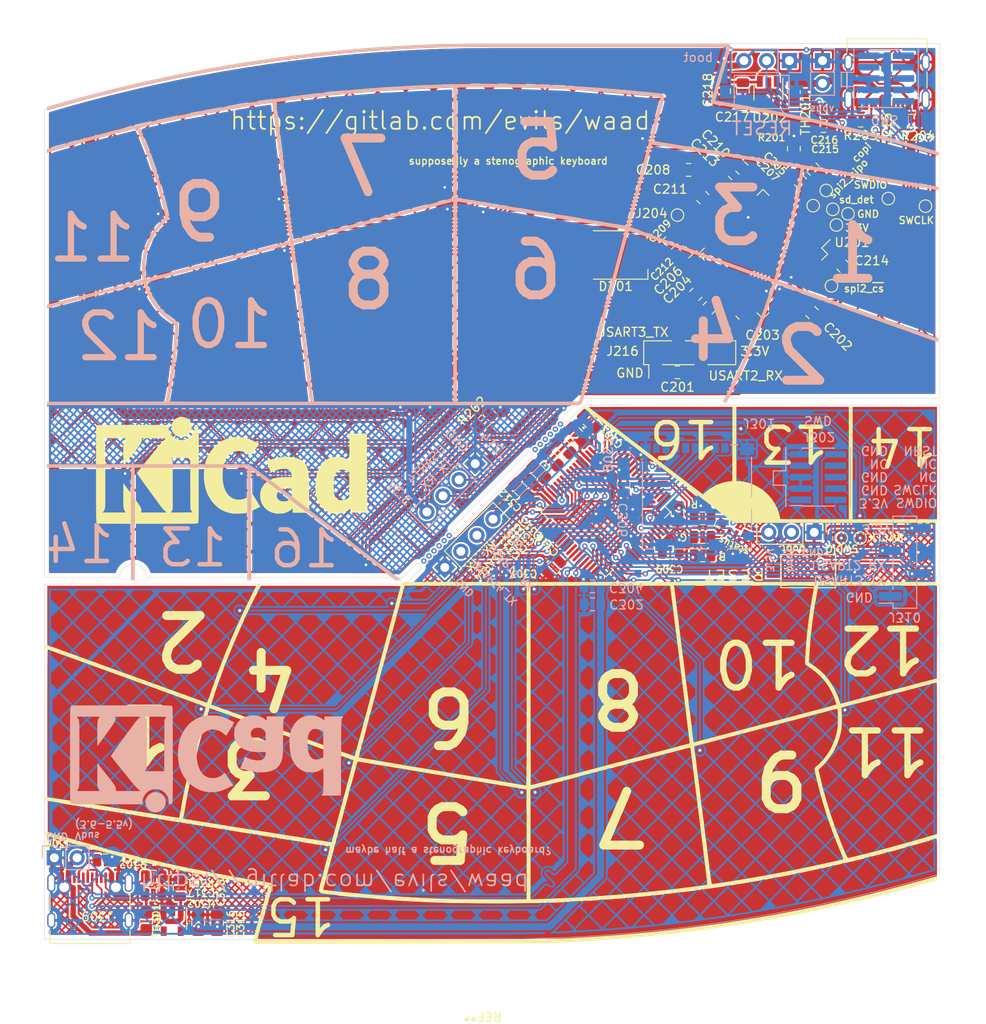
<source format=kicad_pcb>
(kicad_pcb (version 20230620) (generator pcbnew)
  (layers (0 "F.Cu" signal) (31 "B.Cu" signal) (34 "B.Paste" user) (35 "F.Paste" user) (36 "B.SilkS" user "B.Silkscreen") (37 "F.SilkS" user "F.Silkscreen") (38 "B.Mask" user) (39 "F.Mask" user) (44 "Edge.Cuts" user))
  (net 0 "")
  (net 1 "/left/P55")
  (net 2 "/left/P42")
  (net 3 "/left/P35")
  (net 4 "/left/P20")
  (net 5 "/left/P17")
  (net 6 "/left/P25")
  (net 7 "/left/APA_CI")
  (net 8 "/left/GND")
  (net 9 "/left/APA_DI")
  (net 10 "Net-(C217-Pad1)")
  (net 11 "Net-(C317-Pad1)")
  (net 12 "Net-(D201-Pad6)")
  (net 13 "Net-(D201-Pad5)")
  (net 14 "/left/SPI2_~{CS}")
  (net 15 "/left/SPI2_SCK")
  (net 16 "Net-(J208-Pad6)")
  (net 17 "Net-(J208-Pad7)")
  (net 18 "Net-(J208-Pad8)")
  (net 19 "/left/SD_DET")
  (net 20 "/left/SWDIO")
  (net 21 "/left/SWCLK")
  (net 22 "Net-(J215-PadB8)")
  (net 23 "Net-(J215-PadA5)")
  (net 24 "Net-(J215-PadA8)")
  (net 25 "Net-(U201-Pad61)")
  (net 26 "Net-(U201-Pad57)")
  (net 27 "Net-(U201-Pad54)")
  (net 28 "Net-(U201-Pad41)")
  (net 29 "Net-(U201-Pad40)")
  (net 30 "Net-(U201-Pad36)")
  (net 31 "Net-(U201-Pad9)")
  (net 32 "/left/NRST")
  (net 33 "/left/P26")
  (net 34 "/left/P58")
  (net 35 "/left/P56")
  (net 36 "/left/P21")
  (net 37 "/left/P59")
  (net 38 "/left/P15")
  (net 39 "/left/P16")
  (net 40 "/left/P23")
  (net 41 "/left/P22")
  (net 42 "Net-(U201-Pad8)")
  (net 43 "Net-(U201-Pad6)")
  (net 44 "/left/P30")
  (net 45 "/left/P14")
  (net 46 "/left/P27")
  (net 47 "/left/P28")
  (net 48 "/left/P43")
  (net 49 "/left/P34")
  (net 50 "/left/P33")
  (net 51 "/left/BOOT0")
  (net 52 "Net-(U201-Pad5)")
  (net 53 "/left/USART4_TX")
  (net 54 "/left/USART4_RX")
  (net 55 "/left/D-")
  (net 56 "Net-(U201-Pad4)")
  (net 57 "Net-(U202-Pad4)")
  (net 58 "/left/D+")
  (net 59 "/left/USART3_TX")
  (net 60 "/left/USART2_RX")
  (net 61 "/left/+3V3")
  (net 62 "/left/VBUS")
  (net 63 "Net-(J215-PadB5)")
  (net 64 "/right/GND")
  (net 65 "/right/+3V3")
  (net 66 "/left/SPI2_CIPO")
  (net 67 "Net-(U301-Pad9)")
  (net 68 "Net-(U301-Pad8)")
  (net 69 "Net-(D301-Pad3)")
  (net 70 "Net-(D301-Pad4)")
  (net 71 "Net-(D301-Pad1)")
  (net 72 "/right/SPI2_~{CS}")
  (net 73 "/right/SPI2_COPI")
  (net 74 "/right/SPI2_SCK")
  (net 75 "/right/SPI2_CIPO")
  (net 76 "/right/SD_DET")
  (net 77 "/right/NRST")
  (net 78 "Net-(J301-Pad1)")
  (net 79 "Net-(J301-Pad8)")
  (net 80 "/right/SWCLK")
  (net 81 "/right/SWDIO")
  (net 82 "Net-(J302-Pad6)")
  (net 83 "Net-(J302-Pad7)")
  (net 84 "Net-(J302-Pad8)")
  (net 85 "Net-(J309-PadA5)")
  (net 86 "/right/VBUS")
  (net 87 "/right/BOOT0")
  (net 88 "/right/USART4_RX")
  (net 89 "/right/USART4_TX")
  (net 90 "/right/D+")
  (net 91 "/right/D-")
  (net 92 "/right/USART3_TX")
  (net 93 "/right/USART2_RX")
  (net 94 "/right/P59")
  (net 95 "/right/P58")
  (net 96 "Net-(U301-Pad57)")
  (net 97 "/right/P56")
  (net 98 "/right/P55")
  (net 99 "Net-(U301-Pad2)")
  (net 100 "Net-(U301-Pad53)")
  (net 101 "/right/P43")
  (net 102 "/right/P42")
  (net 103 "Net-(U301-Pad41)")
  (net 104 "Net-(U301-Pad40)")
  (net 105 "Net-(U301-Pad39)")
  (net 106 "/right/P35")
  (net 107 "/right/P34")
  (net 108 "/right/P33")
  (net 109 "/right/P30")
  (net 110 "/right/P28")
  (net 111 "/right/P27")
  (net 112 "/right/P26")
  (net 113 "/right/P25")
  (net 114 "/right/P23")
  (net 115 "/right/P22")
  (net 116 "/right/P21")
  (net 117 "/right/P20")
  (net 118 "/right/P17")
  (net 119 "/right/P16")
  (net 120 "/right/P15")
  (net 121 "/right/P14")
  (net 122 "Net-(U301-Pad38)")
  (net 123 "Net-(U301-Pad37)")
  (net 124 "Net-(U301-Pad3)")
  (net 125 "Net-(U301-Pad4)")
  (net 126 "Net-(J309-PadA8)")
  (net 127 "Net-(U302-Pad4)")
  (net 128 "Net-(J309-PadB5)")
  (net 129 "Net-(J309-PadB8)")
  (net 130 "Net-(U301-Pad36)")
  (net 131 "/right/LED_R")
  (net 132 "/right/LED_G")
  (net 133 "/right/LED_B")
  (net 134 "/left/SPI2_COPI")
  (footprint "Connector_USB:USB_C_Receptacle_Palconn_UTC16-G" (layer "F.Cu") (at 194.1 54.3 180)
    (property "Reference" "J215")
    (property "Value" "USB_C_Receptacle_USB2.0")
  )
  (footprint "Fuse:Fuse_0805_2012Metric_Castellated" (layer "F.Cu") (at 183.7 55.4 90)
    (property "Reference" "TH201")
    (property "Value" "Thermistor_PTC")
  )
  (footprint "Package_TO_SOT_SMD:SOT-23-5" (layer "F.Cu") (at 180.85 55.4 -90)
    (property "Reference" "U202")
    (property "Value" "TLV75533PDBV")
  )
  (footprint "Capacitor_SMD:C_0805_2012Metric" (layer "F.Cu") (at 175.9 55.3 -90)
    (property "Reference" "C218")
    (property "Value" "100µF")
  )
  (footprint "Capacitor_SMD:C_0805_2012Metric" (layer "F.Cu") (at 187 59.2)
    (property "Reference" "C215")
    (property "Value" "100µF")
  )
  (footprint "Capacitor_SMD:C_0805_2012Metric" (layer "F.Cu") (at 178 55.3 -90)
    (property "Reference" "C217")
    (property "Value" "10µF")
  )
  (footprint "Capacitor_SMD:C_0805_2012Metric" (layer "F.Cu") (at 187 57.2)
    (property "Reference" "C216")
    (property "Value" "10µF")
  )
  (footprint "LED_SMD:LED_RGB_5050-6" (layer "F.Cu") (at 163.8 73.6 180)
    (property "Reference" "D201")
    (property "Value" "APA102")
  )
  (footprint "TestPoint:TestPoint_Pad_D1.0mm" (layer "F.Cu") (at 198.4 68.15)
    (property "Reference" "J210" hide)
    (property "Value" "Conn_01x01_Male")
  )
  (footprint "Capacitor_SMD:C_0805_2012Metric" (layer "F.Cu") (at 173.537087 67.2 135)
    (property "Reference" "C211")
    (property "Value" "C_Small")
  )
  (footprint "Resistor_SMD:R_0805_2012Metric" (layer "F.Cu") (at 173.501634 107.133163)
    (property "Reference" "R305" hide)
    (property "Value" "5")
  )
  (footprint "Connector_PinHeader_2.54mm:PinHeader_1x04_P2.54mm_Vertical_SMD_Pin1Left" (layer "F.Cu") (at 172.069712 84.518533 90)
    (property "Reference" "J216")
    (property "Value" "Conn_01x04_Male")
  )
  (footprint "Resistor_SMD:R_0805_2012Metric" (layer "F.Cu") (at 173.499038 105.089713)
    (property "Reference" "R304" hide)
    (property "Value" "5")
  )
  (footprint "Capacitor_SMD:C_0805_2012Metric" (layer "F.Cu") (at 189.19 74.85 -45)
    (property "Reference" "C214")
    (property "Value" "1µF")
  )
  (footprint "Connector_PinHeader_2.54mm:PinHeader_1x03_P2.54mm_Vertical" (layer "F.Cu") (at 185.972858 104.567571 -90)
    (property "Reference" "J307" hide)
    (property "Value" "Conn_01x03_Male")
  )
  (footprint "waad:R_pads" (layer "F.Cu") (at 152.68 127.07 180)
    (property "Reference" "J305" hide)
    (property "Value" "cap_pads" hide)
  )
  (footprint "Capacitor_SMD:C_0805_2012Metric" (layer "F.Cu") (at 155.2 97.8 135)
    (property "Reference" "C311")
    (property "Value" "C_Small")
  )
  (footprint "Resistor_SMD:R_0805_2012Metric" (layer "F.Cu") (at 149.125 92.15 45)
    (property "Reference" "R202")
    (property "Value" "1k")
  )
  (footprint "TestPoint:TestPoint_Pad_D1.0mm" (layer "F.Cu") (at 187.9 77.05)
    (property "Reference" "J201" hide)
    (property "Value" "Conn_01x01_Male")
  )
  (footprint "Resistor_SMD:R_0805_2012Metric" (layer "F.Cu") (at 183.7 61.725 90)
    (property "Reference" "R201")
    (property "Value" "1k")
  )
  (footprint "TestPoint:TestPoint_Pad_D1.0mm" (layer "F.Cu") (at 170.7 69.15)
    (property "Reference" "J204")
    (property "Value" "Conn_01x01_Male")
  )
  (footprint "Capacitor_SMD:C_0805_2012Metric" (layer "F.Cu") (at 176.079002 65.509152 135)
    (property "Reference" "C213")
    (property "Value" "1µF")
  )
  (footprint "Capacitor_SMD:C_0805_2012Metric" (layer "F.Cu") (at 158 95 135)
    (property "Reference" "C303")
    (property "Value" "C_Small")
  )
  (footprint "Capacitor_SMD:C_0805_2012Metric" (layer "F.Cu") (at 169.948957 106.809359)
    (property "Reference" "C309")
    (property "Value" "C_Small")
  )
  (footprint "TestPoint:TestPoint_Pad_D1.0mm" (layer "F.Cu") (at 185.856499 68.090052 90)
    (property "Reference" "J206" hide)
    (property "Value" "Conn_01x01_Male")
  )
  (footprint "Capacitor_SMD:C_0805_2012Metric" (layer "F.Cu") (at 185.8513 64.022873 -45)
    (property "Reference" "C205")
    (property "Value" "1µF")
  )
  (footprint "Resistor_SMD:R_0805_2012Metric" (layer "F.Cu") (at 191.1625 58.6 180)
    (property "Reference" "R203")
    (property "Value" "5k1")
  )
  (footprint "Capacitor_SMD:C_0805_2012Metric" (layer "F.Cu") (at 119.2625 148.2 90)
    (property "Reference" "C315")
    (property "Value" "100µF")
  )
  (footprint "Capacitor_SMD:C_0805_2012Metric" (layer "F.Cu") (at 159.402913 93.602913 135)
    (property "Reference" "C310")
    (property "Value" "10µF")
  )
  (footprint "Capacitor_SMD:C_0805_2012Metric" (layer "F.Cu") (at 171.9375 64.1 180)
    (property "Reference" "C208")
    (property "Value" "C_Small")
  )
  (footprint "Capacitor_SMD:C_0805_2012Metric" (layer "F.Cu") (at 184.437087 65.437087 -45)
    (property "Reference" "C207")
    (property "Value" "10nF")
  )
  (footprint "TestPoint:TestPoint_Pad_D1.0mm" (layer "F.Cu") (at 194.25 67.3)
    (property "Reference" "J209" hide)
    (property "Value" "Conn_01x01_Male")
  )
  (footprint "Capacitor_SMD:C_0805_2012Metric" (layer "F.Cu") (at 115.1 144.3 90)
    (property "Reference" "C318")
    (property "Value" "100µF")
  )
  (footprint "waad:R_borders" (layer "F.Cu") (at 148.68 125.95 180)
    (property "Reference" "REF**")
    (property "Value" "R_borders")
  )
  (footprint "Connector_PinHeader_2.54mm:PinHeader_1x04_P2.54mm_Vertical" (layer "F.Cu") (at 144.711846 108.488154 135)
    (property "Reference" "J308" hide)
    (property "Value" "Conn_01x04_Male")
  )
  (footprint "Capacitor_SMD:C_0805_2012Metric" (layer "F.Cu") (at 185.722913 80.032913 -45)
    (property "Reference" "C202")
    (property "Value" "C_Small")
  )
  (footprint "TestPoint:TestPoint_Pad_D1.0mm" (layer "F.Cu") (at 187.312528 66.397028 90)
    (property "Reference" "J202" hide)
    (property "Value" "Conn_01x01_Male")
  )
  (footprint "Resistor_SMD:R_0805_2012Metric" (layer "F.Cu") (at 196.8 58.6)
    (property "Reference" "R204")
    (property "Value" "5k1")
  )
  (footprint "Package_QFP:LQFP-64_10x10mm_P0.5mm" (layer "F.Cu") (at 180.25 73.5 -135)
    (property "Reference" "U201")
    (property "Value" "STM32F072R8Tx")
  )
  (footprint "Capacitor_SMD:C_0805_2012Metric" (layer "F.Cu") (at 160.858524 92.175854 135)
    (property "Reference" "C301")
    (property "Value" "C_Small")
  )
  (footprint "Capacitor_SMD:C_0805_2012Metric" (layer "F.Cu") (at 176.9 81.1 135)
    (property "Reference" "C203")
    (property "Value" "1µF")
  )
  (footprint "Button_Switch_SMD:SW_SPST_CK_RS282G05A3" (layer "F.Cu") (at 185.304094 108.899435 180)
    (property "Reference" "SW301" hide)
    (property "Value" "SW_Push")
  )
  (footprint "Capacitor_SMD:C_0805_2012Metric" (layer "F.Cu") (at 174.25 79.5 -135)
    (property "Reference" "C204")
    (property "Value" "C_Small")
  )
  (footprint "Capacitor_SMD:C_0805_2012Metric" (layer "F.Cu") (at 117.1625 148.2 90)
    (property "Reference" "C316")
    (property "Value" "10µF")
  )
  (footprint "Symbol:KiCad-Logo_12mm_SilkScreen" (layer "F.Cu") (at 121 97.6)
    (property "Reference" "REF**" hide)
    (property "Value" "KiCad-Logo_12mm_SilkScreen" hide)
  )
  (footprint "Capacitor_SMD:C_0805_2012Metric" (layer "F.Cu") (at 156.9 108.5 -135)
    (property "Reference" "C307")
    (property "Value" "C_Small")
  )
  (footprint "Capacitor_SMD:C_0805_2012Metric" (layer "F.Cu") (at 177.9 63.9 135)
    (property "Reference" "C210")
    (property "Value" "C_Small")
  )
  (footprint "TestPoint:TestPoint_Pad_D1.0mm" (layer "F.Cu") (at 191.1 105.2)
    (property "Reference" "J304" hide)
    (property "Value" "Conn_01x01_Male")
  )
  (footprint "Package_QFP:LQFP-64_10x10mm_P0.5mm" (layer "F.Cu") (at 162.7 102.3 -135)
    (property "Reference" "U301" hide)
    (property "Value" "STM32F072R8Tx")
  )
  (footprint "Capacitor_SMD:C_0805_2012Metric" (layer "F.Cu") (at 170.7 86.7 180)
    (property "Reference" "C201")
    (property "Value" "10µF")
  )
  (footprint "TestPoint:TestPoint_Pad_D1.0mm" (layer "F.Cu") (at 188.45 70.25)
    (property "Reference" "J203" hide)
    (property "Value" "Conn_01x01_Male")
  )
  (footprint "Resistor_SMD:R_0805_2012Metric" (layer "F.Cu") (at 112.2 143)
    (property "Reference" "R301")
    (property "Value" "5k1")
  )
  (footprint "TestPoint:TestPoint_Pad_D1.0mm" (layer "F.Cu") (at 189 105.2)
    (property "Reference" "J303" hide)
    (property "Value" "Conn_01x01_Male")
  )
  (footprint "Package_TO_SOT_SMD:SOT-23-5" (layer "F.Cu") (at 114.2625 148 -90)
    (property "Reference" "U302")
    (property "Value" "TLV75533PDBV")
  )
  (footprint "LED_SMD:LED_Kingbright_APFA3010_3x1.5mm_Horizontal" (layer "F.Cu") (at 177.05 104.17 -25)
    (property "Reference" "D301" hide)
    (property "Value" "LED_RABG")
  )
  (footprint "Resistor_SMD:R_0805_2012Metric" (layer "F.Cu") (at 173.500224 103.004626)
    (property "Reference" "R303" hide)
    (property "Value" "50")
  )
  (footprint "Connector_USB:USB_C_Receptacle_Palconn_UTC16-G" (layer "F.Cu") (at 105.08 145.64)
    (property "Reference" "J309")
    (property "Value" "USB_C_Receptacle_USB2.0")
  )
  (footprint "Capacitor_SMD:C_0805_2012Metric" (layer "F.Cu") (at 159.402913 93.602913 135)
    (property "Reference" "C313")
    (property "Value" "1µF")
  )
  (footprint "Capacitor_SMD:C_0805_2012Metric" (layer "F.Cu") (at 156.6 96.4 135)
    (property "Reference" "C305")
    (property "Value" "C_Small")
  )
  (footprint "Capacitor_SMD:C_0805_2012Metric" (layer "F.Cu") (at 153.2 99.8 135)
    (property "Reference" "C312")
    (property "Value" "1µF")
  )
  (footprint "Capacitor_SMD:C_0805_2012Metric" (layer "F.Cu") (at 171.645923 73.241489 -135)
    (property "Reference" "C212")
    (property "Value" "1µF")
  )
  (footprint "TestPoint:TestPoint_Pad_D1.0mm" (layer "F.Cu") (at 189.75 69)
    (property "Reference" "J205" hide)
    (property "Value" "Conn_01x01_Male")
  )
  (footprint "Capacitor_SMD:C_0805_2012Metric" (layer "F.Cu") (at 112.1625 145)
    (property "Reference" "C317")
    (property "Value" "10µF")
  )
  (footprint "Resistor_SMD:R_0805_2012Metric" (layer "F.Cu") (at 106.7925 141.19)
    (property "Reference" "R302")
    (property "Value" "5k1")
  )
  (footprint "Capacitor_SMD:C_0805_2012Metric" (layer "F.Cu") (at 169.700529 72.264549 -135)
    (property "Reference" "C209")
    (property "Value" "10µF")
  )
  (footprint "Capacitor_SMD:C_0805_2012Metric" (layer "F.Cu") (at 170.7 102.5 -90)
    (property "Reference" "C314" hide)
    (property "Value" "1µF")
  )
  (footprint "Fuse:Fuse_0805_2012Metric_Castellated" (layer "F.Cu") (at 111.3625 148 -90)
    (property "Reference" "TH301")
    (property "Value" "Thermistor_PTC")
  )
  (footprint "TestPoint:TestPoint_Pad_D1.0mm" (layer "F.Cu") (at 188.05 68.5 90)
    (property "Reference" "J207" hide)
    (property "Value" "Conn_01x01_Male")
  )
  (footprint "Capacitor_SMD:C_0805_2012Metric" (layer "F.Cu") (at 172.75 78 -135)
    (property "Reference" "C206")
    (property "Value" "C_Small")
  )
  (footprint "Connector_PinHeader_2.54mm:PinHeader_1x02_P2.54mm_Vertical" (layer "B.Cu") (at 186.9 51.9 180)
    (property "Reference" "J212" hide)
    (property "Value" "Conn_01x02_Male")
  )
  (footprint "Connector_Card:microSD_HC_Molex_104031-0811" (layer "B.Cu") (at 172.9 100.6 180)
    (property "Reference" "J301")
    (property "Value" "Micro_SD_Card_Det")
  )
  (footprint "Connector_PinHeader_2.54mm:PinHeader_1x04_P2.54mm_Vertical" (layer "B.Cu") (at 148.1 96.9 135)
    (property "Reference" "J214")
    (property "Value" "Conn_01x04_Male")
  )
  (footprint "Connector_PinHeader_2.54mm:PinHeader_1x04_P2.54mm_Vertical_SMD_Pin1Left" (layer "B.Cu") (at 196.1 107.9)
    (property "Reference" "J310")
    (property "Value" "Conn_01x04_Male")
  )
  (footprint "Capacitor_SMD:C_0805_2012Metric" (layer "B.Cu") (at 164.672189 99.205151 -90)
    (property "Reference" "C306")
    (property "Value" "1µF")
  )
  (footprint "Capacitor_SMD:C_0805_2012Metric" (layer "B.Cu") (at 161.2 112.6 180)
    (property "Reference" "C302")
    (property "Value" "10µF")
  )
  (footprint "Connector_PinHeader_1.27mm:PinHeader_2x05_P1.27mm_Vertical_SMD" (layer "B.Cu") (at 186.4 98.4)
    (property "Reference" "J302")
    (property "Value" "Conn_ARM_JTAG_SWD_10")
  )
  (footprint "Connector_PinHeader_1.27mm:PinHeader_2x05_P1.27mm_Vertical_SMD" (layer "B.Cu") (at 194 53.9)
    (property "Reference" "J208" hide)
    (property "Value" "Conn_ARM_JTAG_SWD_10")
  )
  (footprint "Capacitor_SMD:C_0805_2012Metric" (layer "B.Cu") (at 164.66708 95.756683 90)
    (property "Reference" "C308")
    (property "Value" "10nF")
  )
  (footprint "Connector_PinHeader_2.54mm:PinHeader_1x03_P2.54mm_Vertical" (layer "B.Cu") (at 183.2 51.9 90)
    (property "Reference" "J213" hide)
    (property "Value" "Conn_01x03_Male")
  )
  (footprint "Capacitor_SMD:C_0805_2012Metric" (layer "B.Cu") (at 161.2 110.6 180)
    (property "Reference" "C304")
    (property "Value" "1µF")
  )
  (footprint "Connector_PinHeader_2.54mm:PinHeader_1x02_P2.54mm_Vertical" (layer "B.Cu") (at 101.1 140.9 -90)
    (property "Reference" "J306")
    (property "Value" "Conn_01x02_Male")
  )
  (footprint "waad:L_borders" (layer "B.Cu") (at 149.88 73.26 180)
    (property "Reference" "J211" hide)
    (property "Value" "cap_pads" hide)
  )
  (footprint "Button_Switch_SMD:SW_SPST_CK_RS282G05A3" (layer "B.Cu") (at 180.1 55.4 180)
    (property "Reference" "SW201" hide)
    (property "Value" "SW_Push")
  )
  (footprint "Symbol:KiCad-Logo_12mm_SilkScreen" (layer "B.Cu") (at 118.1 129.9)
    (property "Reference" "REF**" hide)
    (property "Value" "KiCad-Logo_12mm_SilkScreen" hide)
  )
  (gr_line (start 182.8 97.7) (end 181.4 97.7) (stroke (width 0.12)) (layer "B.SilkS"))
  (gr_line (start 182.8 97.7) (end 182.8 95.1) (stroke (width 0.12)) (layer "B.SilkS"))
  (gr_line (start 182.8 99.3) (end 182.8 101.7) (stroke (width 0.12)) (layer "B.SilkS"))
  (gr_line (start 190.4 54.8) (end 190.4 57.2) (stroke (width 0.12)) (layer "B.SilkS"))
  (gr_line (start 190.4 53.2) (end 190.4 50.6) (stroke (width 0.12)) (layer "B.SilkS"))
  (gr_line (start 189 53.2) (end 189 54.8) (stroke (width 0.12)) (layer "B.SilkS"))
  (gr_line (start 197.6 50.6) (end 197.6 57.2) (stroke (width 0.12)) (layer "B.SilkS"))
  (gr_line (start 189 54.8) (end 190.4 54.8) (stroke (width 0.12)) (layer "B.SilkS"))
  (gr_line (start 181.4 97.7) (end 181.4 99.3) (stroke (width 0.12)) (layer "B.SilkS"))
  (gr_line (start 181.4 99.3) (end 182.8 99.3) (stroke (width 0.12)) (layer "B.SilkS"))
  (gr_line (start 190.4 53.2) (end 189 53.2) (stroke (width 0.12)) (layer "B.SilkS"))
  (gr_line (start 190 95.1) (end 190 101.7) (stroke (width 0.12)) (layer "B.SilkS"))
  (gr_poly (pts (xy 178.31 99.05) (xy 179.34 99.41) (xy 180.15 99.92) (xy 180.91 100.59) (xy 181.44 101.34) (xy 181.87 102.25) (xy 182.16 103.44) (xy 177.05 103.45) (xy 173.38 100.66) (xy 174.45 99.72) (xy 175.71 99.13) (xy 177.06 98.91)) (stroke (width 0.1)) (fill solid) (layer "F.SilkS"))
  (gr_arc (start 173.38 100.61) (mid 178.704853 99.125426) (end 182.17351 103.429662) (stroke (width 0.12)) (layer "F.SilkS"))
  (gr_line (start 159.88 89.72) (end 157.984953 91.614953) (stroke (width 0.05)) (layer "Edge.Cuts"))
  (gr_arc (start 140.407924 110.24785) (mid 140.284497 110.329094) (end 140.139999 110.359999) (stroke (width 0.05)) (layer "Edge.Cuts"))
  (gr_arc (start 141.4602 108.139808) (mid 141.990096 108.1501) (end 141.98 108.679999) (stroke (width 0.05)) (layer "Edge.Cuts"))
  (gr_line (start 100 150) (end 100 110.36) (stroke (width 0.05)) (layer "Edge.Cuts"))
  (gr_arc (start 158.51 92.149999) (mid 157.982465 92.142535) (end 157.984953 91.614953) (stroke (width 0.05)) (layer "Edge.Cuts"))
  (gr_line (start 99.998604 57.295318) (end 100 109.6) (stroke (width 0.05)) (layer "Edge.Cuts"))
  (gr_line (start 200 50) (end 150 50) (stroke (width 0.05)) (layer "Edge.Cuts"))
  (gr_line (start 111.4 109.6) (end 140 109.6) (stroke (width 0.05)) (layer "Edge.Cuts"))
  (gr_arc (start 200.001396 142.704682) (mid 175.265398 148.166566) (end 150 150) (stroke (width 0.05)) (layer "Edge.Cuts"))
  (gr_arc (start 99.998604 57.295318) (mid 124.734602 51.833434) (end 150 50) (stroke (width 0.05)) (layer "Edge.Cuts"))
  (gr_line (start 140 109.6) (end 141.4602 108.139808) (stroke (width 0.05)) (layer "Edge.Cuts"))
  (gr_line (start 145.6 104) (end 153.9 95.7) (stroke (width 0.05)) (layer "Edge.Cuts"))
  (gr_line (start 108.4 109.6) (end 100 109.6) (stroke (width 0.05)) (layer "Edge.Cuts"))
  (gr_line (start 200 90.36) (end 160.3 90.36) (stroke (width 0.05)) (layer "Edge.Cuts"))
  (gr_arc (start 153.9 95.7) (mid 154.429896 95.710292) (end 154.4198 96.240191) (stroke (width 0.05)) (layer "Edge.Cuts"))
  (gr_line (start 200.001396 142.704682) (end 200 90.36) (stroke (width 0.05)) (layer "Edge.Cuts"))
  (gr_arc (start 159.882239 89.722162) (mid 160.013691 89.631805) (end 160.17 89.6) (stroke (width 0.05)) (layer "Edge.Cuts"))
  (gr_line (start 200 50) (end 200 89.6) (stroke (width 0.05)) (layer "Edge.Cuts"))
  (gr_line (start 100 150) (end 150 150) (stroke (width 0.05)) (layer "Edge.Cuts"))
  (gr_line (start 141.98 108.68) (end 140.41 110.25) (stroke (width 0.05)) (layer "Edge.Cuts"))
  (gr_line (start 140.41 110.25) (end 140.407924 110.24785) (stroke (width 0.01)) (layer "Edge.Cuts"))
  (gr_line (start 154.4198 96.240191) (end 146.125047 104.535046) (stroke (width 0.05)) (layer "Edge.Cuts"))
  (gr_arc (start 108.4 109.6) (mid 109.9 108.1) (end 111.4 109.6) (stroke (width 0.05)) (layer "Edge.Cuts"))
  (gr_line (start 159.882239 89.722162) (end 159.88 89.72) (stroke (width 0.01)) (layer "Edge.Cuts"))
  (gr_arc (start 146.125047 104.535046) (mid 145.597512 104.527582) (end 145.6 104) (stroke (width 0.05)) (layer "Edge.Cuts"))
  (gr_line (start 100 110.36) (end 140.14 110.36) (stroke (width 0.05)) (layer "Edge.Cuts"))
  (gr_line (start 160.3 90.36) (end 158.51 92.149999) (stroke (width 0.05)) (layer "Edge.Cuts"))
  (gr_line (start 200 89.6) (end 160.17 89.6) (stroke (width 0.05)) (layer "Edge.Cuts"))
  (gr_text "GND" (at 191 111.8 180) (layer "B.SilkS") (effects (font (size 1 1)) (justify mirror)))
  (gr_text "3.3V" (at 152.5 105.3 135) (layer "B.SilkS") (effects (font (size 0.8 0.8)) (justify mirror)))
  (gr_text "USART4_TX" (at 150.3 110.2 135) (layer "B.SilkS") (effects (font (size 0.8 0.8)) (justify mirror)))
  (gr_text "3.3V" (at 181 107.7 270) (layer "B.SilkS") (effects (font (size 0.8 0.8)) (justify mirror)))
  (gr_text "GND" (at 101.4 138.5 180) (layer "B.SilkS") (effects (font (size 0.8 0.8)) (justify mirror)))
  (gr_text "USART3_TX" (at 189.9 109.9 180) (layer "B.SilkS") (effects (font (size 1 1)) (justify mirror)))
  (gr_text "SWD" (at 193.84 58.61 0) (layer "B.SilkS") (effects (font (size 1 1)) (justify mirror)))
  (gr_text "10" (at 120.69 81.37 0) (layer "B.SilkS") (effects (font (size 5 5) (thickness 0.7)) (justify mirror)))
  (gr_text "3" (at 177.12 69.29 0) (layer "B.SilkS") (effects (font (size 6 6) (thickness 1)) (justify mirror)))
  (gr_text "GND" (at 146.9 110.7 135) (layer "B.SilkS") (effects (font (size 0.8 0.8)) (justify mirror)))
  (gr_text "6" (at 154.84 75.33 0) (layer "B.SilkS") (effects (font (size 6 6) (thickness 1)) (justify mirror)))
  (gr_text "boot" (at 173.03 51.54 0) (layer "B.SilkS") (effects (font (size 1 1)) (justify mirror)))
  (gr_text "2" (at 184.59 84.86 0) (layer "B.SilkS") (effects (font (size 6 6) (thickness 1)) (justify mirror)))
  (gr_text "NRST" (at 197.833333 95.45 180) (layer "B.SilkS") (effects (font (size 1 1)) (justify mirror)))
  (gr_text "GND" (at 147.17 95.49 315) (layer "B.SilkS") (effects (font (size 1 1)) (justify left mirror)))
  (gr_text "https://gitlab.com/evils/waad" (at 132.4 143.6 180) (layer "B.SilkS") (effects (font (size 1.85 1.85) (thickness 0.185)) (justify mirror)))
  (gr_text "SWDIO" (at 197.404762 101.25 180) (layer "B.SilkS") (effects (font (size 1 1)) (justify mirror)))
  (gr_text "3.3V" (at 192.9 104.2 180) (layer "B.SilkS") (effects (font (size 1 1)) (justify mirror)))
  (gr_text "SWD" (at 186.4 92.1 180) (layer "B.SilkS") (effects (font (size 1 1)) (justify mirror)))
  (gr_text "vbus" (at 186.849999 57.1705 0) (layer "B.SilkS") (effects (font (size 0.8 0.8)) (justify mirror)))
  (gr_text "14" (at 103.92 105.93 0) (layer "B.SilkS") (effects (font (size 4 4) (thickness 0.5)) (justify mirror)))
  (gr_text "7" (at 135.57 63.82 0) (layer "B.SilkS") (effects (font (size 6 6) (thickness 1)) (justify mirror)))
  (gr_text "13" (at 116.56 106.3 0) (layer "B.SilkS") (effects (font (size 4 4) (thickness 0.5)) (justify mirror)))
  (gr_text "9" (at 117.29 68.89 0) (layer "B.SilkS") (effects (font (size 6 6) (thickness 1)) (justify mirror)))
  (gr_text "4" (at 174.72 82.22 0) (layer "B.SilkS") (effects (font (size 6 6) (thickness 1)) (justify mirror)))
  (gr_text "1" (at 190.26 73.48 0) (layer "B.SilkS") (effects (font (size 6 6) (thickness 1)) (justify mirror)))
  (gr_text "GND" (at 192.695238 99.8375 180) (layer "B.SilkS") (effects (font (size 1 1)) (justify mirror)))
  (gr_text "NC" (at 198.690476 98.35 180) (layer "B.SilkS") (effects (font (size 1 1)) (justify mirror)))
  (gr_text "16" (at 129.02 106.41 0) (layer "B.SilkS") (effects (font (size 4 4) (thickness 0.5)) (justify mirror)))
  (gr_text "3.3V" (at 140.84 101.41 315) (layer "B.SilkS") (effects (font (size 1 1)) (justify left mirror)))
  (gr_text "USART4\nTX RX" (at 143.22 97.53 45) (layer "B.SilkS") (effects (font (size 1 1)) (justify mirror)))
  (gr_text "maybe half a stenographic keyboard?" (at 145.1 140.1 180) (layer "B.SilkS") (effects (font (size 0.8 0.8)) (justify mirror)))
  (gr_text "Vbus\n(3.6-5.5v)" (at 103.3 137.8 180) (layer "B.SilkS") (effects (font (size 0.8 0.8)) (justify left mirror)))
  (gr_text "11" (at 105.33 71.72 0) (layer "B.SilkS") (effects (font (size 5 5) (thickness 0.7)) (justify mirror)))
  (gr_text "NC" (at 193.195238 96.9125 180) (layer "B.SilkS") (effects (font (size 1 1)) (justify mirror)))
  (gr_text "5" (at 155.05 61.97 0) (layer "B.SilkS") (effects (font (size 6 6) (thickness 1)) (justify mirror)))
  (gr_text "12" (at 108.37 82.73 0) (layer "B.SilkS") (effects (font (size 5 5) (thickness 0.7)) (justify mirror)))
  (gr_text "RESET" (at 180.14 59.48 0) (layer "B.SilkS") (effects (font (size 1.5 1.5) (thickness 0.2)) (justify mirror)))
  (gr_text "GND" (at 192.695238 95.45 180) (layer "B.SilkS") (effects (font (size 1 1)) (justify mirror)))
  (gr_text "USART2_RX" (at 189.8 108.2 180) (layer "B.SilkS") (effects (font (size 1 1)) (justify mirror)))
  (gr_text "GND" (at 192.695238 98.375 180) (layer "B.SilkS") (effects (font (size 1 1)) (justify mirror)))
  (gr_text "GND" (at 185.8 106.8 180) (layer "B.SilkS") (effects (font (size 0.8 0.8)) (justify mirror)))
  (gr_text "3.3V" (at 192.6 101.3 180) (layer "B.SilkS") (effects (font (size 1 1)) (justify mirror)))
  (gr_text "boot" (at 183.3 107.7 270) (layer "B.SilkS") (effects (font (size 0.8 0.8)) (justify mirror)))
  (gr_text "USART4_RX" (at 152.1 108.5 135) (layer "B.SilkS") (effects (font (size 0.8 0.8)) (justify mirror)))
  (gr_text "SWCLK" (at 197.261905 99.8 180) (layer "B.SilkS") (effects (font (size 1 1)) (justify mirror)))
  (gr_text "NC" (at 198.690476 96.9 180) (layer "B.SilkS") (effects (font (size 1 1)) (justify mirror)))
  (gr_text "8" (at 136.2 76.45 0) (layer "B.SilkS") (effects (font (size 6 6) (thickness 1)) (justify mirror)))
  (gr_text "RESET" (at 177.1 109.3 180) (layer "F.SilkS") (effects (font (size 1.1 1.5))))
  (gr_text "GND" (at 165.39 86.78 0) (layer "F.SilkS") (effects (font (size 1 1))))
  (gr_text "9" (at 182.33 132.15 180) (layer "F.SilkS") (effects (font (size 6 6) (thickness 1))))
  (gr_text "3" (at 122.67 130.71 180) (layer "F.SilkS") (effects (font (size 6 6) (thickness 1))))
  (gr_text "2" (at 115.36 116.58 180) (layer "F.SilkS") (effects (font (size 6 6) (thickness 1))))
  (gr_text "SWDIO" (at 189.06 106.36 180) (layer "F.SilkS") (effects (font (size 0.8 0.8))))
  (gr_text "sd_det" (at 190.68 67.42 0) (layer "F.SilkS") (effects (font (size 0.8 0.8))))
  (gr_text "11" (at 194.01 128.96 180) (layer "F.SilkS") (effects (font (size 5 5) (thickness 0.7))))
  (gr_text "1" (at 111.21 127.02 180) (layer "F.SilkS") (effects (font (size 6 6) (thickness 1))))
  (gr_text "boot" (at 183.66 106.42 180) (layer "F.SilkS") (effects (font (size 0.8 0.8))))
  (gr_text "8" (at 164.06 123.06 180) (layer "F.SilkS") (effects (font (size 6 6) (thickness 1))))
  (gr_text "5" (at 145.01 137.92 180) (layer "F.SilkS") (effects (font (size 6 6) (thickness 1))))
  (gr_text "3.3V" (at 190.76 70.58 0) (layer "F.SilkS") (effects (font (size 0.8 0.8))))
  (gr_text "USART4" (at 149.7 108.2 225) (layer "F.SilkS") (effects (font (size 0.8 0.8))))
  (gr_text "GND" (at 191.99 69.03 0) (layer "F.SilkS") (effects (font (size 0.8 0.8))))
  (gr_text "R" (at 172.6 101.4 180) (layer "F.SilkS") (effects (font (size 0.8 0.8))))
  (gr_text "B" (at 175.71 107.26 180) (layer "F.SilkS") (effects (font (size 0.8 0.8))))
  (gr_text "SWCLK" (at 197.38 69.73 0) (layer "F.SilkS") (effects (font (size 0.8 0.8))))
  (gr_text "spi2_cipo" (at 189.78 65.07 45) (layer "F.SilkS") (effects (font (size 0.8 0.8))))
  (gr_text "4" (at 125.34 120.7 180) (layer "F.SilkS") (effects (font (size 6 6) (thickness 1))))
  (gr_text "7" (at 164.46 136.21 180) (layer "F.SilkS") (effects (font (size 6 6) (thickness 1))))
  (gr_text "https://gitlab.com/evils/waad" (at 144.2 58.6 0) (layer "F.SilkS") (effects (font (size 2 2) (thickness 0.2))))
  (gr_text "RX  TX" (at 148.8 107.2 225) (layer "F.SilkS") (effects (font (size 0.8 0.8))))
  (gr_text "3.3V" (at 179.33 84.35 0) (layer "F.SilkS") (effects (font (size 1 1))))
  (gr_text "10" (at 179.62 119.17 180) (layer "F.SilkS") (effects (font (size 5 5) (thickness 0.7))))
  (gr_text "supposedly a stenographic keyboard" (at 151.8 63.1 0) (layer "F.SilkS") (effects (font (size 0.8 0.8))))
  (gr_text "SWCLK" (at 194 105.1 180) (layer "F.SilkS") (effects (font (size 0.8 0.8))))
  (gr_text "status" (at 176.96 106.08 155) (layer "F.SilkS") (effects (font (size 0.8 0.8))))
  (gr_text "spi2_~{cs}" (at 191.54 77.35 0) (layer "F.SilkS") (effects (font (size 0.8 0.8))))
  (gr_text "15" (at 128.62 147.36 180) (layer "F.SilkS") (effects (font (size 4 4) (thickness 0.5))))
  (gr_text "SWDIO" (at 192.26 65.77 0) (layer "F.SilkS") (effects (font (size 0.8 0.8))))
  (gr_text "12" (at 193.52 117.59 180) (layer "F.SilkS") (effects (font (size 5 5) (thickness 0.7))))
  (gr_text "copi" (at 191.28 62.14 45) (layer "F.SilkS") (effects (font (size 0.8 0.8))))
  (gr_text "G" (at 171.38 105.1 180) (layer "F.SilkS") (effects (font (size 0.8 0.8))))
  (gr_text "USART2_RX" (at 178.33 87.09 0) (layer "F.SilkS") (effects (font (size 1 1))))
  (gr_text "16" (at 171.41 94.08 180) (layer "F.SilkS") (effects (font (size 4 4) (thickness 0.5))))
  (gr_text "14" (at 195.84 94.86 180) (layer "F.SilkS") (effects (font (size 4 4) (thickness 0.5))))
  (gr_text "USART3_TX" (at 165.68 82.22 0) (layer "F.SilkS") (effects (font (size 1 1))))
  (gr_text "6" (at 145.14 125.11 180) (layer "F.SilkS") (effects (font (size 6 6) (thickness 1))))
  (gr_text "13" (at 183.69 94.6 180) (layer "F.SilkS") (effects (font (size 4 4) (thickness 0.5))))
  (via (at 142.371572 107.762742) (size 0.6) (drill 0.3) (layers "F.Cu" "B.Cu") (net 0))
  (via (at 144.068629 106.065685) (size 0.6) (drill 0.3) (layers "F.Cu" "B.Cu") (net 0))
  (via (at 145.2 104.934314) (size 0.6) (drill 0.3) (layers "F.Cu" "B.Cu") (net 0))
  (via (at 155.365686 94.747056) (size 0.6) (drill 0.3) (layers "F.Cu" "B.Cu") (net 0))
  (via (at 143.502943 106.631371) (size 0.6) (drill 0.3) (layers "F.Cu" "B.Cu") (net 0))
  (via (at 155.931371 94.181371) (size 0.6) (drill 0.3) (layers "F.Cu" "B.Cu") (net 0))
  (via (at 144.634314 105.5) (size 0.6) (drill 0.3) (layers "F.Cu" "B.Cu") (net 0))
  (via (at 156.497057 93.615685) (size 0.6) (drill 0.3) (layers "F.Cu" "B.Cu") (net 0))
  (via (at 157.062742 93.05) (size 0.6) (drill 0.3) (layers "F.Cu" "B.Cu") (net 0))
  (via (at 142.937258 107.197056) (size 0.6) (drill 0.3) (layers "F.Cu" "B.Cu") (net 0))
  (via (at 157.628428 92.484314) (size 0.6) (drill 0.3) (layers "F.Cu" "B.Cu") (net 0))
  (via (at 154.8 95.312742) (size 0.6) (drill 0.3) (layers "F.Cu" "B.Cu") (net 0))
  (segment (start 185.05934 79.37) (end 183.732501 78.043161) (width 0.2) (layer "F.Cu") (net 1))
  (segment (start 175.973573 78.837087) (end 176.767499 78.043161) (width 0.2) (layer "F.Cu") (net 2))
  (segment (start 174.912913 78.837087) (end 175.973573 78.837087) (width 0.2) (layer "F.Cu") (net 2))
  (segment (start 173.412913 77.337087) (end 173.412913 76.447999) (width 0.2) (layer "F.Cu") (net 3))
  (segment (start 173.412913 76.447999) (end 174.292625 75.568287) (width 0.2) (layer "F.Cu") (net 3))
  (segment (start 177.828159 67.896179) (end 177.20198 67.27) (width 0.2) (layer "F.Cu") (net 4))
  (segment (start 176.353464 67.27) (end 173.183464 64.1) (width 0.2) (layer "F.Cu") (net 4))
  (segment (start 173.183464 64.1) (end 172.875 64.1) (width 0.2) (layer "F.Cu") (net 4))
  (segment (start 177.20198 67.27) (end 176.353464 67.27) (width 0.2) (layer "F.Cu") (net 4))
  (segment (start 178.562913 64.562913) (end 178.49 64.635826) (width 0.2) (layer "F.Cu") (net 5))
  (segment (start 178.49 64.635826) (end 178.49 66.4367) (width 0.2) (layer "F.Cu") (net 5))
  (segment (start 178.49 66.4367) (end 178.888819 66.835519) (width 0.2) (layer "F.Cu") (net 5))
  (segment (start 176.060392 69.663946) (end 174.259359 67.862913) (width 0.2) (layer "F.Cu") (net 6))
  (segment (start 171.8343 75.41) (end 173.707037 73.537263) (width 0.2) (layer "F.Cu") (net 7))
  (segment (start 174.607263 73.537263) (end 176.04 74.97) (width 0.2) (layer "F.Cu") (net 7))
  (segment (start 176.04 75.942234) (end 175.353286 76.628948) (width 0.2) (layer "F.Cu") (net 7))
  (segment (start 167.5 73.6) (end 169.31 75.41) (width 0.2) (layer "F.Cu") (net 7))
  (segment (start 166.2 73.6) (end 167.5 73.6) (width 0.2) (layer "F.Cu") (net 7))
  (segment (start 169.31 75.41) (end 171.8343 75.41) (width 0.2) (layer "F.Cu") (net 7))
  (segment (start 173.707037 73.537263) (end 174.607263 73.537263) (width 0.2) (layer "F.Cu") (net 7))
  (segment (start 176.04 74.97) (end 176.04 75.942234) (width 0.2) (layer "F.Cu") (net 7))
  (segment (start 168.5 86.7) (end 169.832878 86.7) (width 0.3) (layer "F.Cu") (net 8))
  (segment (start 190.729999 56.23) (end 190.9 56.400001) (width 0.3) (layer "F.Cu") (net 8))
  (segment (start 150.9 90.6) (end 154.790033 86.709967) (width 0.3) (layer "F.Cu") (net 8))
  (segment (start 183.047274 57.37501) (end 182.550011 56.877747) (width 0.3) (layer "F.Cu") (net 8))
  (segment (start 169.832878 86.7) (end 172.9 83.632878) (width 0.3) (layer "F.Cu") (net 8))
  (segment (start 125 65.6) (end 125 65.69) (width 0.3) (layer "F.Cu") (net 8))
  (segment (start 171 64.1) (end 171 64.3) (width 0.3) (layer "F.Cu") (net 8))
  (segment (start 196.8 60.512996) (end 196.8 68.6) (width 0.3) (layer "F.Cu") (net 8))
  (segment (start 187.181652 79.9) (end 187.868371 79.9) (width 0.3) (layer "F.Cu") (net 8))
  (segment (start 189.78 52.06) (end 187.06 52.06) (width 0.3) (layer "F.Cu") (net 8))
  (segment (start 185.14 66.269492) (end 185.14 66.14) (width 0.29) (layer "F.Cu") (net 8))
  (segment (start 190.17 56.23) (end 190.17 56.24) (width 0.2) (layer "F.Cu") (net 8))
  (segment (start 198.42 52.06) (end 189.78 52.06) (width 0.3) (layer "F.Cu") (net 8))
  (segment (start 180.9 55.2) (end 179.04499 55.2) (width 0.3) (layer "F.Cu") (net 8))
  (segment (start 125.69 69.2) (end 123.59 67.1) (width 0.3) (layer "F.Cu") (net 8))
  (segment (start 188 56.23) (end 189.78 56.23) (width 0.3) (layer "F.Cu") (net 8))
  (segment (start 185.77 55.77) (end 185.4 55.4) (width 0.3) (layer "F.Cu") (net 8))
  (segment (start 174.9975 56.2) (end 134.4 56.2) (width 0.3) (layer "F.Cu") (net 8))
  (segment (start 180.85 54.3) (end 180.85 55.15) (width 0.6) (layer "F.Cu") (net 8))
  (segment (start 171.944174 78.52) (end 173.587087 80.162913) (width 0.3) (layer "F.Cu") (net 8))
  (segment (start 179.774998 77.558512) (end 179.774998 78.571196) (width 0.3) (layer "F.Cu") (net 8))
  (segment (start 190.17 56.23) (end 190.729999 56.23) (width 0.3) (layer "F.Cu") (net 8))
  (segment (start 184.70001 57.027726) (end 184.352726 57.37501) (width 0.3) (layer "F.Cu") (net 8))
  (segment (start 170.148608 73.07) (end 170.98301 73.904402) (width 0.3) (layer "F.Cu") (net 8))
  (segment (start 190.9 56.400001) (end 190.9 56.81) (width 0.3) (layer "F.Cu") (net 8))
  (segment (start 184.70001 56.09999) (end 184.70001 57.027726) (width 0.3) (layer "F.Cu") (net 8))
  (segment (start 167.230033 86.709967) (end 168.39 85.55) (width 0.3) (layer "F.Cu") (net 8))
  (segment (start 125 65.6) (end 134.4 56.2) (width 0.3) (layer "F.Cu") (net 8))
  (segment (start 177.87 65.77) (end 177.87 66.52) (width 0.3) (layer "F.Cu") (net 8))
  (segment (start 171 64.3) (end 170.5 64.8) (width 0.3) (layer "F.Cu") (net 8))
  (segment (start 166.2 71.9) (end 168.010154 71.9) (width 0.3) (layer "F.Cu") (net 8))
  (segment (start 169.180154 73.07) (end 170.148608 73.07) (width 0.3) (layer "F.Cu") (net 8))
  (segment (start 160.100021 70.499979) (end 140.17 90.43) (width 0.3) (layer "F.Cu") (net 8))
  (segment (start 123.59 67.1) (end 123.5 67.1) (width 0.3) (layer "F.Cu") (net 8))
  (segment (start 189.9 56.56) (end 190.66 56.56) (width 0.4) (layer "F.Cu") (net 8))
  (segment (start 175.623761 64.846239) (end 177.23 63.24) (width 0.3) (layer "F.Cu") (net 8))
  (segment (start 163.33 75.41499) (end 162.54499 76.2) (width 0.3) (layer "F.Cu") (net 8))
  (segment (start 190.225 56.255) (end 190.22 56.25) (width 0.3) (layer "F.Cu") (net 8))
  (segment (start 197.5 57.1) (end 198.37 56.23) (width 0.3) (layer "F.Cu") (net 8))
  (segment (start 163.990055 85.809945) (end 153.980115 85.809945) (width 0.3) (layer "F.Cu") (net 8))
  (segment (start 197.7375 59.575496) (end 196.8 60.512996) (width 0.3) (layer "F.Cu") (net 8))
  (segment (start 169.037616 72.927462) (end 169.180154 73.07) (width 0.3) (layer "F.Cu") (net 8))
  (segment (start 176.99 80.5) (end 177.846194 80.5) (width 0.3) (layer "F.Cu") (net 8))
  (segment (start 128.880043 67.819957) (end 127.5 69.2) (width 0.3) (layer "F.Cu") (net 8))
  (segment (start 134.32 105.47006) (end 134.32 108.97) (width 0.3) (layer "F.Cu") (net 8))
  (segment (start 185.025826 66.025826) (end 185.14 66.14) (width 0.3) (layer "F.Cu") (net 8))
  (segment (start 162.54499 76.2) (end 157.3 76.2) (width 0.3) (layer "F.Cu") (net 8))
  (segment (start 187.868371 79.9) (end 199.375001 68.39337) (width 0.3) (layer "F.Cu") (net 8))
  (segment (start 140 90.6) (end 140.17 90.43) (width 0.2) (layer "F.Cu") (net 8))
  (segment (start 179.04499 55.2) (end 178.6 55.64499) (width 0.3) (layer "F.Cu") (net 8))
  (segment (start 177.237087 63.237087) (end 176.892373 62.892373) (width 0.3) (layer "F.Cu") (net 8))
  (segment (start 192.3 66.5) (end 192.3 62.6) (width 0.2) (layer "F.Cu") (net 8))
  (segment (start 176.29 64.19) (end 177.87 65.77) (width 0.3) (layer "F.Cu") (net 8))
  (segment (start 170.98301 73.904402) (end 172.703488 73.904402) (width 0.3) (layer "F.Cu") (net 8))
  (segment (start 183.030268 68.249732) (end 183.716969 67.563031) (width 0.29) (layer "F.Cu") (net 8))
  (segment (start 189.78 56.23) (end 190.17 56.23) (width 0.3) (layer "F.Cu") (net 8))
  (segment (start 198.225 58.6) (end 197.7375 58.6) (width 0.3) (layer "F.Cu") (net 8))
  (segment (start 182.550011 56.877747) (end 182.550011 55.900021) (width 0.3) (layer "F.Cu") (net 8))
  (segment (start 185.984174 80.695826) (end 186.385826 80.695826) (width 0.3) (layer "F.Cu") (net 8))
  (segment (start 159.609967 89.100033) (end 177.579967 89.100033) (width 0.3) (layer "F.Cu") (net 8))
  (segment (start 139.75 90.6) (end 140 90.6) (width 0.2) (layer "F.Cu") (net 8))
  (segment (start 134.32 108.97) (end 139.74 108.97) (width 0.3) (layer "F.Cu") (net 8))
  (segment (start 146 66.7) (end 126.2 66.7) (width 0.3) (layer "F.Cu") (net 8))
  (segment (start 173.939072 71.785266) (end 173.203861 71.050055) (width 0.3) (layer "F.Cu") (net 8))
  (segment (start 189.8 69) (end 192.3 66.5) (width 0.2) (layer "F.Cu") (net 8))
  (segment (start 178.58 67.24) (end 177.87 66.53) (width 0.29) (layer "F.Cu") (net 8))
  (segment (start 171.944174 78.52) (end 171.28 78.52) (width 0.3) (layer "F.Cu") (net 8))
  (segment (start 185.14 66.14) (end 187.9375 63.3425) (width 0.29) (layer "F.Cu") (net 8))
  (segment (start 187.9375 59.2) (end 187.9375 57.2375) (width 0.3) (layer "F.Cu") (net 8))
  (segment (start 190.225 58.6) (end 190.225 56.255) (width 0.3) (layer "F.Cu") (net 8))
  (segment (start 174.64 72.69) (end 174.64 72.486194) (width 0.3) (layer "F.Cu") (net 8))
  (segment (start 125 65.6) (end 112.5 65.6) (width 0.3) (layer "F.Cu") (net 8))
  (segment (start 175.4675 56.67) (end 174.9975 56.2) (width 0.3) (layer "F.Cu") (net 8))
  (segment (start 180.85 55.15) (end 180.9 55.2) (width 0.3) (layer "F.Cu") (net 8))
  (segment (start 112.5 65.6) (end 107.9 70.2) (width 0.3) (layer "F.Cu") (net 8))
  (segment (start 181.84999 55.2) (end 180.9 55.2) (width 0.3) (layer "F.Cu") (net 8))
  (segment (start 107.9 79.5) (end 118.83 90.43) (width 0.3) (layer "F.Cu") (net 8))
  (segment (start 148.362913 66.537087) (end 147.080043 67.819957) (width 0.3) (layer "F.Cu") (net 8))
  (segment (start 157.3 76.2) (end 143.47 90.03) (width 0.3) (layer "F.Cu") (net 8))
  (segment (start 184.352726 57.37501) (end 183.047274 57.37501) (width 0.3) (layer "F.Cu") (net 8))
  (segment (start 125 65.69) (end 123.59 67.1) (width 0.3) (layer "F.Cu") (net 8))
  (segment (start 189.5 75.9) (end 187.3 75.9) (width 0.3) (layer "F.Cu") (net 8))
  (segment (start 118.83 90.43) (end 140.17 90.43) (width 0.3) (layer "F.Cu") (net 8))
  (segment (start 172.874174 66.537087) (end 148.362913 66.537087) (width 0.3) (layer "F.Cu") (net 8))
  (segment (start 182.93351 74.4) (end 179.774998 77.558512) (width 0.3) (layer "F.Cu") (net 8))
  (segment (start 173.520636 73.087254) (end 173.762746 73.087254) (width 0.3) (layer "F.Cu") (net 8))
  (segment (start 197.5 58.3625) (end 197.5 57.1) (width 0.3) (layer "F.Cu") (net 8))
  (segment (start 171.763645 71.050055) (end 171.213569 70.499979) (width 0.3) (layer "F.Cu") (net 8))
  (segment (start 172.207627 62.892373) (end 171 64.1) (width 0.3) (layer "F.Cu") (net 8))
  (segment (start 143.47 90.03) (end 143.47 90.43) (width 0.3) (layer "F.Cu") (net 8))
  (segment (start 189.75 69) (end 189.8 69) (width 0.2) (layer "F.Cu") (net 8))
  (segment (start 171.213569 70.499979) (end 160.100021 70.499979) (width 0.3) (layer "F.Cu") (net 8))
  (segment (start 187.9375 57.2) (end 187.9375 56.2925) (width 0.3) (layer "F.Cu") (net 8))
  (segment (start 187.3 75.9) (end 187.246194 75.9) (width 0.29) (layer "F.Cu") (net 8))
  (segment (start 147.080043 67.819957) (end 128.880043 67.819957) (width 0.3) (layer "F.Cu") (net 8))
  (segment (start 176.237087 80.437087) (end 176.237087 80.862909) (width 0.3) (layer "F.Cu") (net 8))
  (segment (start 188.42 56.16) (end 189.71 56.16) (width 0.2) (layer "F.Cu") (net 8))
  (segment (start 172.9 83.632878) (end 172.9 83.499998) (width 0.3) (layer "F.Cu") (net 8))
  (segment (start 127.5 69.2) (end 125.69 69.2) (width 0.3) (layer "F.Cu") (net 8))
  (segment (start 187.9375 63.337626) (end 187.9375 59.2) (width 0.3) (layer "F.Cu") (net 8))
  (segment (start 176.892373 62.892373) (end 172.207627 62.892373) (width 0.3) (layer "F.Cu") (net 8))
  (segment (start 153.980115 85.809945) (end 134.32 105.47006) (width 0.3) (layer "F.Cu") (net 8))
  (segment (start 187.246194 75.9) (end 186.560928 75.214734) (width 0.29) (layer "F.Cu") (net 8))
  (segment (start 157.99 90.72) (end 159.609967 89.100033) (width 0.3) (layer "F.Cu") (net 8))
  (segment (start 190.225 60.525) (end 190.225 58.6) (width 0.2) (layer "F.Cu") (net 8))
  (segment (start 188.03 55.77) (end 185.77 55.77) (width 0.3) (layer "F.Cu") (net 8))
  (segment (start 172.703488 73.904402) (end 173.520636 73.087254) (width 0.3) (layer "F.Cu") (net 8))
  (segment (start 199.375001 59.750001) (end 198.225 58.6) (width 0.3) (layer "F.Cu") (net 8))
  (segment (start 143.3 90.6) (end 143.47 90.43) (width 0.2) (layer "F.Cu") (net 8))
  (segment (start 187.9375 63.3425) (end 187.9375 63.337626) (width 0.28) (layer "F.Cu") (net 8))
  (segment (start 192.3 62.6) (end 190.225 60.525) (width 0.2) (layer "F.Cu") (net 8))
  (segment (start 175.9 56.2375) (end 178 56.2375) (width 0.3) (layer "F.Cu") (net 8))
  (segment (start 182.550011 55.900021) (end 181.84999 55.2) (width 0.3) (layer "F.Cu") (net 8))
  (segment (start 188.42 56.16) (end 188.03 55.77) (width 0.3) (layer "F.Cu") (net 8))
  (segment (start 173.79 73.09) (end 174.24 73.09) (width 0.2) (layer "F.Cu") (net 8))
  (segment (start 185.4 55.4) (end 184.70001 56.09999) (width 0.3) (layer "F.Cu") (net 8))
  (segment (start 176.590002 80.899998) (end 176.99 80.5) (width 0.3) (layer "F.Cu") (net 8))
  (segment (start 185.746194 74.4) (end 182.93351 74.4) (width 0.3) (layer "F.Cu") (net 8))
  (segment (start 186.385826 80.695826) (end 187.181652 79.9) (width 0.3) (layer "F.Cu") (net 8))
  (segment (start 189.71 56.16) (end 189.78 56.23) (width 0.2) (layer "F.Cu") (net 8))
  (segment (start 170.5 64.8) (end 147.9 64.8) (width 0.3) (layer "F.Cu") (net 8))
  (segment (start 174.64 72.486194) (end 173.939072 71.785266) (width 0.3) (layer "F.Cu") (net 8))
  (segment (start 168.010154 71.9) (end 169.037616 72.927462) (width 0.3) (layer "F.Cu") (net 8))
  (segment (start 196.8 68.6) (end 189.5 75.9) (width 0.3) (layer "F.Cu") (net 8))
  (segment (start 177.579967 89.100033) (end 185.984174 80.695826) (width 0.3) (layer "F.Cu") (net 8))
  (segment (start 163.33 73.770001) (end 163.33 75.41499) (width 0.3) (layer "F.Cu") (net 8))
  (segment (start 147.9 64.8) (end 146 66.7) (width 0.3) (layer "F.Cu") (net 8))
  (segment (start 107.9 70.2) (end 107.9 79.5) (width 0.3) (layer "F.Cu") (net 8))
  (segment (start 143.05 90.6) (end 143.3 90.6) (width 0.2) (layer "F.Cu") (net 8))
  (segment (start 186.9 51.9) (end 183.2 51.9) (width 0.3) (layer "F.Cu") (net 8))
  (segment (start 197.7375 58.6) (end 197.7375 59.575496) (width 0.3) (layer "F.Cu") (net 8))
  (segment (start 171.28 78.52) (end 163.990055 85.809945) (width 0.3) (layer "F.Cu") (net 8))
  (segment (start 174.24 73.09) (end 174.64 72.69) (width 0.2) (layer "F.Cu") (net 8))
  (segment (start 139.74 108.97) (end 157.99 90.72) (width 0.3) (layer "F.Cu") (net 8))
  (segment (start 175.5 80.899998) (end 176.199998 80.899998) (width 0.3) (layer "F.Cu") (net 8))
  (segment (start 176.199998 80.899998) (end 176.590002 80.899998) (width 0.3) (layer "F.Cu") (net 8))
  (segment (start 190.66 56.56) (end 190.9 56.8) (width 0.4) (layer "F.Cu") (net 8))
  (segment (start 177.846194 80.5) (end 178.535266 79.810928) (width 0.3) (layer "F.Cu") (net 8))
  (segment (start 165.200001 71.9) (end 163.33 73.770001) (width 0.3) (layer "F.Cu") (net 8))
  (segment (start 178.59251 55.64499) (end 178 56.2375) (width 0.3) (layer "F.Cu") (net 8))
  (segment (start 183.716969 67.563031) (end 183.846461 67.563031) (width 0.29) (layer "F.Cu") (net 8))
  (segment (start 126.2 66.7) (end 125.1 65.6) (width 0.3) (layer "F.Cu") (net 8))
  (segment (start 154.790033 86.709967) (end 167.230033 86.709967) (width 0.3) (layer "F.Cu") (net 8))
  (segment (start 172.9 83.499998) (end 175.5 80.899998) (width 0.3) (layer "F.Cu") (net 8))
  (segment (start 179.774998 78.571196) (end 178.535266 79.810928) (width 0.3) (layer "F.Cu") (net 8))
  (segment (start 175.416089 64.846239) (end 175.623761 64.846239) (width 0.3) (layer "F.Cu") (net 8))
  (segment (start 183.846461 67.563031) (end 185.14 66.269492) (width 0.29) (layer "F.Cu") (net 8))
  (segment (start 186.560928 75.214734) (end 185.746194 74.4) (width 0.3) (layer "F.Cu") (net 8))
  (segment (start 197.3 56.81) (end 197.99 56.81) (width 0.3) (layer "F.Cu") (net 8))
  (segment (start 176.237087 80.862909) (end 176.199998 80.899998) (width 0.3) (layer "F.Cu") (net 8))
  (segment (start 173.203861 71.050055) (end 171.763645 71.050055) (width 0.3) (layer "F.Cu") (net 8))
  (segment (start 187.9375 56.2925) (end 188 56.23) (width 0.3) (layer "F.Cu") (net 8))
  (segment (start 199.375001 68.39337) (end 199.375001 59.750001) (width 0.3) (layer "F.Cu") (net 8))
  (via (at 148.1 90.6) (size 0.6) (drill 0.3) (layers "F.Cu" "B.Cu") (net 8))
  (via (at 185.4 55.4) (size 0.6) (drill 0.3) (layers "F.Cu" "B.Cu") (net 8))
  (via (at 175.9 51.65) (size 0.6) (drill 0.3) (layers "F.Cu" "B.Cu") (net 8))
  (via (at 157.99 90.72) (size 0.6) (drill 0.3) (layers "F.Cu" "B.Cu") (net 8))
  (via (at 150.909999 90.599999) (size 0.6) (drill 0.3) (layers "F.Cu" "B.Cu") (net 8))
  (via (at 143.05 90.6) (size 0.6) (drill 0.3) (layers "F.Cu" "B.Cu") (net 8))
  (via (at 139.75 90.6) (size 0.6) (drill 0.3) (layers "F.Cu" "B.Cu") (net 8))
  (segment (start 174.24 56.48) (end 175.97 50.44) (width 0.2) (layer "B.Cu") (net 8))
  (segment (start 111 75.06) (end 111.17 73.49) (width 0.2) (layer "B.Cu") (net 8))
  (segment (start 111.79 78.33) (end 111.12 76.54) (width 0.2) (layer "B.Cu") (net 8))
  (segment (start 182.95 71.88) (end 181.73 76.43) (width 0.2) (layer "B.Cu") (net 8))
  (segment (start 111.17 73.49) (end 111.89 71.66) (width 0.2) (layer "B.Cu") (net 8))
  (segment (start 109.9 97.2) (end 122.9 97.2) (width 0.2) (layer "B.Cu") (net 8))
  (segment (start 188.69 64.46) (end 191.37 64.91) (width 0.2) (layer "B.Cu") (net 8))
  (segment (start 183.2 51.9) (end 183.2 54.6) (width 0.3) (layer "B.Cu") (net 8))
  (segment (start 195.05 65.51) (end 197.33 65.85) (width 0.2) (layer "B.Cu") (net 8))
  (segment (start 148.87 54.76) (end 153.31 54.78) (width 0.2) (layer "B.Cu") (net 8))
  (segment (start 100.435 90.375) (end 143.415 90.375) (width 0.2) (layer "B.Cu") (net 8))
  (segment (start 185.4 55.4) (end 184 55.4) (width 0.3) (layer "B.Cu") (net 8))
  (segment (start 185.4 55.4) (end 185.77 55.77) (width 0.3) (layer "B.Cu") (net 8))
  (segment (start 178.86 57.33) (end 176.07 56.85) (width 0.2) (layer "B.Cu") (net 8))
  (segment (start 143.07 90.43) (end 143.47 90.43) (width 0.3) (layer "B.Cu") (net 8))
  (segment (start 143.125 90.375) (end 143.07 90.43) (width 0.2) (layer "B.Cu") (net 8))
  (segment (start 113.67 69.52) (end 113.43 68.4) (width 0.2) (layer "B.Cu") (net 8))
  (segment (start 100.38 62.06) (end 101.31 61.73) (width 0.2) (layer "B.Cu") (net 8))
  (segment (start 190.7 53.9) (end 191.22 53.9) (width 0.3) (layer "B.Cu") (net 8))
  (segment (start 192.05 53.9) (end 192.05 55.17) (width 0.3) (layer "B.Cu") (net 8))
  (segment (start 150.685 90.375) (end 158.7 90.375) (width 0.2) (layer "B.Cu") (net 8))
  (segment (start 189.71 56.16) (end 189.78 56.23) (width 0.2) (layer "B.Cu") (net 8))
  (segment (start 165.12 70.69) (end 145.8 67.45) (width 0.2) (layer "B.Cu") (net 8))
  (segment (start 148.1 90.46) (end 148.13 90.43) (width 0.2) (layer "B.Cu") (net 8))
  (segment (start 167.76 61.13) (end 178.47 62.82) (width 0.2) (layer "B.Cu") (net 8))
  (segment (start 112.91 66.36) (end 112.32 64.49) (width 0.2) (layer "B.Cu") (net 8))
  (segment (start 183.2 54.6) (end 184 55.4) (width 0.3) (layer "B.Cu") (net 8))
  (segment (start 153.31 54.78) (end 158.07 54.96) (width 0.2) (layer "B.Cu") (net 8))
  (segment (start 111.12 76.54) (end 111 75.06) (width 0.2) (layer "B.Cu") (net 8))
  (segment (start 181.47 57.82) (end 178.86 57.33) (width 0.2) (layer "B.Cu") (net 8))
  (segment (start 191.37 64.91) (end 193.02 65.18) (width 0.2) (layer "B.Cu") (net 8))
  (segment (start 189.78 52.98) (end 190.7 53.9) (width 0.3) (layer "B.Cu") (net 8))
  (segment (start 132.04 55.66) (end 125.59 56.45) (width 0.2) (layer "B.Cu") (net 8))
  (segment (start 150.909999 90.599999) (end 150.685 90.375) (width 0.2) (layer "B.Cu") (net 8))
  (segment (start 176.07 56.85) (end 174.24 56.48) (width 0.2) (layer "B.Cu") (net 8))
  (segment (start 180.91 78.89) (end 179.85 81.68) (width 0.2) (layer "B.Cu") (net 8))
  (segment (start 169.1 55.9) (end 160.16 89.25) (width 0.2) (layer "B.Cu") (net 8))
  (segment (start 138.5 109.1) (end 139.6 109.1) (width 0.3) (layer "B.Cu") (net 8))
  (segment (start 183.2 51.9) (end 189.62 51.9) (width 0.3) (layer "B.Cu") (net 8))
  (segment (start 150.685 90.375) (end 143.125 90.375) (width 0.2) (layer "B.Cu") (net 8))
  (segment (start 176.86 88.35) (end 176.38 89.27) (width 0.2) (layer "B.Cu") (net 8))
  (segment (start 158.07 54.96) (end 169.1 55.9) (width 0.2) (layer "B.Cu") (net 8))
  (segment (start 179.85 81.68) (end 178.46 84.94) (width 0.2) (layer "B.Cu") (net 8))
  (segment (start 184.66 63.81) (end 188.69 64.46) (width 0.2) (layer "B.Cu") (net 8))
  (segment (start 113.01 70.17) (end 113.67 69.52) (width 0.2) (layer "B.Cu") (net 8))
  (segment (start 183.84 68.53) (end 182.95 71.88) (width 0.2) (layer "B.Cu") (net 8))
  (segment (start 196.83 61.61) (end 194.45 60.97) (width 0.2) (layer "B.Cu") (net 8))
  (segment (start 189.78 56.23) (end 189.78 55.64) (width 0.3) (layer "B.Cu") (net 8))
  (segment (start 145.82 67.45) (end 100.38 79.32) (width 0.2) (layer "B.Cu") (net 8))
  (segment (start 113.43 68.4) (end 112.91 66.36) (width 0.2) (layer "B.Cu") (net 8))
  (segment (start 193.02 65.18) (end 195.05 65.51) (width 0.2) (layer "B.Cu") (net 8))
  (segment (start 184.69 63.82) (end 183.84 68.53) (width 0.2) (layer "B.Cu") (net 8))
  (segment (start 197.33 65.85) (end 199.6 66.21) (width 0.2) (layer "B.Cu") (net 8))
  (segment (start 139.6 109.1) (end 139.8 108.9) (width 0.3) (layer "B.Cu") (net 8))
  (segment (start 181.59 76.79) (end 180.91 78.89) (width 0.2) (layer "B.Cu") (net 8))
  (segment (start 137.97 55.18) (end 132.04 55.66) (width 0.2) (layer "B.Cu") (net 8))
  (segment (start 143.415 90.375) (end 143.47 90.43) (width 0.2) (layer "B.Cu") (net 8))
  (segment (start 189.78 52.46) (end 189.78 52.98) (width 0.3) (layer "B.Cu") (net 8))
  (segment (start 112.69 70.46) (end 113.01 70.17) (width 0.2) (layer "B.Cu") (net 8))
  (segment (start 143.3 90.6) (end 143.47 90.43) (width 0.2) (layer "B.Cu") (net 8))
  (segment (start 190.48 51.36) (end 189.78 52.06) (width 0.3) (layer "B.Cu") (net 8))
  (segment (start 188.34 59.35) (end 185.08 58.52) (width 0.2) (layer "B.Cu") (net 8))
  (segment (start 122.9 97.2) (end 122.9 109.2) (width 0.2) (layer "B.Cu") (net 8))
  (segment (start 118.44 57.65) (end 122.01 56.99) (width 0.2) (layer "B.Cu") (net 8))
  (segment (start 189.78 56.23) (end 189.78 56.17) (width 0.2) (layer "B.Cu") (net 8))
  (segment (start 101.31 61.73) (end 106.31 60.36) (width 0.2) (layer "B.Cu") (net 8))
  (segment (start 188.42 56.16) (end 189.71 56.16) (width 0.2) (layer "B.Cu") (net 8))
  (segment (start 112.32 64.49) (end 111.57 62.34) (width 0.2) (layer "B.Cu") (net 8))
  (segment (start 143.05 90.6) (end 143.3 90.6) (width 0.2) (layer "B.Cu") (net 8))
  (segment (start 165.13 70.69) (end 199.62 82.9) (width 0.2) (layer "B.Cu") (net 8))
  (segment (start 189.78 55.64) (end 190.295001 55.124999) (width 0.3) (layer "B.Cu") (net 8))
  (segment (start 194.45 60.97) (end 188.34 59.35) (width 0.2) (layer "B.Cu") (net 8))
  (segment (start 192.05 51.36) (end 190.48 51.36) (width 0.3) (layer "B.Cu") (net 8))
  (segment (start 113.29 80.29) (end 112.45 79.34) (width 0.2) (layer "B.Cu") (net 8))
  (segment (start 185.77 55.77) (end 188.03 55.77) (width 0.3) (layer "B.Cu") (net 8))
  (segment (start 106.31 60.36) (end 110.35 59.32) (width 0.2) (layer "B.Cu") (net 8))
  (segment (start 175.97 50.37) (end 175.97 50.33501) (width 0.3) (layer "B.Cu") (net 8))
  (segment (start 100.4 97.2) (end 109.9 97.2) (width 0.2) (layer "B.Cu") (net 8))
  (segment (start 110.35 59.32) (end 114.98 58.3) (width 0.2) (layer "B.Cu") (net 8))
  (segment (start 181.73 76.43) (end 181.59 76.79) (width 0.2) (layer "B.Cu") (net 8))
  (segment (start 122.9 97.2) (end 138.5 109.1) (width 0.2) (layer "B.Cu") (net 8))
  (segment (start 148.1 96.9) (end 148.1 90.760002) (width 0.3) (layer "B.Cu") (net 8))
  (segment (start 145.85 54.77) (end 148.87 54.76) (width 0.2) (layer "B.Cu") (net 8))
  (segment (start 181.42 63.32) (end 184.69 63.82) (width 0.2) (layer "B.Cu") (net 8))
  (segment (start 113.58 90.39) (end 113.8 89.44) (width 0.2) (layer "B.Cu") (net 8))
  (segment (start 113.8 89.44) (end 114.15 87.45) (width 0.2) (layer "B.Cu") (net 8))
  (segment (start 109.9 97.2) (end 109.9 107.7) (width 0.2) (layer "B.Cu") (net 8))
  (segment (start 114.98 58.3) (end 118.44 57.65) (width 0.2) (layer "B.Cu") (net 8))
  (segment (start 111.89 71.66) (end 112.69 70.46) (width 0.2) (layer "B.Cu") (net 8))
  (segment (start 145.86 90.32) (end 145.84 54.8) (width 0.2) (layer "B.Cu") (net 8))
  (segment (start 110.83 60.46) (end 110.35 59.34) (width 0.2) (layer "B.Cu") (net 8))
  (segment (start 112.45 79.34) (end 111.79 78.33) (width 0.2) (layer "B.Cu") (net 8))
  (segment (start 185.08 58.52) (end 181.47 57.82) (width 0.2) (layer "B.Cu") (net 8))
  (segment (start 178.46 84.94) (end 176.86 88.35) (width 0.2) (layer "B.Cu") (net 8))
  (segment (start 145.84 54.8) (end 137.97 55.18) (width 0.2) (layer "B.Cu") (net 8))
  (segment (start 176 50.4) (end 175.97 50.37) (width 0.3) (layer "B.Cu") (net 8))
  (segment (start 100.38 90.43) (end 100.435 90.375) (width 0.2) (layer "B.Cu") (net 8))
  (segment (start 114.52 84.59) (end 114.74 81.34) (width 0.2) (layer "B.Cu") (net 8))
  (segment (start 111.57 62.34) (end 110.83 60.46) (width 0.2) (layer "B.Cu") (net 8))
  (segment (start 188.03 55.77) (end 188.42 56.16) (width 0.3) (layer "B.Cu") (net 8))
  (segment (start 100.374669 97.174669) (end 100.4 97.2) (width 0.3) (layer "B.Cu") (net 8))
  (segment (start 148.1 90.6) (end 148.1 90.46) (width 0.2) (layer "B.Cu") (net 8))
  (segment (start 190.295001 55.124999) (end 190.885001 55.124999) (width 0.3) (layer "B.Cu") (net 8))
  (segment (start 178.47 62.82) (end 181.42 63.32) (width 0.2) (layer "B.Cu") (net 8))
  (segment (start 114.15 87.45) (end 114.52 84.59) (width 0.2) (layer "B.Cu") (net 8))
  (segment (start 140.17 90.43) (end 143.07 90.43) (width 0.3) (layer "B.Cu") (net 8))
  (segment (start 125.56 56.49) (end 129.86 90.41) (width 0.2) (layer "B.Cu") (net 8))
  (segment (start 199.58 62.4) (end 196.83 61.61) (width 0.2) (layer "B.Cu") (net 8))
  (segment (start 198.42 52.06) (end 198.42 56.23) (width 0.3) (layer "B.Cu") (net 8))
  (segment (start 114.74 81.34) (end 113.29 80.29) (width 0.2) (layer "B.Cu") (net 8))
  (segment (start 122.01 56.99) (end 125.66 56.45) (width 0.2) (layer "B.Cu") (net 8))
  (segment (start 175.63 75.645126) (end 174.999732 76.275394) (width 0.2) (layer "F.Cu") (net 9))
  (segment (start 175.63 75.28) (end 175.63 75.645126) (width 0.2) (layer "F.Cu") (net 9))
  (segment (start 171.960291 75.849999) (end 173.873016 73.937274) (width 0.2) (layer "F.Cu") (net 9))
  (segment (start 173.873016 73.937274) (end 174.287274 73.937274) (width 0.2) (layer "F.Cu") (net 9))
  (segment (start 174.287274 73.937274) (end 175.63 75.28) (width 0.2) (layer "F.Cu") (net 9))
  (segment (start 166.749999 75.849999) (end 171.960291 75.849999) (width 0.2) (layer "F.Cu") (net 9))
  (segment (start 166.2 75.3) (end 166.749999 75.849999) (width 0.2) (layer "F.Cu") (net 9))
  (segment (start 183.55 56.07) (end 181.93 54.45) (width 0.45) (layer "F.Cu") (net 10))
  (segment (start 183.55 56.192888) (end 183.55 56.07) (width 0.45) (layer "F.Cu") (net 10))
  (segment (start 181.45 53.25) (end 181.8 53.6) (width 0.6) (layer "F.Cu") (net 10))
  (segment (start 181.93 54.45) (end 181.807112 54.45) (width 0.45) (layer "F.Cu") (net 10))
  (segment (start 181.8 53.6) (end 181.8 54.3) (width 0.6) (layer "F.Cu") (net 10))
  (segment (start 179.9 53.63) (end 180.28 53.25) (width 0.6) (layer "F.Cu") (net 10))
  (segment (start 179.9 54.3) (end 175.9625 54.3) (width 0.3) (layer "F.Cu") (net 10))
  (segment (start 180.28 53.25) (end 181.45 53.25) (width 0.6) (layer "F.Cu") (net 10))
  (segment (start 179.9 54.3) (end 179.9 53.63) (width 0.6) (layer "F.Cu") (net 10))
  (segment (start 115.2125 147.29999) (end 115.2125 146.9) (width 0.3) (layer "F.Cu") (net 11))
  (segment (start 113.7 148) (end 114.912311 148) (width 0.6) (layer "F.Cu") (net 11))
  (segment (start 115.2125 146.9) (end 115.2125 145.35) (width 0.3) (layer "F.Cu") (net 11))
  (segment (start 113.3125 147.29999) (end 113.3125 147.6125) (width 0.6) (layer "F.Cu") (net 11))
  (segment (start 114.912311 148) (end 115.2125 147.699811) (width 0.6) (layer "F.Cu") (net 11))
  (segment (start 113.3125 147.6125) (end 113.7 148) (width 0.6) (layer "F.Cu") (net 11))
  (segment (start 111.3625 147.0375) (end 111.3625 145.1375) (width 0.3) (layer "F.Cu") (net 11))
  (segment (start 113.3125 146.9) (end 113.3125 147.29999) (width 0.3) (layer "F.Cu") (net 11))
  (segment (start 111.3625 145.1375) (end 111.225 145) (width 0.3) (layer "F.Cu") (net 11))
  (segment (start 115.2125 145.35) (end 115.1 145.2375) (width 0.2) (layer "F.Cu") (net 11))
  (segment (start 113.3125 146.9) (end 111.5 146.9) (width 0.64) (layer "F.Cu") (net 11))
  (segment (start 111.5 146.9) (end 111.3625 147.0375) (width 0.3) (layer "F.Cu") (net 11))
  (segment (start 115.2125 147.699811) (end 115.2125 147.29999) (width 0.6) (layer "F.Cu") (net 11))
  (segment (start 187.689088 77.05) (end 186.207375 75.568287) (width 0.2) (layer "F.Cu") (net 14))
  (segment (start 173.76802 70.2) (end 174.646179 71.078159) (width 0.2) (layer "F.Cu") (net 15))
  (segment (start 172.15 70.2) (end 173.76802 70.2) (width 0.2) (layer "F.Cu") (net 15))
  (segment (start 171.1 69.15) (end 172.15 70.2) (width 0.2) (layer "F.Cu") (net 15))
  (segment (start 187.2 70.439088) (end 186.207375 71.431713) (width 0.2) (layer "F.Cu") (net 19))
  (segment (start 187.2 69.35) (end 187.2 70.439088) (width 0.2) (layer "F.Cu") (net 19))
  (segment (start 188.05 68.5) (end 187.2 69.35) (width 0.2) (layer "F.Cu") (net 19))
  (segment (start 194.125 67.3) (end 194.049991 67.375009) (width 0.2) (layer "F.Cu") (net 20))
  (segment (start 194.25 67.3) (end 194.125 67.3) (width 0.2) (layer "F.Cu") (net 20))
  (segment (start 182.784826 73.912274) (end 179.324987 77.372113) (width 0.2) (layer "F.Cu") (net 20))
  (segment (start 179.324987 77.372113) (end 179.324987 78.314101) (width 0.2) (layer "F.Cu") (net 20))
  (segment (start 196.59999 59.60001) (end 195.511988 59.60001) (width 0.2) (layer "F.Cu") (net 20))
  (segment (start 179.324987 78.314101) (end 178.181713 79.457375) (width 0.2) (layer "F.Cu") (net 20))
  (segment (start 194.049991 67.513599) (end 187.651316 73.912274) (width 0.2) (layer "F.Cu") (net 20))
  (segment (start 194.049991 66.750009) (end 194.049991 67.375009) (width 0.2) (layer "F.Cu") (net 20))
  (segment (start 194.05 66.75) (end 194.049991 66.750009) (width 0.2) (layer "F.Cu") (net 20))
  (segment (start 196.8 59.4) (end 196.59999 59.60001) (width 0.2) (layer "F.Cu") (net 20))
  (segment (start 195.511988 59.60001) (end 194.049991 61.062007) (width 0.2) (layer "F.Cu") (net 20))
  (segment (start 194.049991 67.375009) (end 194.049991 67.513599) (width 0.2) (layer "F.Cu") (net 20))
  (segment (start 194.049991 61.062007) (end 194.049991 66.750009) (width 0.2) (layer "F.Cu") (net 20))
  (segment (start 187.651316 73.912274) (end 182.784826 73.912274) (width 0.2) (layer "F.Cu") (net 20))
  (via (at 196.8 59.4) (size 0.6) (drill 0.3) (layers "F.Cu" "B.Cu") (net 20))
  (segment (start 196.8 57.29) (end 196.8 59.4) (width 0.2) (layer "B.Cu") (net 20))
  (segment (start 195.95 56.44) (end 196.8 57.29) (width 0.2) (layer "B.Cu") (net 20))
  (segment (start 183.025394 78.750268) (end 182.45504 78.179914) (width 0.2) (layer "F.Cu") (net 21))
  (segment (start 184.775126 80.5) (end 185.23285 80.5) (width 0.2) (layer "F.Cu") (net 21))
  (segment (start 198.725 68.25) (end 198.725 60.5) (width 0.2) (layer "F.Cu") (net 21))
  (segment (start 198.625 68.15) (end 198.725 68.25) (width 0.2) (layer "F.Cu") (net 21))
  (segment (start 181.040827 79.594127) (end 181.040827 79.059173) (width 0.2) (layer "F.Cu") (net 21))
  (segment (start 187.032839 78.700011) (end 188.415689 78.700011) (width 0.2) (layer "F.Cu") (net 21))
  (segment (start 182.45504 78.179914) (end 181.920086 78.179914) (width 0.2) (layer "F.Cu") (net 21))
  (segment (start 198.4 68.15) (end 198.625 68.15) (width 0.2) (layer "F.Cu") (net 21))
  (segment (start 181.611181 80.164481) (end 181.040827 79.594127) (width 0.2) (layer "F.Cu") (net 21))
  (segment (start 198.725 68.3907) (end 198.725 68.25) (width 0.2) (layer "F.Cu") (net 21))
  (segment (start 185.23285 80.5) (end 187.032839 78.700011) (width 0.2) (layer "F.Cu") (net 21))
  (segment (start 188.415689 78.700011) (end 198.725 68.3907) (width 0.2) (layer "F.Cu") (net 21))
  (segment (start 183.025394 78.750268) (end 184.775126 80.5) (width 0.2) (layer "F.Cu") (net 21))
  (segment (start 181.040827 79.059173) (end 181.920086 78.179914) (width 0.2) (layer "F.Cu") (net 21))
  (via (at 198.725 60.5) (size 0.6) (drill 0.3) (layers "F.Cu" "B.Cu") (net 21))
  (segment (start 195.995001 55.124999) (end 197.290001 55.124999) (width 0.2) (layer "B.Cu") (net 21))
  (segment (start 197.615001 59.390001) (end 198.725 60.5) (width 0.2) (layer "B.Cu") (net 21))
  (segment (start 197.290001 55.124999) (end 197.615001 55.449999) (width 0.2) (layer "B.Cu") (net 21))
  (segment (start 197.615001 55.449999) (end 197.615001 59.390001) (width 0.2) (layer "B.Cu") (net 21))
  (segment (start 195.8625 58.3725) (end 195.8625 58.6) (width 0.2) (layer "F.Cu") (net 23))
  (segment (start 195.35 57.86) (end 195.8625 58.3725) (width 0.2) (layer "F.Cu") (net 23))
  (segment (start 195.35 56.81) (end 195.35 57.86) (width 0.2) (layer "F.Cu") (net 23))
  (segment (start 185.8 69.4) (end 185.41066 69.4) (width 0.2) (layer "F.Cu") (net 32))
  (segment (start 189.2 59) (end 189.2 66) (width 0.2) (layer "F.Cu") (net 32))
  (segment (start 189.2 66) (end 185.8 69.4) (width 0.2) (layer "F.Cu") (net 32))
  (segment (start 185.1 50.7) (end 176.6 50.7) (width 0.2) (layer "F.Cu") (net 32))
  (segment (start 185.41066 69.4) (end 184.793161 70.017499) (width 0.2) (layer "F.Cu") (net 32))
  (via (at 176.6 50.7) (size 0.6) (drill 0.3) (layers "F.Cu" "B.Cu") (net 32))
  (via (at 189.114215 58.840688) (size 0.6) (drill 0.3) (layers "F.Cu" "B.Cu") (net 32))
  (via (at 185.1 50.7) (size 0.6) (drill 0.3) (layers "F.Cu" "B.Cu") (net 32))
  (segment (start 188.64 58.44) (end 189.2 59) (width 0.2) (layer "B.Cu") (net 32))
  (segment (start 180.712887 55.4) (end 182.672887 57.36) (width 0.2) (layer "B.Cu") (net 32))
  (segment (start 195.254999 50.664999) (end 185.135001 50.664999) (width 0.2) (layer "B.Cu") (net 32))
  (segment (start 185.135001 50.664999) (end 185.1 50.7) (width 0.2) (layer "B.Cu") (net 32))
  (segment (start 182.672887 57.36) (end 185.98 57.36) (width 0.2) (layer "B.Cu") (net 32))
  (segment (start 185.98 57.36) (end 187.06 58.44) (width 0.2) (layer "B.Cu") (net 32))
  (segment (start 187.06 58.44) (end 188.64 58.44) (width 0.2) (layer "B.Cu") (net 32))
  (segment (start 176.6 55) (end 176.6 50.7) (width 0.2) (layer "B.Cu") (net 32))
  (segment (start 195.95 51.36) (end 195.254999 50.664999) (width 0.2) (layer "B.Cu") (net 32))
  (segment (start 176.2 55.4) (end 180.712887 55.4) (width 0.2) (layer "B.Cu") (net 32))
  (segment (start 150.399989 67.400011) (end 149 68.8) (width 0.2) (layer "F.Cu") (net 33))
  (segment (start 174.593878 68.904538) (end 173.254538 68.904538) (width 0.2) (layer "F.Cu") (net 33))
  (segment (start 171.750011 67.400011) (end 150.399989 67.400011) (width 0.2) (layer "F.Cu") (net 33))
  (segment (start 175.706839 70.017499) (end 174.593878 68.904538) (width 0.2) (layer "F.Cu") (net 33))
  (segment (start 173.254538 68.904538) (end 171.750011 67.400011) (width 0.2) (layer "F.Cu") (net 33))
  (via (at 149 68.8) (size 0.6) (drill 0.3) (layers "F.Cu" "B.Cu") (net 33))
  (segment (start 149 68.8) (end 149 70.7) (width 0.2) (layer "B.Cu") (net 33))
  (segment (start 149 70.7) (end 153.3 75) (width 0.2) (layer "B.Cu") (net 33))
  (segment (start 184.793161 76.982501) (end 183.91066 76.1) (width 0.2) (layer "F.Cu") (net 34))
  (segment (start 183.91066 76.1) (end 183.4 76.1) (width 0.2) (layer "F.Cu") (net 34))
  (via (at 183.4 76.1) (size 0.6) (drill 0.3) (layers "F.Cu" "B.Cu") (net 34))
  (segment (start 192.75 71.75) (end 187.75 71.75) (width 0.2) (layer "B.Cu") (net 34))
  (segment (start 187.75 71.75) (end 183.4 76.1) (width 0.2) (layer "B.Cu") (net 34))
  (segment (start 183.296446 76.9) (end 182.6 76.9) (width 0.2) (layer "F.Cu") (net 35))
  (segment (start 184.086054 77.689608) (end 183.296446 76.9) (width 0.2) (layer "F.Cu") (net 35))
  (segment (start 182.6 76.9) (end 182.1 77.4) (width 0.2) (layer "F.Cu") (net 35))
  (via (at 182.1 77.4) (size 0.6) (drill 0.3) (layers "F.Cu" "B.Cu") (net 35))
  (segment (start 187.25 84.75) (end 187.25 82.55) (width 0.2) (layer "B.Cu") (net 35))
  (segment (start 187.25 82.55) (end 182.1 77.4) (width 0.2) (layer "B.Cu") (net 35))
  (segment (start 177.474606 68.274606) (end 178.6 69.4) (width 0.2) (layer "F.Cu") (net 36))
  (via (at 178.6 69.4) (size 0.6) (drill 0.3) (layers "F.Cu" "B.Cu") (net 36))
  (segment (start 176.95 67.75) (end 178.6 69.4) (width 0.2) (layer "B.Cu") (net 36))
  (segment (start 175.75 67.75) (end 176.95 67.75) (width 0.2) (layer "B.Cu") (net 36))
  (segment (start 183.917766 75.4) (end 182.852764 75.4) (width 0.2) (layer "F.Cu") (net 37))
  (segment (start 185.146714 76.628948) (end 183.917766 75.4) (width 0.2) (layer "F.Cu") (net 37))
  (segment (start 182.852764 75.4) (end 180.626382 77.626382) (width 0.2) (layer "F.Cu") (net 37))
  (via (at 180.626382 77.626382) (size 0.6) (drill 0.3) (layers "F.Cu" "B.Cu") (net 37))
  (segment (start 170.75 82.25) (end 175.373618 77.626382) (width 0.2) (layer "B.Cu") (net 37))
  (segment (start 175.373618 77.626382) (end 180.626382 77.626382) (width 0.2) (layer "B.Cu") (net 37))
  (segment (start 182.6 66.553806) (end 182.6 66.21) (width 0.2) (layer "F.Cu") (net 38))
  (segment (start 182.6 66.21) (end 181.72 65.33) (width 0.2) (layer "F.Cu") (net 38))
  (segment (start 178.93 60.6) (end 166.8 60.6) (width 0.2) (layer "F.Cu") (net 38))
  (segment (start 181.964734 67.189072) (end 182.6 66.553806) (width 0.2) (layer "F.Cu") (net 38))
  (segment (start 181.72 63.39) (end 178.93 60.6) (width 0.2) (layer "F.Cu") (net 38))
  (segment (start 181.72 65.33) (end 181.72 63.39) (width 0.2) (layer "F.Cu") (net 38))
  (via (at 166.8 60.6) (size 0.6) (drill 0.3) (layers "F.Cu" "B.Cu") (net 38))
  (segment (start 157.25 61.75) (end 165.65 61.75) (width 0.2) (layer "B.Cu") (net 38))
  (segment (start 165.65 61.75) (end 166.8 60.6) (width 0.2) (layer "B.Cu") (net 38))
  (segment (start 178.54 61.78) (end 148.970207 61.78) (width 0.2) (layer "F.Cu") (net 39))
  (segment (start 180.88 66.104338) (end 180.88 64.12) (width 0.2) (layer "F.Cu") (net 39))
  (segment (start 148.970207 61.78) (end 144.700217 66.04999) (width 0.2) (layer "F.Cu") (net 39))
  (segment (start 180.88 64.12) (end 178.54 61.78) (width 0.2) (layer "F.Cu") (net 39))
  (segment (start 181.611181 66.835519) (end 180.88 66.104338) (width 0.2) (layer "F.Cu") (net 39))
  (via (at 144.700217 66.04999) (size 0.6) (drill 0.3) (layers "F.Cu" "B.Cu") (net 39))
  (segment (start 135.75 61.75) (end 140.04999 66.04999) (width 0.2) (layer "B.Cu") (net 39))
  (segment (start 140.04999 66.04999) (end 144.700217 66.04999) (width 0.2) (layer "B.Cu") (net 39))
  (segment (start 174.606948 66.796288) (end 173.953712 66.796288) (width 0.2) (layer "F.Cu") (net 40))
  (segment (start 147.930041 68.469959) (end 145 68.469959) (width 0.2) (layer "F.Cu") (net 40))
  (segment (start 149.4 67) (end 147.930041 68.469959) (width 0.2) (layer "F.Cu") (net 40))
  (segment (start 171.922859 67) (end 149.4 67) (width 0.2) (layer "F.Cu") (net 40))
  (segment (start 173.05 67.7) (end 172.622859 67.7) (width 0.2) (layer "F.Cu") (net 40))
  (segment (start 173.953712 66.796288) (end 173.05 67.7) (width 0.2) (layer "F.Cu") (net 40))
  (segment (start 172.622859 67.7) (end 171.922859 67) (width 0.2) (layer "F.Cu") (net 40))
  (segment (start 176.767499 68.956839) (end 174.606948 66.796288) (width 0.2) (layer "F.Cu") (net 40))
  (via (at 145 68.469959) (size 0.6) (drill 0.3) (layers "F.Cu" "B.Cu") (net 40))
  (segment (start 137.75 80.25) (end 145 73) (width 0.2) (layer "B.Cu") (net 40))
  (segment (start 145 73) (end 145 68.469959) (width 0.2) (layer "B.Cu") (net 40))
  (segment (start 173.767777 65.250011) (end 148.1864 65.250011) (width 0.2) (layer "F.Cu") (net 41))
  (segment (start 177.121052 68.603286) (end 173.767777 65.250011) (width 0.2) (layer "F.Cu") (net 41))
  (segment (start 148.1864 65.250011) (end 146.086401 67.35001) (width 0.2) (layer "F.Cu") (net 41))
  (segment (start 146.086401 67.35001) (end 126.193045 67.35001) (width 0.2) (layer "F.Cu") (net 41))
  (via (at 126.193045 67.35001) (size 0.6) (drill 0.3) (layers "F.Cu" "B.Cu") (net 41))
  (segment (start 119.75 65.75) (end 124.593035 65.75) (width 0.2) (layer "B.Cu") (net 41))
  (segment (start 124.593035 65.75) (end 126.193045 67.35001) (width 0.2) (layer "B.Cu") (net 41))
  (segment (start 154.25 73.1) (end 126.8 73.1) (width 0.2) (layer "F.Cu") (net 44))
  (segment (start 171.399968 70.049968) (end 157.300032 70.049968) (width 0.2) (layer "F.Cu") (net 44))
  (segment (start 157.300032 70.049968) (end 154.25 73.1) (width 0.2) (layer "F.Cu") (net 44))
  (segment (start 171.950044 70.600044) (end 171.399968 70.049968) (width 0.2) (layer "F.Cu") (net 44))
  (segment (start 173.460956 70.600044) (end 171.950044 70.600044) (width 0.2) (layer "F.Cu") (net 44))
  (segment (start 174.292625 71.431713) (end 173.460956 70.600044) (width 0.2) (layer "F.Cu") (net 44))
  (via (at 126.8 73.1) (size 0.6) (drill 0.3) (layers "F.Cu" "B.Cu") (net 44))
  (segment (start 121.75 82.25) (end 121.75 78.15) (width 0.2) (layer "B.Cu") (net 44))
  (segment (start 121.75 78.15) (end 126.8 73.1) (width 0.2) (layer "B.Cu") (net 44))
  (segment (start 183.7 60.32) (end 183.71 60.31) (width 0.2) (layer "F.Cu") (net 45))
  (segment (start 183.725 63.355) (end 183.725 62.6) (width 0.2) (layer "F.Cu") (net 45))
  (segment (start 183.7 62.6625) (end 183.7 60.32) (width 0.2) (layer "F.Cu") (net 45))
  (segment (start 182.68 64.4) (end 183.725 63.355) (width 0.2) (layer "F.Cu") (net 45))
  (segment (start 183.01 65.46) (end 182.68 65.13) (width 0.2) (layer "F.Cu") (net 45))
  (segment (start 183.01 66.850912) (end 183.01 65.46) (width 0.2) (layer "F.Cu") (net 45))
  (segment (start 182.318287 67.542625) (end 183.01 66.850912) (width 0.2) (layer "F.Cu") (net 45))
  (segment (start 182.68 65.13) (end 182.68 64.4) (width 0.2) (layer "F.Cu") (net 45))
  (via (at 183.71 60.31) (size 0.6) (drill 0.3) (layers "F.Cu" "B.Cu") (net 45))
  (segment (start 183.1 59.7) (end 183.71 60.31) (width 0.2) (layer "B.Cu") (net 45))
  (segment (start 180.5 59.7) (end 183.1 59.7) (width 0.2) (layer "B.Cu") (net 45))
  (segment (start 171.550022 67.800022) (end 151.099978 67.800022) (width 0.2) (layer "F.Cu") (net 46))
  (segment (start 151.099978 67.800022) (end 149.15 69.75) (width 0.2) (layer "F.Cu") (net 46))
  (segment (start 175.353286 70.371052) (end 174.286783 69.304549) (width 0.2) (layer "F.Cu") (net 46))
  (segment (start 113.45 69.75) (end 112.7 69) (width 0.2) (layer "F.Cu") (net 46))
  (segment (start 174.286783 69.304549) (end 173.054549 69.304549) (width 0.2) (layer "F.Cu") (net 46))
  (segment (start 149.15 69.75) (end 113.45 69.75) (width 0.2) (layer "F.Cu") (net 46))
  (segment (start 173.054549 69.304549) (end 171.550022 67.800022) (width 0.2) (layer "F.Cu") (net 46))
  (via (at 112.7 69) (size 0.6) (drill 0.3) (layers "F.Cu" "B.Cu") (net 46))
  (segment (start 105.25 68.25) (end 111.95 68.25) (width 0.2) (layer "B.Cu") (net 46))
  (segment (start 111.95 68.25) (end 112.7 69) (width 0.2) (layer "B.Cu") (net 46))
  (segment (start 149.47 70.6) (end 117.4 70.6) (width 0.2) (layer "F.Cu") (net 47))
  (segment (start 117.4 70.6) (end 110.6 77.4) (width 0.2) (layer "F.Cu") (net 47))
  (segment (start 172.75456 69.70456) (end 171.3 68.25) (width 0.2) (layer "F.Cu") (net 47))
  (segment (start 151.82 68.25) (end 149.47 70.6) (width 0.2) (layer "F.Cu") (net 47))
  (segment (start 171.3 68.25) (end 151.82 68.25) (width 0.2) (layer "F.Cu") (net 47))
  (segment (start 173.979686 69.70456) (end 172.75456 69.70456) (width 0.2) (layer "F.Cu") (net 47))
  (segment (start 174.999732 70.724606) (end 173.979686 69.70456) (width 0.2) (layer "F.Cu") (net 47))
  (via (at 110.6 77.4) (size 0.6) (drill 0.3) (layers "F.Cu" "B.Cu") (net 47))
  (segment (start 106.75 84.25) (end 106.75 81.25) (width 0.2) (layer "B.Cu") (net 47))
  (segment (start 106.75 81.25) (end 110.6 77.4) (width 0.2) (layer "B.Cu") (net 47))
  (segment (start 167.575092 84.428697) (end 165.743833 86.259956) (width 0.2) (layer "F.Cu") (net 48))
  (segment (start 149.787913 90.800368) (end 149.787913 91.487087) (width 0.2) (layer "F.Cu") (net 48))
  (segment (start 172.146488 83.617099) (end 172.146488 83.749979) (width 0.2) (layer "F.Cu") (net 48))
  (segment (start 135.9 105.375) (end 135.9 108.2) (width 0.2) (layer "F.Cu") (net 48))
  (segment (start 171.467771 84.428697) (end 167.575092 84.428697) (width 0.2) (layer "F.Cu") (net 48))
  (segment (start 175.099997 80.66359) (end 172.146488 83.617099) (width 0.2) (layer "F.Cu") (net 48))
  (segment (start 154.328325 86.259956) (end 149.787913 90.800368) (width 0.2) (layer "F.Cu") (net 48))
  (segment (start 148.462087 92.812913) (end 149.787913 91.487087) (width 0.2) (layer "F.Cu") (net 48))
  (segment (start 175.099997 80.417769) (end 175.099997 80.66359) (width 0.2) (layer "F.Cu") (net 48))
  (segment (start 165.743833 86.259956) (end 154.328325 86.259956) (width 0.2) (layer "F.Cu") (net 48))
  (segment (start 148.462087 92.812913) (end 135.9 105.375) (width 0.2) (layer "F.Cu") (net 48))
  (segment (start 177.121052 78.396714) (end 175.099997 80.417769) (width 0.2) (layer "F.Cu") (net 48))
  (segment (start 172.146488 83.749979) (end 171.467771 84.428697) (width 0.2) (layer "F.Cu") (net 48))
  (via (at 135.9 108.2) (size 0.6) (drill 0.3) (layers "F.Cu" "B.Cu") (net 48))
  (segment (start 127.75 105.75) (end 130.2 108.2) (width 0.2) (layer "B.Cu") (net 48))
  (segment (start 130.2 108.2) (end 135.9 108.2) (width 0.2) (layer "B.Cu") (net 48))
  (segment (start 164.903806 84.25) (end 153.1 84.25) (width 0.2) (layer "F.Cu") (net 49))
  (segment (start 153.1 84.25) (end 139.35 98) (width 0.2) (layer "F.Cu") (net 49))
  (segment (start 173.939072 75.214734) (end 164.903806 84.25) (width 0.2) (layer "F.Cu") (net 49))
  (segment (start 139.35 98) (end 122 98) (width 0.2) (layer "F.Cu") (net 49))
  (via (at 122 98) (size 0.6) (drill 0.3) (layers "F.Cu" "B.Cu") (net 49))
  (segment (start 116.25 103.75) (end 122 98) (width 0.2) (layer "B.Cu") (net 49))
  (segment (start 140.9 94.7) (end 112.3 94.7) (width 0.2) (layer "F.Cu") (net 50))
  (segment (start 156.5 79.1) (end 140.9 94.7) (width 0.2) (layer "F.Cu") (net 50))
  (segment (start 173.585519 74.861181) (end 169.3467 79.1) (width 0.2) (layer "F.Cu") (net 50))
  (segment (start 169.3467 79.1) (end 156.5 79.1) (width 0.2) (layer "F.Cu") (net 50))
  (segment (start 112.3 94.7) (end 109 98) (width 0.2) (layer "F.Cu") (net 50))
  (via (at 109 98) (size 0.6) (drill 0.3) (layers "F.Cu" "B.Cu") (net 50))
  (segment (start 104.75 102.25) (end 109 98) (width 0.2) (layer "B.Cu") (net 50))
  (segment (start 104.75 103.25) (end 104.75 102.25) (width 0.2) (layer "B.Cu") (net 50))
  (segment (start 187.524874 78.3) (end 188.25 78.3) (width 0.2) (layer "F.Cu") (net 51))
  (segment (start 185.500268 76.275394) (end 187.524874 78.3) (width 0.2) (layer "F.Cu") (net 51))
  (segment (start 197.575 60.7) (end 197.775 60.5) (width 0.2) (layer "F.Cu") (net 51))
  (segment (start 188.25 78.3) (end 197.575 68.975) (width 0.2) (layer "F.Cu") (net 51))
  (segment (start 197.575 68.975) (end 197.575 60.7) (width 0.2) (layer "F.Cu") (net 51))
  (via (at 197.775 60.5) (size 0.6) (drill 0.3) (layers "F.Cu" "B.Cu") (net 51))
  (segment (start 186.145689 56.959989) (end 187.225689 58.039989) (width 0.2) (layer "B.Cu") (net 51))
  (segment (start 193.051985 58.039989) (end 195.364994 60.352998) (width 0.2) (layer "B.Cu") (net 51))
  (segment (start 195.676994 60.800022) (end 197.474978 60.800022) (width 0.2) (layer "B.Cu") (net 51))
  (segment (start 180.66 54.781412) (end 182.838576 56.959989) (width 0.2) (layer "B.Cu") (net 51))
  (segment (start 182.838576 56.959989) (end 186.145689 56.959989) (width 0.2) (layer "B.Cu") (net 51))
  (segment (start 187.225689 58.039989) (end 193.051985 58.039989) (width 0.2) (layer "B.Cu") (net 51))
  (segment (start 195.364994 60.488022) (end 195.676994 60.800022) (width 0.2) (layer "B.Cu") (net 51))
  (segment (start 197.474978 60.800022) (end 197.775 60.5) (width 0.2) (layer "B.Cu") (net 51))
  (segment (start 195.364994 60.352998) (end 195.364994 60.488022) (width 0.2) (layer "B.Cu") (net 51))
  (segment (start 180.66 51.9) (end 180.66 54.781412) (width 0.2) (layer "B.Cu") (net 51))
  (segment (start 146.296051 98.703949) (end 148.530351 98.703949) (width 0.2) (layer "F.Cu") (net 53))
  (segment (start 182.935099 80.074187) (end 182.318287 79.457375) (width 0.2) (layer "F.Cu") (net 53))
  (segment (start 148.530351 98.703949) (end 158.984289 88.250011) (width 0.2) (layer "F.Cu") (net 53))
  (segment (start 158.984289 88.250011) (end 176.649989 88.250011) (width 0.2) (layer "F.Cu") (net 53))
  (segment (start 176.649989 88.250011) (end 182.935099 81.964901) (width 0.2) (layer "F.Cu") (net 53))
  (segment (start 182.935099 81.964901) (end 182.935099 80.074187) (width 0.2) (layer "F.Cu") (net 53))
  (segment (start 159.149978 88.650022) (end 147.3 100.5) (width 0.2) (layer "F.Cu") (net 54))
  (segment (start 182.671841 79.103821) (end 183.7 80.13198) (width 0.2) (layer "F.Cu") (net 54))
  (segment (start 183.7 80.13198) (end 183.7 81.7657) (width 0.2) (layer "F.Cu") (net 54))
  (segment (start 183.7 81.7657) (end 176.815678 88.650022) (width 0.2) (layer "F.Cu") (net 54))
  (segment (start 147.3 100.5) (end 144.5 100.5) (width 0.2) (layer "F.Cu") (net 54))
  (segment (start 176.815678 88.650022) (end 159.149978 88.650022) (width 0.2) (layer "F.Cu") (net 54))
  (segment (start 194.85 57.64) (end 194.69 57.8) (width 0.2) (layer "F.Cu") (net 55))
  (segment (start 187.344938 73.087252) (end 192.805275 67.626915) (width 0.2) (layer "F.Cu") (net 55))
  (segment (start 194.6 57.8) (end 194.01 57.8) (width 0.2) (layer "F.Cu") (net 55))
  (segment (start 194.3 57.8) (end 194.3 59.595525) (width 0.2) (layer "F.Cu") (net 55))
  (segment (start 194.01 57.8) (end 193.85 57.64) (width 0.2) (layer "F.Cu") (net 55))
  (segment (start 194.3 59.595525) (end 194.005286 59.890239) (width 0.2) (layer "F.Cu") (net 55))
  (segment (start 177.474606 78.750268) (end 178.499965 77.724909) (width 0.2) (layer "F.Cu") (net 55))
  (segment (start 194.69 57.8) (end 194.6 57.8) (width 0.2) (layer "F.Cu") (net 55))
  (segment (start 194.85 56.81) (end 194.85 57.64) (width 0.2) (layer "F.Cu") (net 55))
  (segment (start 193.85 57.64) (end 193.85 56.81) (width 0.2) (layer "F.Cu") (net 55))
  (segment (start 192.805275 67.626915) (end 192.805275 59.644068) (width 0.2) (layer "F.Cu") (net 55))
  (segment (start 178.499965 77.065735) (end 182.478448 73.087252) (width 0.2) (layer "F.Cu") (net 55))
  (segment (start 178.499965 77.724909) (end 178.499965 77.065735) (width 0.2) (layer "F.Cu") (net 55))
  (segment (start 182.478448 73.087252) (end 187.344938 73.087252) (width 0.2) (layer "F.Cu") (net 55))
  (via (at 192.805275 59.644068) (size 0.6) (drill 0.3) (layers "F.Cu" "B.Cu") (net 55))
  (via (at 194.005286 59.890239) (size 0.6) (drill 0.3) (layers "F.Cu" "B.Cu") (net 55))
  (segment (start 194.005286 59.890239) (end 193.051446 59.890239) (width 0.2) (layer "B.Cu") (net 55))
  (segment (start 193.051446 59.890239) (end 192.805275 59.644068) (width 0.2) (layer "B.Cu") (net 55))
  (segment (start 193.35 55.98) (end 193.35 56.81) (width 0.2) (layer "F.Cu") (net 58))
  (segment (start 193.35 58.55) (end 193.405285 58.605285) (width 0.2) (layer "F.Cu") (net 58))
  (segment (start 187.510627 73.487263) (end 193.405285 67.592605) (width 0.2) (layer "F.Cu") (net 58))
  (segment (start 194.35 56.81) (end 194.35 55.98) (width 0.2) (layer "F.Cu") (net 58))
  (segment (start 193.35 56.81) (end 193.35 58.55) (width 0.2) (layer "F.Cu") (net 58))
  (segment (start 182.644137 73.487263) (end 187.510627 73.487263) (width 0.2) (layer "F.Cu") (net 58))
  (segment (start 194.35 55.98) (end 194.17 55.8) (width 0.2) (layer "F.Cu") (net 58))
  (segment (start 178.899976 77.231424) (end 182.644137 73.487263) (width 0.2) (layer "F.Cu") (net 58))
  (segment (start 177.828159 79.103821) (end 178.899976 78.032004) (width 0.2) (layer "F.Cu") (net 58))
  (segment (start 193.53 55.8) (end 193.35 55.98) (width 0.2) (layer "F.Cu") (net 58))
  (segment (start 193.405285 67.592605) (end 193.405285 58.605285) (width 0.2) (layer "F.Cu") (net 58))
  (segment (start 178.899976 78.032004) (end 178.899976 77.231424) (width 0.2) (layer "F.Cu") (net 58))
  (segment (start 194.17 55.8) (end 193.53 55.8) (width 0.2) (layer "F.Cu") (net 58))
  (segment (start 172.334357 82.863533) (end 170.799712 82.863533) (width 0.2) (layer "F.Cu") (net 59))
  (segment (start 173.81 79.06) (end 174.699989 79.949989) (width 0.2) (layer "F.Cu") (net 59))
  (segment (start 178.11 76.89) (end 177.18 76.89) (width 0.2) (layer "F.Cu") (net 59))
  (segment (start 177.18 76.89) (end 176.68 76.39) (width 0.2) (layer "F.Cu") (net 59))
  (segment (start 175.706839 76.982501) (end 176.29934 76.39) (width 0.2) (layer "F.Cu") (net 59))
  (segment (start 176.413946 69.310392) (end 177.203554 70.1) (width 0.2) (layer "F.Cu") (net 59))
  (segment (start 174.954 77.7) (end 174.55 77.7) (width 0.2) (layer "F.Cu") (net 59))
  (segment (start 175.671499 76.982501) (end 174.954 77.7) (width 0.2) (layer "F.Cu") (net 59))
  (segment (start 176.68 76.39) (end 176.29934 76.39) (width 0.2) (layer "F.Cu") (net 59))
  (segment (start 183.2 71.8) (end 178.11 76.89) (width 0.2) (layer "F.Cu") (net 59))
  (segment (start 181.2 69.1) (end 183.2 71.1) (width 0.2) (layer "F.Cu") (net 59))
  (segment (start 173.81 78.44) (end 173.81 79.06) (width 0.2) (layer "F.Cu") (net 59))
  (segment (start 183.2 71.1) (end 183.2 71.8) (width 0.2) (layer "F.Cu") (net 59))
  (segment (start 174.699989 80.497901) (end 172.334357 82.863533) (width 0.2) (layer "F.Cu") (net 59))
  (segment (start 177.203554 70.1) (end 178.8 70.1) (width 0.2) (layer "F.Cu") (net 59))
  (segment (start 174.55 77.7) (end 173.81 78.44) (width 0.2) (layer "F.Cu") (net 59))
  (segment (start 174.699989 79.949989) (end 174.699989 80.497901) (width 0.2) (layer "F.Cu") (net 59))
  (segment (start 178.8 70.1) (end 179.8 69.1) (width 0.2) (layer "F.Cu") (net 59))
  (segment (start 179.8 69.1) (end 181.2 69.1) (width 0.2) (layer "F.Cu") (net 59))
  (segment (start 182.535088 81.324912) (end 178.8 85.06) (width 0.2) (layer "F.Cu") (net 60))
  (segment (start 173.339712 85.460288) (end 173.339712 86.173533) (width 0.2) (layer "F.Cu") (net 60))
  (segment (start 173.74 85.06) (end 173.339712 85.460288) (width 0.2) (layer "F.Cu") (net 60))
  (segment (start 181.964734 79.810928) (end 182.535088 80.381282) (width 0.2) (layer "F.Cu") (net 60))
  (segment (start 182.535088 80.381282) (end 182.535088 81.324912) (width 0.2) (layer "F.Cu") (net 60))
  (segment (start 178.8 85.06) (end 173.74 85.06) (width 0.2) (layer "F.Cu") (net 60))
  (segment (start 161.4 71.9) (end 160.38 71.9) (width 0.3) (layer "F.Cu") (net 61))
  (segment (start 109.02 91.37) (end 137.9 91.37) (width 1.1) (layer "F.Cu") (net 61))
  (segment (start 186.2 72.5) (end 186.8 71.9) (width 0.3) (layer "F.Cu") (net 61))
  (segment (start 181.7 68.9) (end 181.7 68.86802) (width 0.29) (layer "F.Cu") (net 61))
  (segment (start 171.8 71.94) (end 172.308836 72.448836) (width 0.3) (layer "F.Cu") (net 61))
  (segment (start 176.811153 66.172065) (end 178.181713 67.542625) (width 0.3) (layer "F.Cu") (net 61))
  (segment (start 142.711846 99.388154) (end 148.1 94) (width 0.3) (layer "F.Cu") (net 61))
  (segment (start 173.049924 71.78) (end 173.497131 72.227207) (width 0.3) (layer "F.Cu") (net 61))
  (segment (start 178.888826 80.164488) (end 177.426657 81.626657) (width 0.3) (layer "F.Cu") (net 61))
  (segment (start 172.308836 72.151164) (end 172.54 71.92) (width 0.3) (layer "F.Cu") (net 61))
  (segment (start 163.35 71.9) (end 164.25001 70.99999) (width 0.3) (layer "F.Cu") (net 61))
  (segment (start 160.38 71.9) (end 160.22 71.9) (width 1) (layer "F.Cu") (net 61))
  (segment (start 105.075 87.425) (end 105.075 59.575) (width 1.1) (layer "F.Cu") (net 61))
  (segment (start 132.85 53.95) (end 122 55.55) (width 1.1) (layer "F.Cu") (net 61))
  (segment (start 177.426657 81.626657) (end 176.253314 82.8) (width 0.3) (layer "F.Cu") (net 61))
  (segment (start 181.7 68.86802) (end 182.671841 67.896179) (width 0.29) (layer "F.Cu") (net 61))
  (segment (start 160.22 71.9) (end 140.75 91.37) (width 1) (layer "F.Cu") (net 61))
  (segment (start 185.3 72.5) (end 186.2 72.5) (width 0.3) (layer "F.Cu") (net 61))
  (segment (start 186.0625 56.9775) (end 186.54 56.5) (width 0.2) (layer "F.Cu") (net 61))
  (segment (start 171.6 85.64) (end 174.376467 82.863533) (width 0.3) (layer "F.Cu") (net 61))
  (segment (start 195.964996 67.135004) (end 195.964996 60.20002) (width 0.3) (layer "F.Cu") (net 61))
  (segment (start 183.7 64.7) (end 183.8 64.6) (width 0.3) (layer "F.Cu") (net 61))
  (segment (start 186.0625 57.3525) (end 186.0625 62.4875) (width 0.95) (layer "F.Cu") (net 61))
  (segment (start 140.75 91.37) (end 137.9 91.37) (width 0.5) (layer "F.Cu") (net 61))
  (segment (start 105.075 87.425) (end 109.02 91.37) (width 1.1) (layer "F.Cu") (net 61))
  (segment (start 177.562913 81.762913) (end 177.426657 81.626657) (width 0.3) (layer "F.Cu") (net 61))
  (segment (start 188.45 70.25) (end 186.787831 71.912169) (width 0.2) (layer "F.Cu") (net 61))
  (segment (start 105.075 59.575) (end 105.05 59.55) (width 0.2) (layer "F.Cu") (net 61))
  (segment (start 186.914481 72.138819) (end 186.687831 71.912169) (width 0.3) (layer "F.Cu") (net 61))
  (segment (start 176.741915 66.172065) (end 176.811153 66.172065) (width 0.3) (layer "F.Cu") (net 61))
  (segment (start 177.95 52.4) (end 178.12 51.9) (width 0.7) (layer "F.Cu") (net 61))
  (segment (start 172.54 71.92) (end 173.08 71.92) (width 0.3) (layer "F.Cu") (net 61))
  (segment (start 158.797889 87.8) (end 170.6 87.8) (width 0.3) (layer "F.Cu") (net 61))
  (segment (start 182.86 58.65) (end 186 58.65) (width 1) (layer "F.Cu") (net 61))
  (segment (start 169.761796 70.99999) (end 170.363442 71.601636) (width 0.3) (layer "F.Cu") (net 61))
  (segment (start 186.0625 62.4875) (end 183.7 64.85) (width 0.95) (layer "F.Cu") (net 61))
  (segment (start 179.13062 68.49062) (end 179.13062 68.491532) (width 0.28) (layer "F.Cu") (net 61))
  (segment (start 181.8 57.82) (end 182.63 58.65) (width 1) (layer "F.Cu") (net 61))
  (segment (start 171.6 86.8) (end 171.6 85.64) (width 0.3) (layer "F.Cu") (net 61))
  (segment (start 181.291532 68.491532) (end 185.3 72.5) (width 0.3) (layer "F.Cu") (net 61))
  (segment (start 178.182625 67.542625) (end 179.13062 68.49062) (width 0.29) (layer "F.Cu") (net 61))
  (segment (start 181.8 56.5) (end 181.8 57.82) (width 0.65) (layer "F.Cu") (net 61))
  (segment (start 170.62 71.94) (end 171.8 71.94) (width 0.3) (layer "F.Cu") (net 61))
  (segment (start 170.6 87.8) (end 171.6 86.8) (width 0.3) (layer "F.Cu") (net 61))
  (segment (start 110.05 58.05) (end 105.05 59.6) (width 1.1) (layer "F.Cu") (net 61))
  (segment (start 148.1 94) (end 152.597889 94) (width 0.3) (layer "F.Cu") (net 61))
  (segment (start 170.541806 71.78) (end 173.049924 71.78) (width 0.3) (layer "F.Cu") (net 61))
  (segment (start 186.0625 57.2) (end 186.0625 56.9775) (width 0.2) (layer "F.Cu") (net 61))
  (segment (start 170.363442 71.601636) (end 170.541806 71.78) (width 0.3) (layer "F.Cu") (net 61))
  (segment (start 174.376467 82.863533) (end 175.879712 82.863533) (width 0.3) (layer "F.Cu") (net 61))
  (segment (start 122 55.55) (end 110.05 58.05) (width 1.1) (layer "F.Cu") (net 61))
  (segment (start 176.253314 82.8) (end 175.8 82.8) (width 0.3) (layer "F.Cu") (net 61))
  (segment (start 183.6 66.96802) (end 183.6 64.8) (width 0.5) (layer "F.Cu") (net 61))
  (segment (start 182.63 58.65) (end 182.85 58.65) (width 1) (layer "F.Cu") (net 61))
  (segment (start 152.597889 94) (end 158.797889 87.8) (width 0.3) (layer "F.Cu") (net 61))
  (segment (start 164.25001 70.99999) (end 169.761796 70.99999) (width 0.3) (layer "F.Cu") (net 61))
  (segment (start 179.13062 68.491532) (end 181.291532 68.491532) (width 0.3) (layer "F.Cu") (net 61))
  (segment (start 186.914488 74.861174) (end 188.238826 74.861174) (width 0.3) (layer "F.Cu") (net 61))
  (segment (start 174.9 52.6) (end 132.85 53.95) (width 1.1) (layer "F.Cu") (net 61))
  (segment (start 174.9 52.6) (end 177.95 52.4) (width 0.7) (layer "F.Cu") (net 61))
  (segment (start 172.308836 72.578576) (end 172.308836 72.151164) (width 0.3) (layer "F.Cu") (net 61))
  (segment (start 182.671841 67.896179) (end 183.6 66.96802) (width 0.3) (layer "F.Cu") (net 61))
  (segment (start 186.787831 71.912169) (end 186.687831 71.912169) (width 0.2) (layer "F.Cu") (net 61))
  (segment (start 186.05 57.34) (end 186.0625 57.3525) (width 0.95) (layer "F.Cu") (net 61))
  (segment (start 186.687831 71.912169) (end 186.560928 71.785266) (width 0.3) (layer "F.Cu") (net 61))
  (segment (start 188.238826 74.861174) (end 195.964996 67.135004) (width 0.3) (layer "F.Cu") (net 61))
  (segment (start 142.711846 102.288154) (end 142.711846 99.388154) (width 0.3) (layer "F.Cu") (net 61))
  (segment (start 183.6 64.8) (end 183.7 64.7) (width 0.3) (layer "F.Cu") (net 61))
  (segment (start 161.4 71.9) (end 163.35 71.9) (width 0.3) (layer "F.Cu") (net 61))
  (via (at 186.54 56.5) (size 0.6) (drill 0.3) (layers "F.Cu" "B.Cu") (net 61))
  (via (at 195.964996 60.20002) (size 0.6) (drill 0.3) (layers "F.Cu" "B.Cu") (net 61))
  (via (at 140.75 91.37) (size 0.6) (drill 0.3) (layers "F.Cu" "B.Cu") (net 61))
  (segment (start 192.05 56.44) (end 190.900022 57.589978) (width 0.3) (layer "B.Cu") (net 61))
  (segment (start 186.55 56.5) (end 183.014998 56.5) (width 0.3) (layer "B.Cu") (net 61))
  (segment (start 190.900022 57.589978) (end 187.639978 57.589978) (width 0.3) (layer "B.Cu") (net 61))
  (segment (start 181.9 51.1) (end 181.5 50.7) (width 0.3) (layer "B.Cu") (net 61))
  (segment (start 140.75 100.3) (end 140.75 91.37) (width 0.7) (layer "B.Cu") (net 61))
  (segment (start 179.32 50.7) (end 178.12 51.9) (width 0.3) (layer "B.Cu") (net 61))
  (segment (start 181.5 50.7) (end 179.32 50.7) (width 0.3) (layer "B.Cu") (net 61))
  (segment (start 187.639978 57.589978) (end 186.55 56.5) (width 0.3) (layer "B.Cu") (net 61))
  (segment (start 142.711846 102.261846) (end 140.75 100.3) (width 0.7) (layer "B.Cu") (net 61))
  (segment (start 181.9 55.385002) (end 181.9 51.1) (width 0.3) (layer "B.Cu") (net 61))
  (segment (start 192.14 56.44) (end 195.90002 60.20002) (width 0.3) (layer "B.Cu") (net 61))
  (segment (start 195.90002 60.20002) (end 195.964996 60.20002) (width 0.3) (layer "B.Cu") (net 61))
  (segment (start 183.014998 56.5) (end 181.9 55.385002) (width 0.3) (layer "B.Cu") (net 61))
  (segment (start 186.9 54.44) (end 187.18 54.16) (width 0.6) (layer "F.Cu") (net 62))
  (segment (start 192.744998 55.1) (end 195.44 55.1) (width 0.6) (layer "F.Cu") (net 62))
  (segment (start 195.44 55.1) (end 196.350001 56.010001) (width 0.3) (layer "F.Cu") (net 62))
  (segment (start 187.18 54.16) (end 191.804998 54.16) (width 0.8) (layer "F.Cu") (net 62))
  (segment (start 191.849999 55.994999) (end 192.744998 55.1) (width 0.3) (layer "F.Cu") (net 62))
  (segment (start 196.350001 56.010001) (end 196.350001 56.660001) (width 0.3) (layer "F.Cu") (net 62))
  (segment (start 191.849999 56.660001) (end 191.849999 55.994999) (width 0.3) (layer "F.Cu") (net 62))
  (segment (start 191.804998 54.16) (end 192.744998 55.1) (width 0.8) (layer "F.Cu") (net 62))
  (segment (start 183.7025 54.44) (end 186.9 54.44) (width 0.8) (layer "F.Cu") (net 62))
  (segment (start 192.35 56.81) (end 192.35 58.35) (width 0.2) (layer "F.Cu") (net 63))
  (segment (start 153.55 98.08) (end 153.79 98.08) (width 0.5) (layer "F.Cu") (net 64))
  (segment (start 160.195611 91.512941) (end 160.1 91.608552) (width 0.3) (layer "F.Cu") (net 64))
  (segment (start 151.56 109.37) (end 151.32 109.61) (width 0.3) (layer "F.Cu") (net 64))
  (segment (start 107.86641 141.7) (end 108 141.7) (width 0.3) (layer "F.Cu") (net 64))
  (segment (start 113.1375 144.9625) (end 113.1 145) (width 0.3) (layer "F.Cu") (net 64))
  (segment (start 101.88 141.68) (end 101.1 140.9) (width 0.3) (layer "F.Cu") (net 64))
  (segment (start 160.2 109.396194) (end 160.2 109.8) (width 0.3) (layer "F.Cu") (net 64))
  (segment (start 170.19 102.76) (end 170.37 102.76) (width 0.3) (layer "F.Cu") (net 64))
  (segment (start 108.28 141.98) (end 108.28 143.13) (width 0.3) (layer "F.Cu") (net 64))
  (segment (start 160.1 91.608552) (end 160.1 92.8) (width 0.3) (layer "F.Cu") (net 64))
  (segment (start 113.1375 142.7875) (end 112.29999 141.94999) (width 0.3) (layer "F.Cu") (net 64))
  (segment (start 108.82 143.13) (end 109.4 143.71) (width 0.3) (layer "F.Cu") (net 64))
  (segment (start 144.711846 108.488154) (end 146.123692 109.9) (width 0.3) (layer "F.Cu") (net 64))
  (segment (start 146.223692 110) (end 160 110) (width 0.5) (layer "F.Cu") (net 64))
  (segment (start 162.67 98.48) (end 162.64 98.51) (width 0.5) (layer "F.Cu") (net 64))
  (segment (start 153.79 98.08) (end 154.87 99.16) (width 0.5) (layer "F.Cu") (net 64))
  (segment (start 170.886457 105.413543) (end 170.9 105.4) (width 0.3) (layer "F.Cu") (net 64))
  (segment (start 162.11 96.8) (end 161.796208 96.8) (width 0.3) (layer "F.Cu") (net 64))
  (segment (start 154.87 99.4) (end 155.16 99.4) (width 0.3) (layer "F.Cu") (net 64))
  (segment (start 113.4375 143.3) (end 113.1375 143) (width 0.3) (layer "F.Cu") (net 64))
  (segment (start 170.37 102.76) (end 170.7 103.09) (width 0.3) (layer "F.Cu") (net 64))
  (segment (start 165.45 97.07) (end 166.6 95.92) (width 0.29) (layer "F.Cu") (net 64))
  (segment (start 114.2625 146.9) (end 114.2625 146.1625) (width 0.6) (layer "F.Cu") (net 64))
  (segment (start 100.8 143.67) (end 100.8 141.2) (width 0.3) (layer "F.Cu") (net 64))
  (segment (start 154.87 99.16) (end 154.87 99.4) (width 0.5) (layer "F.Cu") (net 64))
  (segment (start 115.1825 143.3625) (end 115.1 143.3625) (width 0.3) (layer "F.Cu") (net 64))
  (segment (start 158.924814 92.8) (end 160.1 92.8) (width 0.3) (layer "F.Cu") (net 64))
  (segment (start 160.838811 108.757383) (end 160.2 109.396194) (width 0.3) (layer "F.Cu") (net 64))
  (segment (start 158.737087 92.937087) (end 154.537087 97.137087) (width 0.3) (layer "F.Cu") (net 64))
  (segment (start 100.76 143.71) (end 100.76 147.88) (width 0.3) (layer "F.Cu") (net 64))
  (segment (start 161.796208 96.8) (end 160.99 95.993792) (width 0.29) (layer "F.Cu") (net 64))
  (segment (start 185.972858 108.442858) (end 186.53 109) (width 0.3) (layer "F.Cu") (net 64))
  (segment (start 108.28 143.13) (end 108.82 143.13) (width 0.3) (layer "F.Cu") (net 64))
  (segment (start 113.1375 143) (end 113.1375 144.9625) (width 0.3) (layer "F.Cu") (net 64))
  (segment (start 160.1 109.9) (end 160.2 109.8) (width 0.3) (layer "F.Cu") (net 64))
  (segment (start 158.660962 92.946978) (end 158.753022 92.946978) (width 0.3) (layer "F.Cu") (net 64))
  (segment (start 115.0375 143.3) (end 113.4375 143.3) (width 0.3) (layer "F.Cu") (net 64))
  (segment (start 108 141.7) (end 108.28 141.98) (width 0.3) (layer "F.Cu") (net 64))
  (segment (start 170.886457 106.809359) (end 170.886457 105.413543) (width 0.3) (layer "F.Cu") (net 64))
  (segment (start 163.38 98.68) (end 163.3 98.6) (width 0.3) (layer "F.Cu") (net 64))
  (segment (start 144.711846 106.598154) (end 152.355 98.955) (width 0.3) (layer "F.Cu") (net 64))
  (segment (start 148.69 110) (end 148.79 110.1) (width 0.3) (layer "F.Cu") (net 64))
  (segment (start 112.29999 141.94999) (end 108.48999 141.94999) (width 0.3) (layer "F.Cu") (net 64))
  (segment (start 113.1375 143) (end 113.1375 142.7875) (width 0.3) (layer "F.Cu") (net 64))
  (segment (start 152.355 98.955) (end 154.355 96.955) (width 0.3) (layer "F.Cu") (net 64))
  (segment (start 163.18 98.48) (end 162.67 98.48) (width 0.5) (layer "F.Cu") (net 64))
  (segment (start 100.8 141.2) (end 101.1 140.9) (width 0.3) (layer "F.Cu") (net 64))
  (segment (start 100.76 143.71) (end 101.34 143.13) (width 0.3) (layer "F.Cu") (net 64))
  (segment (start 152.537087 99.137087) (end 152.355 98.955) (width 0.3) (layer "F.Cu") (net 64))
  (segment (start 114.2625 146.1625) (end 113.1 145) (width 0.3) (layer "F.Cu") (net 64))
  (segment (start 150.13 109.41) (end 150.19 109.41) (width 0.3) (layer "F.Cu") (net 64))
  (segment (start 101.88 143.13) (end 101.88 141.68) (width 0.3) (layer "F.Cu") (net 64))
  (segment (start 107.73 140.97) (end 107.55 140.79) (width 0.3) (layer "F.Cu") (net 64))
  (segment (start 117.1625 147.2625) (end 117.1625 145.3425) (width 0.3) (layer "F.Cu") (net 64))
  (segment (start 146.123692 109.9) (end 146.223692 110) (width 0.5) (layer "F.Cu") (net 64))
  (segment (start 163.46 98.76) (end 163.38 98.68) (width 0.5) (layer "F.Cu") (net 64))
  (segment (start 169.157385 104.161191) (end 170.396194 105.4) (width 0.3) (layer "F.Cu") (net 64))
  (segment (start 185.972858 104.567571) (end 185.972858 108.442858) (width 0.3) (layer "F.Cu") (net 64))
  (segment (start 160.99 95.993792) (end 160.99 95.99) (width 0.29) (layer "F.Cu") (net 64))
  (segment (start 160.1 92.8) (end 160.2 92.9) (width 0.3) (layer "F.Cu") (net 64))
  (segment (start 163.46 100.43) (end 163.46 98.76) (width 0.5) (layer "F.Cu") (net 64))
  (segment (start 158.466462 93.258352) (end 158.924814 92.8) (width 0.3) (layer "F.Cu") (net 64))
  (segment (start 186.53 109) (end 190.5 109) (width 0.3) (layer "F.Cu") (net 64))
  (segment (start 149.44 110.1) (end 150.13 109.41) (width 0.3) (layer "F.Cu") (net 64))
  (segment (start 144.711846 108.488154) (end 144.711846 106.598154) (width 0.3) (layer "F.Cu") (net 64))
  (segment (start 117.1625 145.3425) (end 115.1825 143.3625) (width 0.3) (layer "F.Cu") (net 64))
  (segment (start 155.2 99.4) (end 155.6 99.8) (width 0.3) (layer "F.Cu") (net 64))
  (segment (start 156.4 109.325826) (end 156.4 110.1) (width 0.3) (layer "F.Cu") (net 64))
  (segment (start 101.88 143.13) (end 101.34 143.13) (width 0.3) (layer "F.Cu") (net 64))
  (segment (start 155.16 99.4) (end 155.2 99.4) (width 0.3) (layer "F.Cu") (net 64))
  (segment (start 156.237087 109.162913) (end 156.4 109.325826) (width 0.3) (layer "F.Cu") (net 64))
  (segment (start 170.396194 105.4) (end 170.9 105.4) (width 0.3) (layer "F.Cu") (net 64))
  (segment (start 151.32 109.61) (end 150.39 109.61) (width 0.3) (layer "F.Cu") (net 64))
  (segment (start 155.6 99.8) (end 156.38 100.58) (width 0.29) (layer "F.Cu") (net 64))
  (segment (start 115.1 143.3625) (end 115.0375 143.3) (width 0.3) (layer "F.Cu") (net 64))
  (segment (start 107.73 141.19) (end 107.73 140.97) (width 0.3) (layer "F.Cu") (net 64))
  (segment (start 163.3 98.6) (end 163.18 98.48) (width 0.5) (layer "F.Cu") (net 64))
  (segment (start 150.39 109.61) (end 150.19 109.41) (width 0.3) (layer "F.Cu") (net 64))
  (segment (start 160 110) (end 160.1 109.9) (width 0.5) (layer "F.Cu") (net 64))
  (segment (start 108.48999 141.94999) (end 107.73 141.19) (width 0.3) (layer "F.Cu") (net 64))
  (segment (start 119.2625 147.2625) (end 117.1625 147.2625) (width 0.3) (layer "F.Cu") (net 64))
  (segment (start 166.6 95.92) (end 166.6 95.9) (width 0.29) (layer "F.Cu") (net 64))
  (segment (start 153.55 97.76) (end 153.55 98.08) (width 0.3) (layer "F.Cu") (net 64))
  (segment (start 163.45 100.65) (end 163.45 100.42) (width 0.3) (layer "F.Cu") (net 64))
  (segment (start 170.7 103.09) (end 170.7 103.4375) (width 0.3) (layer "F.Cu") (net 64))
  (segment (start 189.304659 109) (end 189.204094 108.899435) (width 0.3) (layer "F.Cu") (net 64))
  (segment (start 162.6 101.5) (end 163.45 100.65) (width 0.3) (layer "F.Cu") (net 64))
  (via (at 148.69 110) (size 0.6) (drill 0.3) (layers "F.Cu" "B.Cu") (net 64))
  (via (at 190.5 109) (size 0.6) (drill 0.3) (layers "F.Cu" "B.Cu") (net 64))
  (via (at 173.3 101.6) (size 0.6) (drill 0.3) (layers "F.Cu" "B.Cu") (net 64))
  (via (at 150.19 109.41) (size 0.6) (drill 0.3) (layers "F.Cu" "B.Cu") (net 64))
  (via (at 165.5 105) (size 0.6) (drill 0.3) (layers "F.Cu" "B.Cu") (net 64))
  (via (at 170.9 105.4) (size 0.6) (drill 0.3) (layers "F.Cu" "B.Cu") (net 64))
  (via (at 166.9 100.6) (size 0.6) (drill 0.3) (layers "F.Cu" "B.Cu") (net 64))
  (via (at 107.55 140.79) (size 0.6) (drill 0.3) (layers "F.Cu" "B.Cu") (net 64))
  (via (at 162.11 96.8) (size 0.6) (drill 0.3) (layers "F.Cu" "B.Cu") (net 64))
  (via (at 162.64 98.51) (size 0.6) (drill 0.3) (layers "F.Cu" "B.Cu") (net 64))
  (via (at 160.2 109.8) (size 0.6) (drill 0.3) (layers "F.Cu" "B.Cu") (net 64))
  (via (at 197.6 106.8) (size 0.6) (drill 0.3) (layers "F.Cu" "B.Cu") (net 64))
  (via (at 176.88 106.97) (size 0.6) (drill 0.3) (layers "F.Cu" "B.Cu") (net 64))
  (via (at 165.7 102) (size 0.6) (drill 0.3) (layers "F.Cu" "B.Cu") (net 64))
  (via (at 161.6 102.5) (size 0.6) (drill 0.3) (layers "F.Cu" "B.Cu") (net 64))
  (via (at 190 105.7) (size 0.6) (drill 0.3) (layers "F.Cu" "B.Cu") (net 64))
  (via (at 160.2 92.9) (size 0.6) (drill 0.3) (layers "F.Cu" "B.Cu") (net 64))
  (via (at 170.19 102.76) (size 0.6) (drill 0.3) (layers "F.Cu" "B.Cu") (net 64))
  (via (at 166.6 95.9) (size 0.6) (drill 0.3) (layers "F.Cu" "B.Cu") (net 64))
  (via (at 151.56 109.37) (size 0.6) (drill 0.3) (layers "F.Cu" "B.Cu") (net 64))
  (via (at 162.6 101.5) (size 0.6) (drill 0.3) (layers "F.Cu" "B.Cu") (net 64))
  (segment (start 176.4 106.97) (end 176.88 106.97) (width 0.3) (layer "B.Cu") (net 64))
  (segment (start 169.17 105.975) (end 169.095 105.9) (width 0.3) (layer "B.Cu") (net 64))
  (segment (start 166.745 95.9) (end 166.6 95.9) (width 0.3) (layer "B.Cu") (net 64))
  (segment (start 164.672189 100.142651) (end 164.752651 100.142651) (width 0.3) (layer "B.Cu") (net 64))
  (segment (start 175.405 105.975) (end 176.4 106.97) (width 0.3) (layer "B.Cu") (net 64))
  (segment (start 177.84 102.1) (end 173.8 102.1) (width 0.3) (layer "B.Cu") (net 64))
  (segment (start 105.49 140.79) (end 104.3 139.6) (width 0.3) (layer "B.Cu") (net 64))
  (segment (start 170.4 93.6) (end 170.4 93.599989) (width 0.3) (layer "B.Cu") (net 64))
  (segment (start 186.29 100.01) (end 186.3 100) (width 0.4) (layer "B.Cu") (net 64))
  (segment (start 175.14 105.975) (end 175.405 105.975) (width 0.3) (layer "B.Cu") (net 64))
  (segment (start 175.135 105.98) (end 175.14 105.975) (width 0.3) (layer "B.Cu") (net 64))
  (segment (start 194.445 111.71) (end 193.01 111.71) (width 0.3) (layer "B.Cu") (net 64))
  (segment (start 167.145 95.5) (end 167.145 94.055) (width 0.3) (layer "B.Cu") (net 64))
  (segment (start 161.6 102.5) (end 161.7 102.5) (width 0.3) (layer "B.Cu") (net 64))
  (segment (start 186.3 100) (end 185.97 99.67) (width 0.3) (layer "B.Cu") (net 64))
  (segment (start 162 94.7) (end 160.2 92.9) (width 0.3) (layer "B.Cu") (net 64))
  (segment (start 170.6 105.7) (end 170.9 105.4) (width 0.3) (layer "B.Cu") (net 64))
  (segment (start 182.94 95.86) (end 184.45 95.86) (width 0.3) (layer "B.Cu") (net 64))
  (segment (start 160.2625 109.8625) (end 160.2 109.8) (width 0.3) (layer "B.Cu") (net 64))
  (segment (start 100.75 140.55) (end 100.75 122.99) (width 0.3) (layer "B.Cu") (net 64))
  (segment (start 186.29 104.230429) (end 186.29 100.01) (width 0.4) (layer "B.Cu") (net 64))
  (segment (start 178.465 95.275) (end 178.465 96.965) (width 0.3) (layer "B.Cu") (net 64))
  (segment (start 170.505 95.15) (end 170.505 93.705) (width 0.3) (layer "B.Cu") (net 64))
  (segment (start 170.9 105.98) (end 175.135 105.98) (width 0.3) (layer "B.Cu") (net 64))
  (segment (start 182.6 98.2) (end 182.6 97.2) (width 0.3) (layer "B.Cu") (net 64))
  (segment (start 107.55 140.79) (end 105.49 140.79) (width 0.3) (layer "B.Cu") (net 64))
  (segment (start 166.4 105.9) (end 165.5 105) (width 0.3) (layer "B.Cu") (net 64))
  (segment (start 184.45 98.4) (end 184.45 99.67) (width 0.3) (layer "B.Cu") (net 64))
  (segment (start 112.64 111.1) (end 142.1 111.1) (width 0.3) (layer "B.Cu") (net 64))
  (segment (start 182.6 97.2) (end 182.6 96.2) (width 0.3) (layer "B.Cu") (net 64))
  (segment (start 144.711846 106.688154) (end 159.3 92.1) (width 0.3) (layer "B.Cu") (net 64))
  (segment (start 185.97 99.67) (end 184.45 99.67) (width 0.3) (layer "B.Cu") (net 64))
  (segment (start 173.8 102.1) (end 173.3 101.6) (width 0.3) (layer "B.Cu") (net 64))
  (segment (start 167.6 93.6) (end 170.5 93.6) (width 0.3) (layer "B.Cu") (net 64))
  (segment (start 164.2 105) (end 165.5 105) (width 0.3) (layer "B.Cu") (net 64))
  (segment (start 165.7 101.09) (end 165.7 101.36) (width 0.3) (layer "B.Cu") (net 64))
  (segment (start 184.45 98.4) (end 182.8 98.4) (width 0.3) (layer "B.Cu") (net 64))
  (segment (start 162 96.69) (end 162 94.7) (width 0.3) (layer "B.Cu") (net 64))
  (segment (start 170.936967 105.98) (end 170.82 105.98) (width 0.3) (layer "B.Cu") (net 64))
  (segment (start 178.7 101.24) (end 178.64 101.3) (width 0.3) (layer "B.Cu") (net 64))
  (segment (start 186.3 104.240429) (end 186.29 104.230429) (width 0.4) (layer "B.Cu") (net 64))
  (segment (start 182.8 98.4) (end 182.6 98.2) (width 0.3) (layer "B.Cu") (net 64))
  (segment (start 159.3 92.1) (end 159.4 92.1) (width 0.3) (layer "B.Cu") (net 64))
  (segment (start 169.17 105.975) (end 169.445 105.7) (width 0.3) (layer "B.Cu") (net 64))
  (segment (start 104.3 139.6) (end 102.4 139.6) (width 0.3) (layer "B.Cu") (net 64))
  (segment (start 169.095 105.9) (end 166.4 105.9) (width 0.3) (layer "B.Cu") (net 64))
  (segment (start 196 108.4) (end 189.8 108.4) (width 0.3) (layer "B.Cu") (net 64))
  (segment (start 170.5 93.6) (end 170.5 93.7) (width 0.3) (layer "B.Cu") (net 64))
  (segment (start 162.6 101.5) (end 161.6 102.5) (width 0.3) (layer "B.Cu") (net 64))
  (segment (start 182.6 96.2) (end 182.94 95.86) (width 0.3) (layer "B.Cu") (net 64))
  (segment (start 197.6 106.8) (end 196 108.4) (width 0.3) (layer "B.Cu") (net 64))
  (segment (start 170.4 93.599989) (end 176.789989 93.599989) (width 0.3) (layer "B.Cu") (net 64))
  (segment (start 169.17 105.975) (end 169.175 105.98) (width 0.3) (layer "B.Cu") (net 64))
  (segment (start 100.75 122.99) (end 112.64 111.1) (width 0.3) (layer "B.Cu") (net 64))
  (segment (start 166.46 100.6) (end 166.9 100.6) (width 0.3) (layer "B.Cu") (net 64))
  (segment (start 170.505 93.705) (end 170.5 93.7) (width 0.3) (layer "B.Cu") (net 64))
  (segment (start 164.66708 94.819183) (end 164.66708 94.96708) (width 0.3) (layer "B.Cu") (net 64))
  (segment (start 169.35 103.6) (end 167.3 103.6) (width 0.3) (layer "B.Cu") (net 64))
  (segment (start 167.3 103.6) (end 165.7 102) (width 0.3) (layer "B.Cu") (net 64))
  (segment (start 190.4 109.1) (end 190.5 109) (width 0.3) (layer "B.Cu") (net 64))
  (segment (start 160.2625 112.6) (end 160.2625 109.8625) (width 0.3) (layer "B.Cu") (net 64))
  (segment (start 178.64 101.3) (end 177.84 102.1) (width 0.3) (layer "B.Cu") (net 64))
  (segment (start 144.711846 108.488154) (end 144.711846 106.688154) (width 0.3) (layer "B.Cu") (net 64))
  (segment (start 189.8 108.4) (end 190.4 109) (width 0.3) (layer "B.Cu") (net 64))
  (segment (start 164.752651 100.142651) (end 165.7 101.09) (width 0.3) (layer "B.Cu") (net 64))
  (segment (start 176.789989 93.599989) (end 178.465 95.275) (width 0.3) (layer "B.Cu") (net 64))
  (segment (start 142.1 111.1) (end 144.711846 108.488154) (width 0.3) (layer "B.Cu") (net 64))
  (segment (start 102.4 139.6) (end 101.1 140.9) (width 0.3) (layer "B.Cu") (net 64))
  (segment (start 165.7 102) (end 165.7 101.36) (width 0.3) (layer "B.Cu") (net 64))
  (segment (start 165.7 101.36) (end 166.46 100.6) (width 0.3) (layer "B.Cu") (net 64))
  (segment (start 170.5 93.7) (end 170.4 93.6) (width 0.3) (layer "B.Cu") (net 64))
  (segment (start 159.4 92.1) (end 160.2 92.9) (width 0.3) (layer "B.Cu") (net 64))
  (segment (start 182.6 97.2) (end 178.7 97.2) (width 0.3) (layer "B.Cu") (net 64))
  (segment (start 166.03 95.33) (end 166.6 95.9) (width 0.3) (layer "B.Cu") (net 64))
  (segment (start 185.972858 104.567571) (end 186.3 104.240429) (width 0.3) (layer "B.Cu") (net 64))
  (segment (start 178.7 97.2) (end 178.7 101.24) (width 0.3) (layer "B.Cu") (net 64))
  (segment (start 167.145 95.5) (end 166.745 95.9) (width 0.3) (layer "B.Cu") (net 64))
  (segment (start 178.465 96.965) (end 178.7 97.2) (width 0.3) (layer "B.Cu") (net 64))
  (segment (start 163.58 95.33) (end 166.03 95.33) (width 0.3) (layer "B.Cu") (net 64))
  (segment (start 100.76 147.88) (end 109.4 147.88) (width 0.3) (layer "B.Cu") (net 64))
  (segment (start 169.445 105.7) (end 170.6 105.7) (width 0.3) (layer "B.Cu") (net 64))
  (segment (start 162.11 96.8) (end 163.58 95.33) (width 0.3) (layer "B.Cu") (net 64))
  (segment (start 190.4 109) (end 190.5 109) (width 0.3) (layer "B.Cu") (net 64))
  (segment (start 170.19 102.76) (end 169.35 103.6) (width 0.3) (layer "B.Cu") (net 64))
  (segment (start 169.175 105.98) (end 170.89 105.98) (width 0.3) (layer "B.Cu") (net 64))
  (segment (start 101.1 140.9) (end 100.75 140.55) (width 0.3) (layer "B.Cu") (net 64))
  (segment (start 167.145 94.055) (end 167.6 93.6) (width 0.3) (layer "B.Cu") (net 64))
  (segment (start 161.7 102.5) (end 164.2 105) (width 0.3) (layer "B.Cu") (net 64))
  (segment (start 193.01 111.71) (end 190.4 109.1) (width 0.3) (layer "B.Cu") (net 64))
  (segment (start 162.11 96.8) (end 162 96.69) (width 0.3) (layer "B.Cu") (net 64))
  (segment (start 180.710429 104.75) (end 180.892858 104.567571) (width 0.3) (layer "F.Cu") (net 65))
  (segment (start 115.25 149.1375) (end 115.2125 149.1) (width 0.3) (layer "F.Cu") (net 65))
  (segment (start 165.121841 96.696179) (end 164.31802 97.5) (width 0.3) (layer "F.Cu") (net 65))
  (segment (start 152 101.2) (end 153.125826 101.2) (width 0.5) (layer "F.Cu") (net 65))
  (segment (start 160.062913 94.262913) (end 158.737087 94.262913) (width 0.3) (layer "F.Cu") (net 65))
  (segment (start 162.2 106.7) (end 162.2 108.2) (width 0.3) (layer "F.Cu") (net 65))
  (segment (start 169.3 103.59) (end 169.3 102.58) (width 0.3) (layer "F.Cu") (net 65))
  (segment (start 168.13 101.7) (end 169 102.57) (width 0.3) (layer "F.Cu") (net 65))
  (segment (start 169.364481 100.938819) (end 168.4033 101.9) (width 0.3) (layer "F.Cu") (net 65))
  (segment (start 178.463389 104.75) (end 180.710429 104.75) (width 0.3) (layer "F.Cu") (net 65))
  (segment (start 170.01 101.87) (end 170.86 101.87) (width 0.3) (layer "F.Cu") (net 65))
  (segment (start 164.3 99.5) (end 166.5 101.7) (width 0.3) (layer "F.Cu") (net 65))
  (segment (start 161.338819 108.964481) (end 161.464481 108.964481) (width 0.3) (layer "F.Cu") (net 65))
  (segment (start 153.125826 101.2) (end 153.862913 100.462913) (width 0.5) (layer "F.Cu") (net 65))
  (segment (start 162.2 108.2) (end 161.4 109) (width 0.3) (layer "F.Cu") (net 65))
  (segment (start 154.025826 100.3) (end 155.3967 100.3) (width 0.3) (layer "F.Cu") (net 65))
  (segment (start 196.7 103.9) (end 187.7 103.9) (width 0.3) (layer "F.Cu") (net 65))
  (segment (start 164.3 97.5) (end 164.3 99.5) (width 0.3) (layer "F.Cu") (net 65))
  (segment (start 153.862913 100.462913) (end 154.025826 100.3) (width 0.3) (layer "F.Cu") (net 65))
  (segment (start 161.464481 108.964481) (end 162.1 109.6) (width 0.4) (layer "F.Cu") (net 65))
  (segment (start 168.4033 101.9) (end 168.4 101.9) (width 0.3) (layer "F.Cu") (net 65))
  (segment (start 159.792288 94.584178) (end 159.792288 95.5032) (width 0.3) (layer "F.Cu") (net 65))
  (segment (start 161.789088 97.5) (end 160.631713 96.342625) (width 0.3) (layer "F.Cu") (net 65))
  (segment (start 169 102.57) (end 169 103.29) (width 0.3) (layer "F.Cu") (net 65))
  (segment (start 187.3 104.3) (end 187.3 105.9) (width 0.3) (layer "F.Cu") (net 65))
  (segment (start 178.409462 104.803927) (end 178.463389 104.75) (width 0.3) (layer "F.Cu") (net 65))
  (segment (start 119.2625 149.1375) (end 115.25 149.1375) (width 0.7) (layer "F.Cu") (net 65))
  (segment (start 150.1 103.1) (end 152 101.2) (width 0.5) (layer "F.Cu") (net 65))
  (segment (start 166.5 102.4) (end 162.2 106.7) (width 0.3) (layer "F.Cu") (net 65))
  (segment (start 159.792288 95.5032) (end 160.631713 96.342625) (width 0.3) (layer "F.Cu") (net 65))
  (segment (start 158.737087 94.262913) (end 155.9 97.1) (width 0.3) (layer "F.Cu") (net 65))
  (segment (start 196.9 104.1) (end 196.7 103.9) (width 0.3) (layer "F.Cu") (net 65))
  (segment (start 164.31802 97.5) (end 161.789088 97.5) (width 0.3) (layer "F.Cu") (net 65))
  (segment (start 166.5 101.7) (end 166.5 102.4) (width 0.3) (layer "F.Cu") (net 65))
  (segment (start 155.3967 100.3) (end 156.035519 100.938819) (width 0.3) (layer "F.Cu") (net 65))
  (segment (start 166.5 101.7) (end 168.13 101.7) (width 0.3) (layer "F.Cu") (net 65))
  (segment (start 187.7 103.9) (end 187.3 104.3) (width 0.3) (layer "F.Cu") (net 65))
  (segment (start 169.3 102.58) (end 170.01 101.87) (width 0.3) (layer "F.Cu") (net 65))
  (via (at 196.9 104.1) (size 0.6) (drill 0.3) (layers "F.Cu" "B.Cu") (net 65))
  (via (at 187.3 105.9) (size 0.6) (drill 0.3) (layers "F.Cu" "B.Cu") (net 65))
  (via (at 162.1 109.6) (size 0.6) (drill 0.3) (layers "F.Cu" "B.Cu") (net 65))
  (via (at 164.2 97.6) (size 0.6) (drill 0.3) (layers "F.Cu" "B.Cu") (net 65))
  (via (at 117.2 148.6) (size 0.6) (drill 0.3) (layers "F.Cu" "B.Cu") (net 65))
  (via (at 155.9 97.1) (size 0.6) (drill 0.3) (layers "F.Cu" "B.Cu") (net 65))
  (via (at 170.86 101.87) (size 0.6) (drill 0.3) (layers "F.Cu" "B.Cu") (net 65))
  (via (at 119.3 148.6) (size 0.6) (drill 0.3) (layers "F.Cu" "B.Cu") (net 65))
  (segment (start 164.84 98.31) (end 164.51 98.31) (width 0.6) (layer "B.Cu") (net 65))
  (segment (start 197.755 104.09) (end 196.91 104.09) (width 0.3) (layer "B.Cu") (net 65))
  (segment (start 170.86 101.87) (end 171.797142 102.807142) (width 0.3) (layer "B.Cu") (net 65))
  (segment (start 180.892858 102.807142) (end 182.76 100.94) (width 0.3) (layer "B.Cu") (net 65))
  (segment (start 171.797142 102.807142) (end 180.892858 102.807142) (width 0.3) (layer "B.Cu") (net 65))
  (segment (start 182.225287 105.9) (end 187.3 105.9) (width 0.3) (layer "B.Cu") (net 65))
  (segment (start 150.1 102.9) (end 150.1 103.1) (width 0.3) (layer "B.Cu") (net 65))
  (segment (start 164.2 97.6) (end 164.2 97.795462) (width 0.3) (layer "B.Cu") (net 65))
  (segment (start 164.3 97.6) (end 164.2 97.6) (width 0.3) (layer "B.Cu") (net 65))
  (segment (start 164.66708 96.694183) (end 164.66708 96.84208) (width 0.3) (layer "B.Cu") (net 65))
  (segment (start 164.66708 96.84208) (end 164.8625 97.0375) (width 0.3) (layer "B.Cu") (net 65))
  (segment (start 169.7 98.6) (end 165.004538 98.6) (width 0.3) (layer "B.Cu") (net 65))
  (segment (start 180.892858 104.567571) (end 180.892858 102.807142) (width 0.3) (layer "B.Cu") (net 65))
  (segment (start 155.9 97.1) (end 150.1 102.9) (width 0.8) (layer "B.Cu") (net 65))
  (segment (start 162.1 109.6) (end 162.1 142.9) (width 0.8) (layer "B.Cu") (net 65))
  (segment (start 172.705 95.595) (end 169.7 98.6) (width 0.3) (layer "B.Cu") (net 65))
  (segment (start 172.705 95.15) (end 172.705 95.595) (width 0.3) (layer "B.Cu") (net 65))
  (segment (start 164.672189 96.699292) (end 164.66708 96.694183) (width 0.3) (layer "B.Cu") (net 65))
  (segment (start 196.91 104.09) (end 196.9 104.1) (width 0.3) (layer "B.Cu") (net 65))
  (segment (start 164.672189 98) (end 164.672189 97) (width 1.4) (layer "B.Cu") (net 65))
  (segment (start 182.76 100.94) (end 184.45 100.94) (width 0.3) (layer "B.Cu") (net 65))
  (segment (start 170.86 101.865) (end 170.86 101.87) (width 0.3) (layer "B.Cu") (net 65))
  (segment (start 180.892858 104.567571) (end 182.225287 105.9) (width 0.3) (layer "B.Cu") (net 65))
  (segment (start 165.004538 98.6) (end 164.672189 98.267651) (width 0.3) (layer "B.Cu") (net 65))
  (segment (start 156.4 148.6) (end 117.2 148.6) (width 0.8) (layer "B.Cu") (net 65))
  (segment (start 162.1 142.9) (end 156.4 148.6) (width 0.8) (layer "B.Cu") (net 65))
  (segment (start 184.669948 68.090052) (end 183.803161 68.956839) (width 0.2) (layer "F.Cu") (net 66))
  (segment (start 185.856499 68.090052) (end 184.669948 68.090052) (width 0.2) (layer "F.Cu") (net 66))
  (segment (start 183.803161 68.956839) (end 183.732501 68.956839) (width 0.2) (layer "F.Cu") (net 66))
  (segment (start 177.222345 104.777655) (end 174.866837 107.133163) (width 0.2) (layer "F.Cu") (net 69))
  (segment (start 174.866837 107.133163) (end 174.439134 107.133163) (width 0.2) (layer "F.Cu") (net 69))
  (segment (start 177.222345 104.746886) (end 177.222345 104.777655) (width 0.2) (layer "F.Cu") (net 69))
  (segment (start 176.497299 104.408791) (end 175.816377 105.089713) (width 0.2) (layer "F.Cu") (net 70))
  (segment (start 175.816377 105.089713) (end 174.436538 105.089713) (width 0.2) (layer "F.Cu") (net 70))
  (segment (start 174.437724 103.167724) (end 174.92 103.65) (width 0.2) (layer "F.Cu") (net 71))
  (segment (start 174.437724 103.004626) (end 174.437724 103.167724) (width 0.2) (layer "F.Cu") (net 71))
  (segment (start 174.92 103.65) (end 175.576611 103.65) (width 0.2) (layer "F.Cu") (net 71))
  (segment (start 175.576611 103.65) (end 175.690538 103.536073) (width 0.2) (layer "F.Cu") (net 71))
  (segment (start 168.657375 104.368287) (end 167.65 103.360912) (width 0.2) (layer "F.Cu") (net 72))
  (segment (start 167.65 103.360912) (end 167.65 102.95) (width 0.2) (layer "F.Cu") (net 72))
  (via (at 167.65 102.95) (size 0.6) (drill 0.3) (layers "F.Cu" "B.Cu") (net 72))
  (segment (start 174.905 95.15) (end 174.905 95.695) (width 0.2) (layer "B.Cu") (net 72))
  (segment (start 174.905 95.695) (end 167.65 102.95) (width 0.2) (layer "B.Cu") (net 72))
  (segment (start 166.09 99.82) (end 165.1 98.83) (width 0.2) (layer "F.Cu") (net 73))
  (segment (start 165.1 98.83) (end 165.1 98.132234) (width 0.2) (layer "F.Cu") (net 73))
  (segment (start 165.1 98.132234) (end 165.828948 97.403286) (width 0.2) (layer "F.Cu") (net 73))
  (via (at 166.09 99.82) (size 0.6) (drill 0.3) (layers "F.Cu" "B.Cu") (net 73))
  (segment (start 169.885 99.82) (end 166.09 99.82) (width 0.2) (layer "B.Cu") (net 73))
  (segment (start 173.805 95.9) (end 169.885 99.82) (width 0.2) (layer "B.Cu") (net 73))
  (segment (start 173.805 95.15) (end 173.805 95.9) (width 0.2) (layer "B.Cu") (net 73))
  (segment (start 157.096179 99.878159) (end 157.8 100.58198) (width 0.2) (layer "F.Cu") (net 74))
  (segment (start 157.8 100.58198) (end 157.8 101) (width 0.2) (layer "F.Cu") (net 74))
  (via (at 157.8 101) (size 0.6) (drill 0.3) (layers "F.Cu" "B.Cu") (net 74))
  (segment (start 169.405 98.1) (end 171.605 95.9) (width 0.2) (layer "B.Cu") (net 74))
  (segment (start 165.35 95.8) (end 166.14 96.59) (width 0.2) (layer "B.Cu") (net 74))
  (segment (start 163.6 96.8) (end 163.6 96.1) (width 0.2) (layer "B.Cu") (net 74))
  (segment (start 163.6 96.1) (end 163.9 95.8) (width 0.2) (layer "B.Cu") (net 74))
  (segment (start 157.8 99.6) (end 159.5 97.9) (width 0.2) (layer "B.Cu") (net 74))
  (segment (start 157.8 101) (end 157.8 99.6) (width 0.2) (layer "B.Cu") (net 74))
  (segment (start 171.605 95.9) (end 171.605 95.15) (width 0.2) (layer "B.Cu") (net 74))
  (segment (start 162.5 97.9) (end 163.6 96.8) (width 0.2) (layer "B.Cu") (net 74))
  (segment (start 166.4 98.1) (end 169.405 98.1) (width 0.2) (layer "B.Cu") (net 74))
  (segment (start 166.14 96.59) (end 166.14 97.84) (width 0.2) (layer "B.Cu") (net 74))
  (segment (start 166.14 97.84) (end 166.4 98.1) (width 0.2) (layer "B.Cu") (net 74))
  (segment (start 163.9 95.8) (end 165.35 95.8) (width 0.2) (layer "B.Cu") (net 74))
  (segment (start 159.5 97.9) (end 162.5 97.9) (width 0.2) (layer "B.Cu") (net 74))
  (segment (start 167.039339 96.900001) (end 166.182501 97.756839) (width 0.2) (layer "F.Cu") (net 75))
  (segment (start 167.600001 96.900001) (end 167.039339 96.900001) (width 0.2) (layer "F.Cu") (net 75))
  (segment (start 167.9 97.2) (end 167.600001 96.900001) (width 0.2) (layer "F.Cu") (net 75))
  (via (at 167.9 97.2) (size 0.6) (drill 0.3) (layers "F.Cu" "B.Cu") (net 75))
  (segment (start 168.4 97.2) (end 167.9 97.2) (width 0.2) (layer "B.Cu") (net 75))
  (segment (start 169.405 95.15) (end 169.405 96.195) (width 0.2) (layer "B.Cu") (net 75))
  (segment (start 169.405 96.195) (end 168.4 97.2) (width 0.2) (layer "B.Cu") (net 75))
  (segment (start 168.303821 104.721841) (end 167.68198 104.1) (width 0.2) (layer "F.Cu") (net 76))
  (segment (start 167.68198 104.1) (end 166.65 104.1) (width 0.2) (layer "F.Cu") (net 76))
  (via (at 166.65 104.1) (size 0.6) (drill 0.3) (layers "F.Cu" "B.Cu") (net 76))
  (segment (start 178.64 105) (end 177.47 105) (width 0.2) (layer "B.Cu") (net 76))
  (segment (start 177.47 105) (end 176.57 104.1) (width 0.2) (layer "B.Cu") (net 76))
  (segment (start 176.57 104.1) (end 166.65 104.1) (width 0.2) (layer "B.Cu") (net 76))
  (segment (start 181.4 108.895341) (end 181.4 107.4) (width 0.2) (layer "F.Cu") (net 77))
  (segment (start 176.9 103.3) (end 176.9 103.5) (width 0.2) (layer "F.Cu") (net 77))
  (segment (start 170.13 98.12) (end 176.89 103.29) (width 0.2) (layer "F.Cu") (net 77))
  (segment (start 176.89 103.29) (end 176.9 103.3) (width 0.2) (layer "F.Cu") (net 77))
  (segment (start 181.404094 108.899435) (end 181.4 108.895341) (width 0.2) (layer "F.Cu") (net 77))
  (segment (start 167.95066 98.11) (end 170.13 98.12) (width 0.2) (layer "F.Cu") (net 77))
  (segment (start 167.243161 98.817499) (end 167.95066 98.11) (width 0.2) (layer "F.Cu") (net 77))
  (via (at 181.4 107.4) (size 0.6) (drill 0.3) (layers "F.Cu" "B.Cu") (net 77))
  (via (at 176.9 103.5) (size 0.6) (drill 0.3) (layers "F.Cu" "B.Cu") (net 77))
  (segment (start 185.9 107.5) (end 186.3 107.1) (width 0.2) (layer "B.Cu") (net 77))
  (segment (start 181.5 107.5) (end 185.9 107.5) (width 0.2) (layer "B.Cu") (net 77))
  (segment (start 186.8 101.48) (end 186.8 96.58) (width 0.2) (layer "B.Cu") (net 77))
  (segment (start 186.3 107.1) (end 187.8 107.1) (width 0.2) (layer "B.Cu") (net 77))
  (segment (start 188.3 106.6) (end 188.3 102.98) (width 0.2) (layer "B.Cu") (net 77))
  (segment (start 179.6 104.36) (end 178.74 103.5) (width 0.2) (layer "B.Cu") (net 77))
  (segment (start 186.8 96.58) (end 187.52 95.86) (width 0.2) (layer "B.Cu") (net 77))
  (segment (start 188.3 102.98) (end 186.8 101.48) (width 0.2) (layer "B.Cu") (net 77))
  (segment (start 187.52 95.86) (end 188.35 95.86) (width 0.2) (layer "B.Cu") (net 77))
  (segment (start 179.6 105.6) (end 179.6 104.36) (width 0.2) (layer "B.Cu") (net 77))
  (segment (start 181.4 107.4) (end 179.6 105.6) (width 0.2) (layer "B.Cu") (net 77))
  (segment (start 181.4 107.4) (end 181.5 107.5) (width 0.2) (layer "B.Cu") (net 77))
  (segment (start 187.8 107.1) (end 188.3 106.6) (width 0.2) (layer "B.Cu") (net 77))
  (segment (start 178.74 103.5) (end 176.9 103.5) (width 0.2) (layer "B.Cu") (net 77))
  (segment (start 164.061181 108.964481) (end 164.9967 109.9) (width 0.2) (layer "F.Cu") (net 80))
  (segment (start 164.9967 109.9) (end 165.8 109.9) (width 0.2) (layer "F.Cu") (net 80))
  (via (at 165.8 109.9) (size 0.6) (drill 0.3) (layers "F.Cu" "B.Cu") (net 80))
  (via (at 191.1 105.200002) (size 0.6) (drill 0.3) (layers "F.Cu" "B.Cu") (net 80))
  (segment (start 191.1 105.2) (end 191.1 106.188004) (width 0.2) (layer "B.Cu") (net 80))
  (segment (start 188.008004 109.28) (end 168.17 109.28) (width 0.2) (layer "B.Cu") (net 80))
  (segment (start 188.35 99.67) (end 189.190002 99.67) (width 0.2) (layer "B.Cu") (net 80))
  (segment (start 189.92 104.02) (end 191.1 105.2) (width 0.2) (layer "B.Cu") (net 80))
  (segment (start 191.1 106.188004) (end 188.008004 109.28) (width 0.2) (layer "B.Cu") (net 80))
  (segment (start 168.17 109.28) (end 167.55 109.9) (width 0.2) (layer "B.Cu") (net 80))
  (segment (start 189.92 100.399998) (end 189.92 104.02) (width 0.2) (layer "B.Cu") (net 80))
  (segment (start 167.55 109.9) (end 165.8 109.9) (width 0.2) (layer "B.Cu") (net 80))
  (segment (start 189.190002 99.67) (end 189.92 100.399998) (width 0.2) (layer "B.Cu") (net 80))
  (segment (start 160.631713 108.257375) (end 161.25 107.639088) (width 0.2) (layer "F.Cu") (net 81))
  (segment (start 161.25 107.639088) (end 161.25 106.1) (width 0.2) (layer "F.Cu") (net 81))
  (via (at 161.25 106.1) (size 0.6) (drill 0.3) (layers "F.Cu" "B.Cu") (net 81))
  (via (at 189 105.2) (size 0.6) (drill 0.3) (layers "F.Cu" "B.Cu") (net 81))
  (segment (start 189 106.553702) (end 189 105.2) (width 0.2) (layer "B.Cu") (net 81))
  (segment (start 161.25 106.35) (end 163.35 108.45) (width 0.2) (layer "B.Cu") (net 81))
  (segment (start 188.35 100.94) (end 188.35 102.12) (width 0.2) (layer "B.Cu") (net 81))
  (segment (start 188.35 102.12) (end 189 102.77) (width 0.2) (layer "B.Cu") (net 81))
  (segment (start 189 102.77) (end 189 105.2) (width 0.2) (layer "B.Cu") (net 81))
  (segment (start 163.35 108.45) (end 187.103702 108.45) (width 0.2) (layer "B.Cu") (net 81))
  (segment (start 187.103702 108.45) (end 189 106.553702) (width 0.2) (layer "B.Cu") (net 81))
  (segment (start 161.25 106.1) (end 161.25 106.35) (width 0.2) (layer "B.Cu") (net 81))
  (segment (start 103.83 142.43) (end 103.83 143.13) (width 0.2) (layer "F.Cu") (net 85))
  (segment (start 105.855 141.19) (end 105.07 141.19) (width 0.2) (layer "F.Cu") (net 85))
  (segment (start 105.07 141.19) (end 103.83 142.43) (width 0.2) (layer "F.Cu") (net 85))
  (segment (start 107.48 143.13) (end 107.48 142.483792) (width 0.3) (layer "F.Cu") (net 86))
  (segment (start 103.2 147.4) (end 105.1 149.3) (width 0.6) (layer "F.Cu") (net 86))
  (segment (start 102.83 143.87) (end 103.2 144.24) (width 0.3) (layer "F.Cu") (net 86))
  (segment (start 106.78 140.571208) (end 106.348782 140.13999) (width 0.3) (layer "F.Cu") (net 86))
  (segment (start 102.68 141.86) (end 103.64 140.9) (width 0.59) (layer "F.Cu") (net 86))
  (segment (start 107.48 142.483792) (end 106.78 141.783792) (width 0.3) (layer "F.Cu") (net 86))
  (segment (start 102.83 143.14) (end 102.83 143.87) (width 0.3) (layer "F.Cu") (net 86))
  (segment (start 104.40001 140.13999) (end 103.64 140.9) (width 0.3) (layer "F.Cu") (net 86))
  (segment (start 106.78 141.783792) (end 106.78 140.571208) (width 0.3) (layer "F.Cu") (net 86))
  (segment (start 106.348782 140.13999) (end 104.40001 140.13999) (width 0.3) (layer "F.Cu") (net 86))
  (segment (start 103.2 144.24) (end 103.2 147.4) (width 0.6) (layer "F.Cu") (net 86))
  (segment (start 111.3625 148.9625) (end 111.225 149.1) (width 0.3) (layer "F.Cu") (net 86))
  (segment (start 111.025 149.3) (end 111.225 149.1) (width 0.6) (layer "F.Cu") (net 86))
  (segment (start 105.1 149.3) (end 111.025 149.3) (width 0.6) (layer "F.Cu") (net 86))
  (segment (start 102.68 143.13) (end 102.68 141.86) (width 0.59) (layer "F.Cu") (net 86))
  (segment (start 180.72 106.32) (end 178.38 108.66) (width 0.2) (layer "F.Cu") (net 87))
  (segment (start 183.432858 104.567571) (end 181.680429 106.32) (width 0.2) (layer "F.Cu") (net 87))
  (segment (start 169.9 106.1) (end 169.5 105.7) (width 0.2) (layer "F.Cu") (net 87))
  (segment (start 168.574874 105.7) (end 167.950268 105.075394) (width 0.2) (layer "F.Cu") (net 87))
  (segment (start 178.38 108.66) (end 170.16 108.66) (width 0.2) (layer "F.Cu") (net 87))
  (segment (start 169.9 108.4) (end 169.9 106.1) (width 0.2) (layer "F.Cu") (net 87))
  (segment (start 181.680429 106.32) (end 180.72 106.32) (width 0.2) (layer "F.Cu") (net 87))
  (segment (start 169.5 105.7) (end 168.574874 105.7) (width 0.2) (layer "F.Cu") (net 87))
  (segment (start 170.16 108.66) (end 169.9 108.4) (width 0.2) (layer "F.Cu") (net 87))
  (segment (start 156.1 106.7) (end 150.107896 106.7) (width 0.2) (layer "F.Cu") (net 88))
  (segment (start 165.121841 107.903821) (end 164.4 107.18198) (width 0.2) (layer "F.Cu") (net 88))
  (segment (start 164.4 107.18198) (end 164.4 106.8) (width 0.2) (layer "F.Cu") (net 88))
  (segment (start 150.107896 106.7) (end 148.303948 104.896052) (width 0.2) (layer "F.Cu") (net 88))
  (via (at 156.1 106.7) (size 0.6) (drill 0.3) (layers "F.Cu" "B.Cu") (net 88))
  (via (at 164.4 106.8) (size 0.6) (drill 0.3) (layers "F.Cu" "B.Cu") (net 88))
  (segment (start 158.240011 104.559989) (end 162.159989 104.559989) (width 0.2) (layer "B.Cu") (net 88))
  (segment (start 162.159989 104.559989) (end 164.4 106.8) (width 0.2) (layer "B.Cu") (net 88))
  (segment (start 156.1 106.7) (end 158.240011 104.559989) (width 0.2) (layer "B.Cu") (net 88))
  (segment (start 163.910912 107.4) (end 163.8 107.4) (width 0.2) (layer "F.Cu") (net 89))
  (segment (start 146.507897 106.692103) (end 147.615794 107.8) (width 0.2) (layer "F.Cu") (net 89))
  (segment (start 164.768287 108.257375) (end 163.910912 107.4) (width 0.2) (layer "F.Cu") (net 89))
  (segment (start 147.615794 107.8) (end 155.3 107.8) (width 0.2) (layer "F.Cu") (net 89))
  (via (at 163.8 107.4) (size 0.6) (drill 0.3) (layers "F.Cu" "B.Cu") (net 89))
  (via (at 155.3 107.8) (size 0.6) (drill 0.3) (layers "F.Cu" "B.Cu") (net 89))
  (segment (start 163.4 106.5) (end 163.4 107) (width 0.2) (layer "B.Cu") (net 89))
  (segment (start 155.3 107.8) (end 155.924264 107.8) (width 0.2) (layer "B.Cu") (net 89))
  (segment (start 155.924264 107.8) (end 158.764264 104.96) (width 0.2) (layer "B.Cu") (net 89))
  (segment (start 163.4 107) (end 163.8 107.4) (width 0.2) (layer "B.Cu") (net 89))
  (segment (start 158.764264 104.96) (end 161.86 104.96) (width 0.2) (layer "B.Cu") (net 89))
  (segment (start 161.86 104.96) (end 163.4 106.5) (width 0.2) (layer "B.Cu") (net 89))
  (segment (start 104.930001 142.249999) (end 105.729999 142.249999) (width 0.2) (layer "F.Cu") (net 90))
  (segment (start 159.351812 108.830168) (end 159.351812 109.1) (width 0.2) (layer "F.Cu") (net 90))
  (segment (start 105.729999 142.249999) (end 105.83 142.35) (width 0.2) (layer "F.Cu") (net 90))
  (segment (start 104.83 143.13) (end 104.83 142.35) (width 0.2) (layer "F.Cu") (net 90))
  (segment (start 104.83 142.35) (end 104.930001 142.249999) (width 0.2) (layer "F.Cu") (net 90))
  (segment (start 105.83 143.13) (end 105.83 143.91) (width 0.2) (layer "F.Cu") (net 90))
  (segment (start 105.83 142.35) (end 105.83 143.13) (width 0.2) (layer "F.Cu") (net 90))
  (segment (start 105.83 143.91) (end 106.390701 144.470701) (width 0.2) (layer "F.Cu") (net 90))
  (segment (start 160.278159 107.903821) (end 159.351812 108.830168) (width 0.2) (layer "F.Cu") (net 90))
  (segment (start 106.390701 145.209299) (end 105.3 146.3) (width 0.2) (layer "F.Cu") (net 90))
  (segment (start 106.390701 144.470701) (end 106.390701 145.209299) (width 0.2) (layer "F.Cu") (net 90))
  (via (at 159.351812 109.1) (size 0.6) (drill 0.3) (layers "F.Cu" "B.Cu") (net 90))
  (via (at 105.3 146.3) (size 0.6) (drill 0.3) (layers "F.Cu" "B.Cu") (net 90))
  (segment (start 155.2 146.3) (end 105.3 146.3) (width 0.2) (layer "B.Cu") (net 90))
  (segment (start 159.351812 109.1) (end 159.351812 142.148188) (width 0.2) (layer "B.Cu") (net 90))
  (segment (start 159.351812 142.148188) (end 155.2 146.3) (width 0.2) (layer "B.Cu") (net 90))
  (segment (start 104.430001 144.010001) (end 105.229999 144.010001) (width 0.2) (layer "F.Cu") (net 91))
  (segment (start 105.33 143.13) (end 105.33 145.37) (width 0.2) (layer "F.Cu") (net 91))
  (segment (start 158.4 109.074874) (end 158.4 109.1) (width 0.2) (layer "F.Cu") (net 91))
  (segment (start 104.430001 144.010001) (end 104.33 143.91) (width 0.2) (layer "F.Cu") (net 91))
  (segment (start 105.33 143.91) (end 105.229999 144.010001) (width 0.2) (layer "F.Cu") (net 91))
  (segment (start 104.33 143.91) (end 104.33 143.13) (width 0.2) (layer "F.Cu") (net 91))
  (segment (start 159.924606 107.550268) (end 158.4 109.074874) (width 0.2) (layer "F.Cu") (net 91))
  (segment (start 105.33 145.37) (end 105.3 145.4) (width 0.2) (layer "F.Cu") (net 91))
  (via (at 105.3 145.4) (size 0.6) (drill 0.3) (layers "F.Cu" "B.Cu") (net 91))
  (via (at 158.4 109.1) (size 0.6) (drill 0.3) (layers "F.Cu" "B.Cu") (net 91))
  (segment (start 155.975066 142.447419) (end 156.016952 142.394896) (width 0.2) (layer "B.Cu") (net 91))
  (segment (start 156.900095 143.744319) (end 156.870948 143.683793) (width 0.2) (layer "B.Cu") (net 91))
  (segment (start 156.441216 142.394897) (end 156.723529 142.67721) (width 0.2) (layer "B.Cu") (net 91))
  (segment (start 156.650521 144.141517) (end 156.716015 144.126568) (width 0.2) (layer "B.Cu") (net 91))
  (segment (start 155.945918 142.706113) (end 155.930969 142.640618) (width 0.2) (layer "B.Cu") (net 91))
  (segment (start 156.404799 144.055535) (end 156.457322 144.09742) (width 0.2) (layer "B.Cu") (net 91))
  (segment (start 156.870948 144.003012) (end 156.900095 143.942486) (width 0.2) (layer "B.Cu") (net 91))
  (segment (start 156.186215 143.878967) (end 156.246741 143.908114) (width 0.2) (layer "B.Cu") (net 91))
  (segment (start 156.262673 142.308916) (end 156.328168 142.323864) (width 0.2) (layer "B.Cu") (net 91))
  (segment (start 155.927522 143.908114) (end 155.988048 143.878967) (width 0.2) (layer "B.Cu") (net 91))
  (segment (start 156.915044 143.876992) (end 156.915044 143.809813) (width 0.2) (layer "B.Cu") (net 91))
  (segment (start 156.069475 142.353011) (end 156.13 142.323865) (width 0.2) (layer "B.Cu") (net 91))
  (segment (start 156.969251 142.763191) (end 157.034746 142.748242) (width 0.2) (layer "B.Cu") (net 91))
  (segment (start 157.147793 142.67721) (end 157.515764 142.309236) (width 0.2) (layer "B.Cu") (net 91))
  (segment (start 156.900095 143.942486) (end 156.915044 143.876992) (width 0.2) (layer "B.Cu") (net 91))
  (segment (start 155.930969 142.640618) (end 155.930969 142.57344) (width 0.2) (layer "B.Cu") (net 91))
  (segment (start 156.723529 142.67721) (end 156.776052 142.719094) (width 0.2) (layer "B.Cu") (net 91))
  (segment (start 156.016952 142.394896) (end 156.069475 142.353011) (width 0.2) (layer "B.Cu") (net 91))
  (segment (start 155.945918 142.507945) (end 155.975066 142.447419) (width 0.2) (layer "B.Cu") (net 91))
  (segment (start 156.776541 144.09742) (end 156.829063 144.055535) (width 0.2) (layer "B.Cu") (net 91))
  (segment (start 157.095272 142.719094) (end 157.147793 142.67721) (width 0.2) (layer "B.Cu") (net 91))
  (segment (start 156.120721 143.864018) (end 156.186215 143.878967) (width 0.2) (layer "B.Cu") (net 91))
  (segment (start 156.902073 142.763191) (end 156.969251 142.763191) (width 0.2) (layer "B.Cu") (net 91))
  (segment (start 155.988048 143.878967) (end 156.053542 143.864018) (width 0.2) (layer "B.Cu") (net 91))
  (segment (start 156.517848 144.126568) (end 156.583342 144.141517) (width 0.2) (layer "B.Cu") (net 91))
  (segment (start 156.246741 143.908114) (end 156.299264 143.95) (width 0.2) (layer "B.Cu") (net 91))
  (segment (start 157.515764 142.309236) (end 158.4 141.425) (width 0.2) (layer "B.Cu") (net 91))
  (segment (start 156.836578 142.748242) (end 156.902073 142.763191) (width 0.2) (layer "B.Cu") (net 91))
  (segment (start 156.195495 142.308915) (end 156.262673 142.308916) (width 0.2) (layer "B.Cu") (net 91))
  (segment (start 156.829063 143.63127) (end 156.016952 142.81916) (width 0.2) (layer "B.Cu") (net 91))
  (segment (start 156.716015 144.126568) (end 156.776541 144.09742) (width 0.2) (layer "B.Cu") (net 91))
  (segment (start 105.3 145.4) (end 154.425 145.4) (width 0.2) (layer "B.Cu") (net 91))
  (segment (start 156.016952 142.81916) (end 155.975066 142.766639) (width 0.2) (layer "B.Cu") (net 91))
  (segment (start 158.4 141.425) (end 158.4 109.1) (width 0.2) (layer "B.Cu") (net 91))
  (segment (start 156.13 142.323865) (end 156.195495 142.308915) (width 0.2) (layer "B.Cu") (net 91))
  (segment (start 157.034746 142.748242) (end 157.095272 142.719094) (width 0.2) (layer "B.Cu") (net 91))
  (segment (start 156.829063 144.055535) (end 156.870948 144.003012) (width 0.2) (layer "B.Cu") (net 91))
  (segment (start 155.930969 142.57344) (end 155.945918 142.507945) (width 0.2) (layer "B.Cu") (net 91))
  (segment (start 154.425 145.4) (end 155.875 143.95) (width 0.2) (layer "B.Cu") (net 91))
  (segment (start 156.583342 144.141517) (end 156.650521 144.141517) (width 0.2) (layer "B.Cu") (net 91))
  (segment (start 156.776052 142.719094) (end 156.836578 142.748242) (width 0.2) (layer "B.Cu") (net 91))
  (segment (start 156.053542 143.864018) (end 156.120721 143.864018) (width 0.2) (layer "B.Cu") (net 91))
  (segment (start 156.870948 143.683793) (end 156.829063 143.63127) (width 0.2) (layer "B.Cu") (net 91))
  (segment (start 156.299264 143.95) (end 156.404799 144.055535) (width 0.2) (layer "B.Cu") (net 91))
  (segment (start 155.875 143.95) (end 155.927522 143.908114) (width 0.2) (layer "B.Cu") (net 91))
  (segment (start 156.915044 143.809813) (end 156.900095 143.744319) (width 0.2) (layer "B.Cu") (net 91))
  (segment (start 156.457322 144.09742) (end 156.517848 144.126568) (width 0.2) (layer "B.Cu") (net 91))
  (segment (start 156.388693 142.353012) (end 156.441216 142.394897) (width 0.2) (layer "B.Cu") (net 91))
  (segment (start 156.328168 142.323864) (end 156.388693 142.353012) (width 0.2) (layer "B.Cu") (net 91))
  (segment (start 155.975066 142.766639) (end 155.945918 142.706113) (width 0.2) (layer "B.Cu") (net 91))
  (segment (start 159.7 98.946446) (end 159.7 99.3) (width 0.2) (layer "F.Cu") (net 92))
  (segment (start 158.863946 98.110392) (end 159.7 98.946446) (width 0.2) (layer "F.Cu") (net 92))
  (segment (start 196.9 109.2) (end 195.52 107.82) (width 0.2) (layer "F.Cu") (net 92))
  (segment (start 195.52 107.82) (end 186.67 107.82) (width 0.2) (layer "F.Cu") (net 92))
  (via (at 196.9 109.2) (size 0.6) (drill 0.3) (layers "F.Cu" "B.Cu") (net 92))
  (via (at 186.67 107.82) (size 0.6) (drill 0.3) (layers "F.Cu" "B.Cu") (net 92))
  (via (at 159.7 99.3) (size 0.6) (drill 0.3) (layers "F.Cu" "B.Cu") (net 92))
  (segment (start 163.62 102.02) (end 166.3 104.7) (width 0.2) (layer "B.Cu") (net 92))
  (segment (start 176.56 104.7) (end 179.86 108) (width 0.2) (layer "B.Cu") (net 92))
  (segment (start 196.93 109.17) (end 196.9 109.2) (width 0.2) (layer "B.Cu") (net 92))
  (segment (start 163 99.3) (end 163.62 99.92) (width 0.2) (layer "B.Cu") (net 92))
  (segment (start 179.86 108) (end 186.49 108) (width 0.2) (layer "B.Cu") (net 92))
  (segment (start 166.3 104.7) (end 176.56 104.7) (width 0.2) (layer "B.Cu") (net 92))
  (segment (start 163.62 99.92) (end 163.62 102.02) (width 0.2) (layer "B.Cu") (net 92))
  (segment (start 186.49 108) (end 186.67 107.82) (width 0.2) (layer "B.Cu") (net 92))
  (segment (start 159.7 99.3) (end 163 99.3) (width 0.2) (layer "B.Cu") (net 92))
  (segment (start 197.755 109.17) (end 196.93 109.17) (width 0.2) (layer "B.Cu") (net 92))
  (segment (start 193.6 106.6) (end 189.7 106.6) (width 0.2) (layer "F.Cu") (net 93))
  (segment (start 164.414734 108.610928) (end 164.985088 109.181282) (width 0.2) (layer "F.Cu") (net 93))
  (segment (start 167.081282 109.181282) (end 167.1 109.2) (width 0.2) (layer "F.Cu") (net 93))
  (segment (start 164.985088 109.181282) (end 167.081282 109.181282) (width 0.2) (layer "F.Cu") (net 93))
  (via (at 193.6 106.6) (size 0.6) (drill 0.3) (layers "F.Cu" "B.Cu") (net 93))
  (via (at 189.7 106.6) (size 0.6) (drill 0.3) (layers "F.Cu" "B.Cu") (net 93))
  (via (at 167.1 109.2) (size 0.6) (drill 0.3) (layers "F.Cu" "B.Cu") (net 93))
  (segment (start 167.1 109.2) (end 167.44 108.86) (width 0.2) (layer "B.Cu") (net 93))
  (segment (start 167.44 108.86) (end 187.44 108.86) (width 0.2) (layer "B.Cu") (net 93))
  (segment (start 194.445 106.63) (end 193.63 106.63) (width 0.2) (layer "B.Cu") (net 93))
  (segment (start 187.44 108.86) (end 189.7 106.6) (width 0.2) (layer "B.Cu") (net 93))
  (segment (start 193.63 106.63) (end 193.6 106.6) (width 0.2) (layer "B.Cu") (net 93))
  (segment (start 167.596714 105.428948) (end 168.977125 106.809359) (width 0.2) (layer "F.Cu") (net 94))
  (segment (start 168.977125 106.809359) (end 169.011457 106.809359) (width 0.2) (layer "F.Cu") (net 94))
  (segment (start 192.07 116.07) (end 193.18 116.07) (width 0.2) (layer "F.Cu") (net 95))
  (segment (start 168 106.53934) (end 168 107.4) (width 0.2) (layer "F.Cu") (net 95))
  (segment (start 169.67 109.07) (end 178.37 109.07) (width 0.2) (layer "F.Cu") (net 95))
  (segment (start 167.243161 105.782501) (end 168 106.53934) (width 0.2) (layer "F.Cu") (net 95))
  (segment (start 168 107.4) (end 169.67 109.07) (width 0.2) (layer "F.Cu") (net 95))
  (segment (start 178.37 109.07) (end 179.4 110.1) (width 0.2) (layer "F.Cu") (net 95))
  (segment (start 186.1 110.1) (end 192.07 116.07) (width 0.2) (layer "F.Cu") (net 95))
  (segment (start 179.4 110.1) (end 186.1 110.1) (width 0.2) (layer "F.Cu") (net 95))
  (segment (start 170.64 109.74) (end 170.8 109.9) (width 0.2) (layer "F.Cu") (net 97))
  (segment (start 166.536054 106.556054) (end 169.72 109.74) (width 0.2) (layer "F.Cu") (net 97))
  (segment (start 194.68 132.07) (end 194.68 129.68) (width 0.2) (layer "F.Cu") (net 97))
  (segment (start 194.68 129.68) (end 189.4 124.4) (width 0.2) (layer "F.Cu") (net 97))
  (segment (start 166.536054 106.489608) (end 166.536054 106.556054) (width 0.2) (layer "F.Cu") (net 97))
  (segment (start 169.72 109.74) (end 170.64 109.74) (width 0.2) (layer "F.Cu") (net 97))
  (via (at 189.4 124.4) (size 0.6) (drill 0.3) (layers "F.Cu" "B.Cu") (net 97))
  (via (at 170.8 109.9) (size 0.6) (drill 0.3) (layers "F.Cu" "B.Cu") (net 97))
  (segment (start 189.4 124.4) (end 189.4 111.4) (width 0.2) (layer "B.Cu") (net 97))
  (segment (start 189.4 111.4) (end 187.9 109.9) (width 0.2) (layer "B.Cu") (net 97))
  (segment (start 187.9 109.9) (end 170.8 109.9) (width 0.2) (layer "B.Cu") (net 97))
  (segment (start 169.44 110.17) (end 170.02 110.17) (width 0.2) (layer "F.Cu") (net 98))
  (segment (start 177.92 118.07) (end 178.18 118.07) (width 0.2) (layer "F.Cu") (net 98))
  (segment (start 166.182501 106.843161) (end 166.182501 106.912501) (width 0.2) (layer "F.Cu") (net 98))
  (segment (start 166.182501 106.912501) (end 169.44 110.17) (width 0.2) (layer "F.Cu") (net 98))
  (segment (start 170.02 110.17) (end 177.92 118.07) (width 0.2) (layer "F.Cu") (net 98))
  (segment (start 159.571052 107.196714) (end 160.35 106.417766) (width 0.2) (layer "F.Cu") (net 101))
  (segment (start 159.571052 107.196714) (end 159.500356 107.196714) (width 0.2) (layer "F.Cu") (net 101))
  (segment (start 159.571052 107.196714) (end 159.573286 107.196714) (width 0.2) (layer "F.Cu") (net 101))
  (segment (start 178.87 134.57) (end 173.2 128.9) (width 0.2) (layer "F.Cu") (net 101))
  (segment (start 180.18 134.57) (end 178.87 134.57) (width 0.2) (layer "F.Cu") (net 101))
  (segment (start 160.35 106.417766) (end 160.35 106.1) (width 0.2) (layer "F.Cu") (net 101))
  (via (at 173.2 128.9) (size 0.6) (drill 0.3) (layers "F.Cu" "B.Cu") (net 101))
  (via (at 160.35 106.1) (size 0.6) (drill 0.3) (layers "F.Cu" "B.Cu") (net 101))
  (segment (start 173.2 128.9) (end 173.2 118.95) (width 0.2) (layer "B.Cu") (net 101))
  (segment (start 173.2 118.95) (end 160.35 106.1) (width 0.2) (layer "B.Cu") (net 101))
  (segment (start 157.523341 108.353082) (end 157.707578 108.353082) (width 0.2) (layer "F.Cu") (net 102))
  (segment (start 157.707578 108.353082) (end 159.217499 106.843161) (width 0.2) (layer "F.Cu") (net 102))
  (segment (start 156.742625 104.368287) (end 156.124272 104.98664) (width 0.2) (layer "F.Cu") (net 106))
  (segment (start 156.124272 104.98664) (end 156.124272 105.824272) (width 0.2) (layer "F.Cu") (net 106))
  (via (at 156.124272 105.824272) (size 0.6) (drill 0.3) (layers "F.Cu" "B.Cu") (net 106))
  (via (at 154.7 110.9) (size 0.6) (drill 0.3) (layers "F.Cu" "B.Cu") (net 106))
  (segment (start 154.7 110.9) (end 154.6 110.8) (width 0.2) (layer "B.Cu") (net 106))
  (segment (start 154.6 107.348544) (end 156.124272 105.824272) (width 0.2) (layer "B.Cu") (net 106))
  (segment (start 154.6 110.8) (end 154.6 107.348544) (width 0.2) (layer "B.Cu") (net 106))
  (segment (start 155.7 104.703806) (end 156.389072 104.014734) (width 0.2) (layer "F.Cu") (net 107))
  (segment (start 155.7 105.4) (end 155.7 104.703806) (width 0.2) (layer "F.Cu") (net 107))
  (segment (start 155.2 105.8) (end 155.3 105.8) (width 0.2) (layer "F.Cu") (net 107))
  (segment (start 155.3 105.8) (end 155.7 105.4) (width 0.2) (layer "F.Cu") (net 107))
  (via (at 155.2 105.8) (size 0.6) (drill 0.3) (layers "F.Cu" "B.Cu") (net 107))
  (via (at 153.5 110.9) (size 0.6) (drill 0.3) (layers "F.Cu" "B.Cu") (net 107))
  (segment (start 153.5 107.5) (end 155.2 105.8) (width 0.2) (layer "B.Cu") (net 107))
  (segment (start 153.5 110.9) (end 153.5 107.5) (width 0.2) (layer "B.Cu") (net 107))
  (segment (start 155.1 104.5967) (end 156.035519 103.661181) (width 0.2) (layer "F.Cu") (net 108))
  (segment (start 155.1 104.9) (end 155.1 104.5967) (width 0.2) (layer "F.Cu") (net 108))
  (via (at 155.1 104.9) (size 0.6) (drill 0.3) (layers "F.Cu" "B.Cu") (net 108))
  (via (at 154.8 133.6) (size 0.6) (drill 0.3) (layers "F.Cu" "B.Cu") (net 108))
  (segment (start 155.1 104.9) (end 152.2 107.8) (width 0.2) (layer "B.Cu") (net 108))
  (segment (start 152.2 107.8) (end 152.2 131) (width 0.2) (layer "B.Cu") (net 108))
  (segment (start 152.2 131) (end 154.8 133.6) (width 0.2) (layer "B.Cu") (net 108))
  (segment (start 156.742625 100.231713) (end 156.050009 99.539097) (width 0.2) (layer "F.Cu") (net 109))
  (segment (start 156.050009 99.539097) (end 156.050009 98.650009) (width 0.2) (layer "F.Cu") (net 109))
  (segment (start 156.050009 98.650009) (end 155.862913 98.462913) (width 0.2) (layer "F.Cu") (net 109))
  (segment (start 155.7 101.9) (end 157.8343 101.9) (width 0.2) (layer "F.Cu") (net 110))
  (segment (start 158.499989 100.574863) (end 158.499989 101.234311) (width 0.2) (layer "F.Cu") (net 110))
  (segment (start 155.662726 101.862726) (end 155.3 101.5) (width 0.2) (layer "F.Cu") (net 110))
  (segment (start 157.8343 101.9) (end 157.871574 101.862726) (width 0.2) (layer "F.Cu") (net 110))
  (segment (start 158.499989 101.234311) (end 157.871574 101.862726) (width 0.2) (layer "F.Cu") (net 110))
  (segment (start 155.662726 101.862726) (end 155.7 101.9) (width 0.2) (layer "F.Cu") (net 110))
  (segment (start 157.449732 99.524606) (end 158.499989 100.574863) (width 0.2) (layer "F.Cu") (net 110))
  (via (at 138.8 112.5) (size 0.6) (drill 0.3) (layers "F.Cu" "B.Cu") (net 110))
  (via (at 155.3 101.5) (size 0.6) (drill 0.3) (layers "F.Cu" "B.Cu") (net 110))
  (segment (start 142.91 112.5) (end 153.91 101.5) (width 0.2) (layer "B.Cu") (net 110))
  (segment (start 153.91 101.5) (end 155.3 101.5) (width 0.2) (layer "B.Cu") (net 110))
  (segment (start 138.8 112.5) (end 142.91 112.5) (width 0.2) (layer "B.Cu") (net 110))
  (segment (start 157.803286 99.171052) (end 158.9 100.267766) (width 0.2) (layer "F.Cu") (net 111))
  (segment (start 158 102.3) (end 154.5 102.3) (width 0.2) (layer "F.Cu") (net 111))
  (segment (start 158.9 101.4) (end 158 102.3) (width 0.2) (layer "F.Cu") (net 111))
  (segment (start 158.9 100.267766) (end 158.9 101.4) (width 0.2) (layer "F.Cu") (net 111))
  (via (at 154.5 102.3) (size 0.6) (drill 0.3) (layers "F.Cu" "B.Cu") (net 111))
  (via (at 121.8 113.3) (size 0.6) (drill 0.3) (layers "F.Cu" "B.Cu") (net 111))
  (segment (start 142.6757 113.3) (end 153.6757 102.3) (width 0.2) (layer "B.Cu") (net 111))
  (segment (start 121.8 113.3) (end 142.6757 113.3) (width 0.2) (layer "B.Cu") (net 111))
  (segment (start 153.6757 102.3) (end 154.5 102.3) (width 0.2) (layer "B.Cu") (net 111))
  (segment (start 155.1 103.1) (end 153.8 103.1) (width 0.2) (layer "F.Cu") (net 112))
  (segment (start 159.300011 101.565689) (end 158.1657 102.7) (width 0.2) (layer "F.Cu") (net 112))
  (segment (start 158.156839 98.817499) (end 159.300011 99.960671) (width 0.2) (layer "F.Cu") (net 112))
  (segment (start 158.1657 102.7) (end 155.5 102.7) (width 0.2) (layer "F.Cu") (net 112))
  (segment (start 159.300011 99.960671) (end 159.300011 101.565689) (width 0.2) (layer "F.Cu") (net 112))
  (segment (start 155.5 102.7) (end 155.1 103.1) (width 0.2) (layer "F.Cu") (net 112))
  (via (at 153.8 103.1) (size 0.6) (drill 0.3) (layers "F.Cu" "B.Cu") (net 112))
  (via (at 117.5 124.3) (size 0.6) (drill 0.3) (layers "F.Cu" "B.Cu") (net 112))
  (segment (start 117.5 124.3) (end 132.6 124.3) (width 0.2) (layer "B.Cu") (net 112))
  (segment (start 132.6 124.3) (end 153.8 103.1) (width 0.2) (layer "B.Cu") (net 112))
  (segment (start 158.510392 98.463946) (end 157.262913 97.216467) (width 0.2) (layer "F.Cu") (net 113))
  (segment (start 157.262913 97.216467) (end 157.262913 97.062913) (width 0.2) (layer "F.Cu") (net 113))
  (segment (start 159.217499 97.756839) (end 160.6 99.13934) (width 0.2) (layer "F.Cu") (net 114))
  (segment (start 160.6 99.13934) (end 160.6 100.5) (width 0.2) (layer "F.Cu") (net 114))
  (via (at 134 130.3) (size 0.6) (drill 0.3) (layers "F.Cu" "B.Cu") (net 114))
  (via (at 160.6 100.5) (size 0.6) (drill 0.3) (layers "F.Cu" "B.Cu") (net 114))
  (segment (start 159 102.1) (end 160.6 100.5) (width 0.2) (layer "B.Cu") (net 114))
  (segment (start 134 130.3) (end 147.39 116.91) (width 0.2) (layer "B.Cu") (net 114))
  (segment (start 147.39 116.91) (end 147.39 110.41) (width 0.2) (layer "B.Cu") (net 114))
  (segment (start 147.39 110.41) (end 155.7 102.1) (width 0.2) (layer "B.Cu") (net 114))
  (segment (start 155.7 102.1) (end 159 102.1) (width 0.2) (layer "B.Cu") (net 114))
  (segment (start 159.571052 97.403286) (end 161.6 99.432234) (width 0.2) (layer "F.Cu") (net 115))
  (segment (start 161.6 99.432234) (end 161.6 100.5) (width 0.2) (layer "F.Cu") (net 115))
  (via (at 131.4 140) (size 0.6) (drill 0.3) (layers "F.Cu" "B.Cu") (net 115))
  (via (at 161.6 100.5) (size 0.6) (drill 0.3) (layers "F.Cu" "B.Cu") (net 115))
  (segment (start 131.4 140) (end 149.3 122.1) (width 0.2) (layer "B.Cu") (net 115))
  (segment (start 159.2 102.9) (end 161.6 100.5) (width 0.2) (layer "B.Cu") (net 115))
  (segment (start 155.5 102.9) (end 159.2 102.9) (width 0.2) (layer "B.Cu") (net 115))
  (segment (start 149.3 109.1) (end 155.5 102.9) (width 0.2) (layer "B.Cu") (net 115))
  (segment (start 149.3 122.1) (end 149.3 109.1) (width 0.2) (layer "B.Cu") (net 115))
  (segment (start 162.575728 99.700854) (end 162.575728 100.524272) (width 0.2) (layer "F.Cu") (net 116))
  (segment (start 159.924606 97.049732) (end 162.575728 99.700854) (width 0.2) (layer "F.Cu") (net 116))
  (via (at 153.3 133.6) (size 0.6) (drill 0.3) (layers "F.Cu" "B.Cu") (net 116))
  (via (at 162.575728 100.524272) (size 0.6) (drill 0.3) (layers "F.Cu" "B.Cu") (net 116))
  (segment (start 159.4 103.7) (end 162.575728 100.524272) (width 0.2) (layer "B.Cu") (net 116))
  (segment (start 150.9 108.1) (end 155.3 103.7) (width 0.2) (layer "B.Cu") (net 116))
  (segment (start 153.3 133.6) (end 150.9 131.2) (width 0.2) (layer "B.Cu") (net 116))
  (segment (start 150.9 131.2) (end 150.9 108.1) (width 0.2) (layer "B.Cu") (net 116))
  (segment (start 155.3 103.7) (end 159.4 103.7) (width 0.2) (layer "B.Cu") (net 116))
  (segment (start 159.209412 95.627432) (end 158.63216 95.627432) (width 0.2) (layer "F.Cu") (net 117))
  (segment (start 160.278159 96.696179) (end 159.209412 95.627432) (width 0.2) (layer "F.Cu") (net 117))
  (segment (start 161.58 95.394338) (end 161.338819 95.635519) (width 0.2) (layer "F.Cu") (net 118))
  (segment (start 161.521437 92.838767) (end 161.58 92.89733) (width 0.2) (layer "F.Cu") (net 118))
  (segment (start 161.58 92.89733) (end 161.58 95.394338) (width 0.2) (layer "F.Cu") (net 118))
  (segment (start 165.1267 94.57) (end 164.061181 95.635519) (width 0.2) (layer "F.Cu") (net 119))
  (segment (start 172.18 94.57) (end 165.1267 94.57) (width 0.2) (layer "F.Cu") (net 119))
  (segment (start 164.414734 95.989072) (end 163.84438 96.559426) (width 0.2) (layer "F.Cu") (net 120))
  (segment (start 183.68 96.57) (end 183.68 96.72) (width 0.2) (layer "F.Cu") (net 120))
  (segment (start 163.080001 96.174633) (end 163.080001 94.029999) (width 0.2) (layer "F.Cu") (net 120))
  (segment (start 163.84438 96.559426) (end 163.464794 96.559426) (width 0.2) (layer "F.Cu") (net 120))
  (segment (start 183.68 96.57) (end 180.11 93) (width 0.2) (layer "F.Cu") (net 120))
  (segment (start 163.080001 94.029999) (end 163.38 93.73) (width 0.2) (layer "F.Cu") (net 120))
  (segment (start 180.11 93) (end 177.77 93) (width 0.2) (layer "F.Cu") (net 120))
  (segment (start 163.464794 96.559426) (end 163.080001 96.174633) (width 0.2) (layer "F.Cu") (net 120))
  (via (at 163.38 93.73) (size 0.6) (drill 0.3) (layers "F.Cu" "B.Cu") (net 120))
  (via (at 177.77 93) (size 0.6) (drill 0.3) (layers "F.Cu" "B.Cu") (net 120))
  (segment (start 164.11 93) (end 177.77 93) (width 0.2) (layer "B.Cu") (net 120))
  (segment (start 163.38 93.73) (end 164.11 93) (width 0.2) (layer "B.Cu") (net 120))
  (segment (start 162.620001 93.329999) (end 162.92 93.03) (width 0.2) (layer "F.Cu") (net 121))
  (segment (start 162.620001 96.475701) (end 162.620001 93.329999) (width 0.2) (layer "F.Cu") (net 121))
  (segment (start 164.768287 96.342625) (end 164.151465 96.959447) (width 0.2) (layer "F.Cu") (net 121))
  (segment (start 191.07 101.18) (end 191.07 102.72) (width 0.2) (layer "F.Cu") (net 121))
  (segment (start 164.151465 96.959447) (end 163.103747 96.959447) (width 0.2) (layer "F.Cu") (net 121))
  (segment (start 163.103747 96.959447) (end 162.620001 96.475701) (width 0.2) (layer "F.Cu") (net 121))
  (segment (start 195.18 97.07) (end 191.07 101.18) (width 0.2) (layer "F.Cu") (net 121))
  (via (at 191.07 102.72) (size 0.6) (drill 0.3) (layers "F.Cu" "B.Cu") (net 121))
  (via (at 162.92 93.03) (size 0.6) (drill 0.3) (layers "F.Cu" "B.Cu") (net 121))
  (segment (start 191.07 102.72) (end 191.07 95.77) (width 0.2) (layer "B.Cu") (net 121))
  (segment (start 164.15 91.8) (end 162.92 93.03) (width 0.2) (layer "B.Cu") (net 121))
  (segment (start 187.1 91.8) (end 164.15 91.8) (width 0.2) (layer "B.Cu") (net 121))
  (segment (start 191.07 95.77) (end 187.1 91.8) (width 0.2) (layer "B.Cu") (net 121))
  (segment (start 107.8 145.2) (end 106.83 144.23) (width 0.2) (layer "F.Cu") (net 128))
  (segment (start 111.2625 143) (end 110.3 143.9625) (width 0.2) (layer "F.Cu") (net 128))
  (segment (start 109.8 145.2) (end 107.8 145.2) (width 0.2) (layer "F.Cu") (net 128))
  (segment (start 110.3 144.7) (end 109.8 145.2) (width 0.2) (layer "F.Cu") (net 128))
  (segment (start 106.83 144.23) (end 106.83 143.13) (width 0.2) (layer "F.Cu") (net 128))
  (segment (start 110.3 143.9625) (end 110.3 144.7) (width 0.2) (layer "F.Cu") (net 128))
  (segment (start 168.247777 98.519989) (end 169.729989 98.519989) (width 0.2) (layer "F.Cu") (net 131))
  (segment (start 167.596714 99.171052) (end 168.247777 98.519989) (width 0.2) (layer "F.Cu") (net 131))
  (segment (start 172.2 102.475917) (end 172.524083 102.8) (width 0.2) (layer "F.Cu") (net 131))
  (segment (start 169.729989 98.519989) (end 172.2 100.99) (width 0.2) (layer "F.Cu") (net 131))
  (segment (start 172.2 100.99) (end 172.2 102.475917) (width 0.2) (layer "F.Cu") (net 131))
  (segment (start 172.561538 104.761538) (end 172.561538 105.089713) (width 0.2) (layer "F.Cu") (net 132))
  (segment (start 171.74 103.94) (end 172.561538 104.761538) (width 0.2) (layer "F.Cu") (net 132))
  (segment (start 167.950268 99.524606) (end 168.554874 98.92) (width 0.2) (layer "F.Cu") (net 132))
  (segment (start 171.74 101.12) (end 171.74 103.94) (width 0.2) (layer "F.Cu") (net 132))
  (segment (start 168.554874 98.92) (end 169.54 98.92) (width 0.2) (layer "F.Cu") (net 132))
  (segment (start 169.54 98.92) (end 171.74 101.12) (width 0.2) (layer "F.Cu") (net 132))
  (segment (start 172.564134 107.205866) (end 172.41 107.36) (width 0.2) (layer "F.Cu") (net 133))
  (segment (start 165.828948 107.196714) (end 164.99 106.357766) (width 0.2) (layer "F.Cu") (net 133))
  (segment (start 172.564134 107.133163) (end 172.564134 107.205866) (width 0.2) (layer "F.Cu") (net 133))
  (segment (start 164.99 106.357766) (end 164.99 106.03) (width 0.2) (layer "F.Cu") (net 133))
  (via (at 172.41 107.36) (size 0.6) (drill 0.3) (layers "F.Cu" "B.Cu") (net 133))
  (via (at 164.99 106.03) (size 0.6) (drill 0.3) (layers "F.Cu" "B.Cu") (net 133))
  (segment (start 164.99 106.03) (end 166.32 107.36) (width 0.2) (layer "B.Cu") (net 133))
  (segment (start 166.32 107.36) (end 172.41 107.36) (width 0.2) (layer "B.Cu") (net 133))
  (segment (start 184.81883 67.22) (end 183.435544 68.603286) (width 0.2) (layer "F.Cu") (net 134))
  (segment (start 186.489556 67.22) (end 184.81883 67.22) (width 0.2) (layer "F.Cu") (net 134))
  (segment (start 187.312528 66.397028) (end 186.489556 67.22) (width 0.2) (layer "F.Cu") (net 134))
  (segment (start 183.435544 68.603286) (end 183.378948 68.603286) (width 0.2) (layer "F.Cu") (net 134))
  (zone (net 8) (net_name "/left/GND") (layer "F.Cu") (connect_pads (clearance 0.2)) (min_thickness 0.2) (fill yes (mode hatch) (thermal_gap 0.2) (thermal_bridge_width 0.3) (smoothing chamfer) (hatch_thickness 0.2) (hatch_gap 2) (hatch_orientation 45) (hatch_border_algorithm hatch_thickness) (hatch_min_hole_area 0.3))
    (polygon (pts (xy 200 89.6) (xy 160 89.6) (xy 140 109.6) (xy 100 109.6) (xy 100 49.9) (xy 200 49.9)))
  )
  (zone (net 8) (net_name "/left/GND") (layer "F.Cu") (connect_pads (clearance 0.2)) (min_thickness 0.2) (fill yes (thermal_gap 0.508) (thermal_bridge_width 0.508))
    (polygon (pts (xy 167.49 76.37) (xy 160.14 76.37) (xy 160.17 70.82) (xy 167.47 70.82)))
  )
  (zone (net 64) (net_name "/right/GND") (layer "F.Cu") (connect_pads (clearance 0.2)) (min_thickness 0.2) (fill yes (mode hatch) (thermal_gap 0.2) (thermal_bridge_width 0.3) (hatch_thickness 0.2) (hatch_gap 0.4) (hatch_orientation 137.5) (hatch_border_algorithm hatch_thickness) (hatch_min_hole_area 0.3))
    (polygon (pts (xy 200 150) (xy 100 150) (xy 100 110.3) (xy 140.3 110.3) (xy 160.3 90.3) (xy 200 90.3)))
  )
  (zone (net 8) (net_name "/left/GND") (layer "F.Cu") (connect_pads (clearance 0.2)) (min_thickness 0.2) (fill yes (thermal_gap 0.508) (thermal_bridge_width 0.508))
    (polygon (pts (xy 188.71 73.47) (xy 180.26 81.92) (xy 171.78 73.57) (xy 180.26 65.06)))
  )
  (zone (net 8) (net_name "/left/GND") (layer "B.Cu") (connect_pads (clearance 0.2)) (min_thickness 0.2) (fill yes (mode hatch) (thermal_gap 0.2) (thermal_bridge_width 0.3) (smoothing chamfer) (hatch_thickness 0.2) (hatch_gap 0.4) (hatch_orientation 137.5) (hatch_border_algorithm hatch_thickness) (hatch_min_hole_area 0.3))
    (polygon (pts (xy 154.7 94.7) (xy 139.7 110) (xy 123 97.2) (xy 100.1 97.2) (xy 100.1 90.4) (xy 159 90.4)))
  )
  (zone (net 36) (net_name "/left/P21") (layer "B.Cu") (connect_pads (clearance 0.2)) (min_thickness 0.254) (fill yes (thermal_gap 0.508) (thermal_bridge_width 0.508))
    (polygon (pts (xy 184.5 63.9) (xy 183.3 69.9) (xy 182.5 72.8) (xy 181.5 76.3) (xy 165.4 70.5) (xy 167.8 61.2)))
  )
  (zone (net 35) (net_name "/left/P56") (layer "B.Cu") (connect_pads (clearance 0.2)) (min_thickness 0.254) (fill yes (thermal_gap 0.508) (thermal_bridge_width 0.508))
    (polygon (pts (xy 182.9 77.2) (xy 200.1 83.4) (xy 200.1 89.7) (xy 176.3 89.7) (xy 178.2 85.9) (xy 179.7 82.41) (xy 180.6 80.07) (xy 181.4 77.8) (xy 181.7 77) (xy 181.8 76.8)))
  )
  (zone (net 37) (net_name "/left/P59") (layer "B.Cu") (connect_pads (clearance 0.2)) (min_thickness 0.254) (fill yes (thermal_gap 0.508) (thermal_bridge_width 0.508))
    (polygon (pts (xy 181.4 76.7) (xy 181.2 77.3) (xy 180.9 78.12) (xy 180.2 80.1) (xy 178.5 84.4) (xy 176.6 88.4) (xy 176 89.6) (xy 160.2 89.6) (xy 165.3 70.9)))
  )
  (zone (net 64) (net_name "/right/GND") (layer "B.Cu") (connect_pads (clearance 0.2)) (min_thickness 0.2) (fill yes (mode hatch) (thermal_gap 0.2) (thermal_bridge_width 0.3) (hatch_thickness 0.2) (hatch_gap 2) (hatch_orientation 45) (hatch_border_algorithm hatch_thickness) (hatch_min_hole_area 0.3))
    (polygon (pts (xy 200 150) (xy 100 150) (xy 100 110.3) (xy 140.3 110.3) (xy 160.3 90.3) (xy 200 90.3)))
  )
  (zone (net 50) (net_name "/left/P33") (layer "B.Cu") (connect_pads (clearance 0.2)) (min_thickness 0.254) (fill yes (thermal_gap 0.508) (thermal_bridge_width 0.508))
    (polygon (pts (xy 109.7 109.6) (xy 100 109.6) (xy 100.01 97.5) (xy 109.7 97.5)))
  )
  (zone (net 44) (net_name "/left/P30") (layer "B.Cu") (connect_pads (clearance 0.2)) (min_thickness 0.254) (fill yes (thermal_gap 0.508) (thermal_bridge_width 0.508))
    (polygon (pts (xy 129.7 90.1) (xy 113.8 90.1) (xy 114 89.3) (xy 114.42 86.88) (xy 114.82 83.57) (xy 114.93 81.19) (xy 113.26 79.94) (xy 112.04 78.31) (xy 111.36 76.64) (xy 127.46 72.4)))
  )
  (zone (net 48) (net_name "/left/P43") (layer "B.Cu") (connect_pads (clearance 0.2)) (min_thickness 0.254) (fill yes (thermal_gap 0.508) (thermal_bridge_width 0.508))
    (polygon (pts (xy 138.85 109.7) (xy 123.1 109.7) (xy 123.1 97.7)))
  )
  (zone (net 34) (net_name "/left/P58") (layer "B.Cu") (connect_pads (clearance 0.2)) (min_thickness 0.254) (fill yes (thermal_gap 0.508) (thermal_bridge_width 0.508))
    (polygon (pts (xy 199.9 66.4) (xy 199.9 83.01) (xy 181.8 76.5) (xy 184 68.4) (xy 184.8 64)))
  )
  (zone (net 39) (net_name "/left/P16") (layer "B.Cu") (connect_pads (clearance 0.2)) (min_thickness 0.254) (fill yes (thermal_gap 0.508) (thermal_bridge_width 0.508))
    (polygon (pts (xy 145.7 67.3) (xy 127.7 72) (xy 125.8 56.5) (xy 136.13 55.32) (xy 145.7 54.9)))
  )
  (zone (net 8) (net_name "/left/GND") (layer "B.Cu") (connect_pads (clearance 0.2)) (min_thickness 0.2) (fill yes (thermal_gap 0.508) (thermal_bridge_width 0.508))
    (polygon (pts (xy 201 62.7) (xy 197 61.6) (xy 186.3 58.85) (xy 179.8 57.6) (xy 174.2 56.6) (xy 176.2 49.4) (xy 201 49.6)))
  )
  (zone (net 49) (net_name "/left/P34") (layer "B.Cu") (connect_pads (clearance 0.2)) (min_thickness 0.254) (fill yes (thermal_gap 0.508) (thermal_bridge_width 0.508))
    (polygon (pts (xy 122.695 97.4875) (xy 122.7 109.6) (xy 110 109.6) (xy 110 97.5125)))
  )
  (zone (net 47) (net_name "/left/P28") (layer "B.Cu") (connect_pads (clearance 0.2)) (min_thickness 0.254) (fill yes (thermal_gap 0.508) (thermal_bridge_width 0.508))
    (polygon (pts (xy 111.6 78.2) (xy 112.2 79.2) (xy 112.8 80) (xy 113.6 80.7) (xy 114.2 81.12) (xy 114.6 81.4) (xy 114.5 83.1) (xy 114.3 85.4) (xy 114.1 86.8) (xy 113.8 88.4) (xy 113.5 90.1) (xy 100.1 90.1) (xy 100.1 79.6) (xy 111 76.7)))
  )
  (zone (net 45) (net_name "/left/P14") (layer "B.Cu") (connect_pads (clearance 0.2)) (min_thickness 0.254) (fill yes (thermal_gap 0.508) (thermal_bridge_width 0.508))
    (polygon (pts (xy 175.6 50.4) (xy 173.75 56.8) (xy 180.65 58) (xy 185.8 59.05) (xy 193.35 60.975) (xy 200.05 62.8) (xy 199.9 66.1) (xy 196.5 65.5) (xy 192.4 64.9) (xy 187.4 64.1) (xy 180 62.9) (xy 175.6 62.2) (xy 170.3 61.3) (xy 167.9 60.9) (xy 169.3 55.7) (xy 163.95 55.2) (xy 158.4 54.8) (xy 151.1 54.6) (xy 145.82 54.6) (xy 140.4 54.8) (xy 136.2 55.1) (xy 130.14 55.7) (xy 125.5 56.3) (xy 119.2 57.3) (xy 114.48 58.2) (xy 110.35 59.1) (xy 105.2 60.4) (xy 101.4 61.5) (xy 100.1 61.9) (xy 100 50)))
  )
  (zone (net 33) (net_name "/left/P26") (layer "B.Cu") (connect_pads (clearance 0.2)) (min_thickness 0.254) (fill yes (thermal_gap 0.508) (thermal_bridge_width 0.508))
    (polygon (pts (xy 164.9 70.8) (xy 160.4 87.47) (xy 159.7 90.1) (xy 146 90.1) (xy 146.1 67.6)))
  )
  (zone (net 46) (net_name "/left/P27") (layer "B.Cu") (connect_pads (clearance 0.2)) (min_thickness 0.254) (fill yes (thermal_gap 0.508) (thermal_bridge_width 0.508))
    (polygon (pts (xy 110.7 60.51) (xy 111.1 61.45) (xy 111.7 63) (xy 112.2 64.51) (xy 112.8 66.44) (xy 113.3 68.4) (xy 113.5 69.4) (xy 112.8 70.1) (xy 112.1 71) (xy 111.5 72.2) (xy 111 73.6) (xy 110.9 74.5) (xy 110.9 75.4) (xy 111 76.4) (xy 100.1 79.2) (xy 100.1 62.2) (xy 104.74 60.9) (xy 110.3 59.5)))
  )
  (zone (net 40) (net_name "/left/P23") (layer "B.Cu") (connect_pads (clearance 0.2)) (min_thickness 0.254) (fill yes (thermal_gap 0.508) (thermal_bridge_width 0.508))
    (polygon (pts (xy 145.7 90.1) (xy 130 90.1) (xy 127.8 72.3) (xy 145.7 67.6)))
  )
  (zone (net 38) (net_name "/left/P15") (layer "B.Cu") (connect_pads (clearance 0.2)) (min_thickness 0.254) (fill yes (thermal_gap 0.508) (thermal_bridge_width 0.508))
    (polygon (pts (xy 161.06 55.3) (xy 168.9 56) (xy 165 70.4) (xy 146 67.3) (xy 146 54.9) (xy 154.9 55)))
  )
  (zone (net 41) (net_name "/left/P22") (layer "B.Cu") (connect_pads (clearance 0.2)) (min_thickness 0.254) (fill yes (thermal_gap 0.508) (thermal_bridge_width 0.508))
    (polygon (pts (xy 127.4 72.1) (xy 111.3 76.3) (xy 111.2 75.3) (xy 111.2 74.2) (xy 111.5 72.9) (xy 112.1 71.6) (xy 112.9 70.5) (xy 113.9 69.5) (xy 113.1 66.21) (xy 112.1 63.1) (xy 110.6 59.4) (xy 114.7 58.5) (xy 120.3 57.4) (xy 125.5 56.6)))
  )
)
</source>
